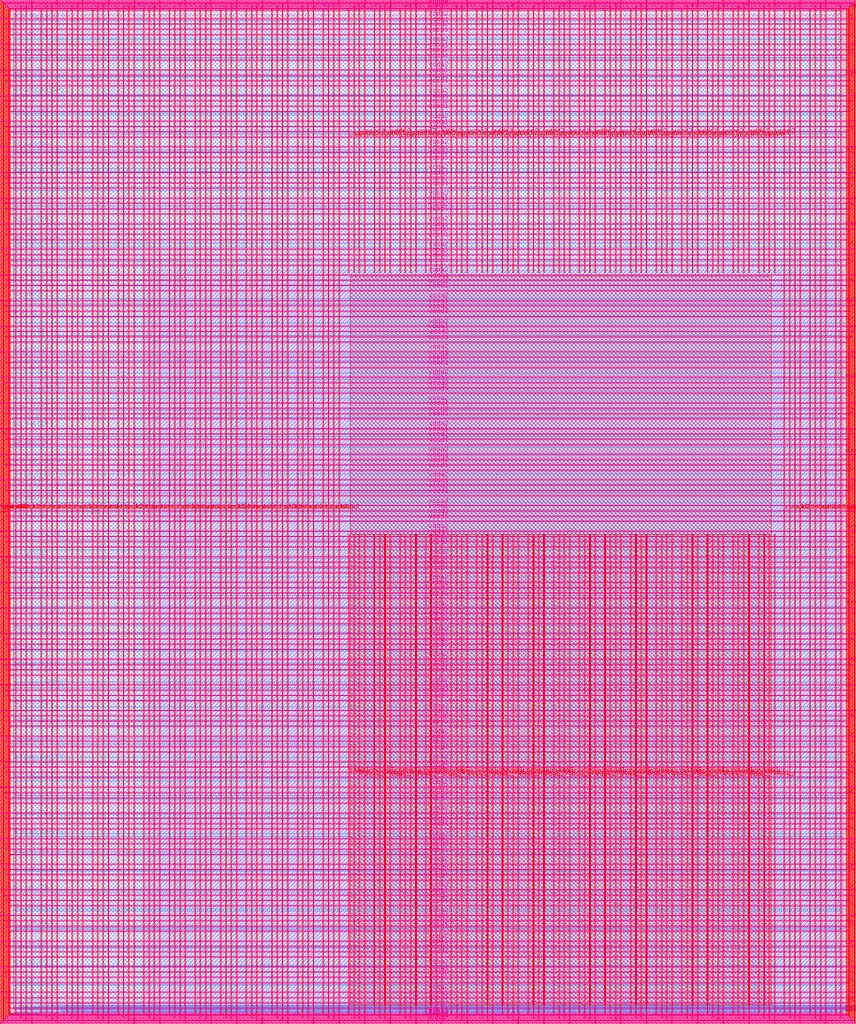
<source format=lef>
VERSION 5.7 ;
  NOWIREEXTENSIONATPIN ON ;
  DIVIDERCHAR "/" ;
  BUSBITCHARS "[]" ;
MACRO user_project_wrapper
  CLASS BLOCK ;
  FOREIGN user_project_wrapper ;
  ORIGIN 0.000 0.000 ;
  SIZE 2920.000 BY 3520.000 ;
  PIN analog_io[0]
    DIRECTION INOUT ;
    USE SIGNAL ;
    PORT
      LAYER met3 ;
        RECT 2917.600 1426.380 2924.800 1427.580 ;
    END
  END analog_io[0]
  PIN analog_io[10]
    DIRECTION INOUT ;
    USE SIGNAL ;
    PORT
      LAYER met2 ;
        RECT 2230.490 3517.600 2231.050 3524.800 ;
    END
  END analog_io[10]
  PIN analog_io[11]
    DIRECTION INOUT ;
    USE SIGNAL ;
    PORT
      LAYER met2 ;
        RECT 1905.730 3517.600 1906.290 3524.800 ;
    END
  END analog_io[11]
  PIN analog_io[12]
    DIRECTION INOUT ;
    USE SIGNAL ;
    PORT
      LAYER met2 ;
        RECT 1581.430 3517.600 1581.990 3524.800 ;
    END
  END analog_io[12]
  PIN analog_io[13]
    DIRECTION INOUT ;
    USE SIGNAL ;
    PORT
      LAYER met2 ;
        RECT 1257.130 3517.600 1257.690 3524.800 ;
    END
  END analog_io[13]
  PIN analog_io[14]
    DIRECTION INOUT ;
    USE SIGNAL ;
    PORT
      LAYER met2 ;
        RECT 932.370 3517.600 932.930 3524.800 ;
    END
  END analog_io[14]
  PIN analog_io[15]
    DIRECTION INOUT ;
    USE SIGNAL ;
    PORT
      LAYER met2 ;
        RECT 608.070 3517.600 608.630 3524.800 ;
    END
  END analog_io[15]
  PIN analog_io[16]
    DIRECTION INOUT ;
    USE SIGNAL ;
    PORT
      LAYER met2 ;
        RECT 283.770 3517.600 284.330 3524.800 ;
    END
  END analog_io[16]
  PIN analog_io[17]
    DIRECTION INOUT ;
    USE SIGNAL ;
    PORT
      LAYER met3 ;
        RECT -4.800 3486.100 2.400 3487.300 ;
    END
  END analog_io[17]
  PIN analog_io[18]
    DIRECTION INOUT ;
    USE SIGNAL ;
    PORT
      LAYER met3 ;
        RECT -4.800 3224.980 2.400 3226.180 ;
    END
  END analog_io[18]
  PIN analog_io[19]
    DIRECTION INOUT ;
    USE SIGNAL ;
    PORT
      LAYER met3 ;
        RECT -4.800 2964.540 2.400 2965.740 ;
    END
  END analog_io[19]
  PIN analog_io[1]
    DIRECTION INOUT ;
    USE SIGNAL ;
    PORT
      LAYER met3 ;
        RECT 2917.600 1692.260 2924.800 1693.460 ;
    END
  END analog_io[1]
  PIN analog_io[20]
    DIRECTION INOUT ;
    USE SIGNAL ;
    PORT
      LAYER met3 ;
        RECT -4.800 2703.420 2.400 2704.620 ;
    END
  END analog_io[20]
  PIN analog_io[21]
    DIRECTION INOUT ;
    USE SIGNAL ;
    PORT
      LAYER met3 ;
        RECT -4.800 2442.980 2.400 2444.180 ;
    END
  END analog_io[21]
  PIN analog_io[22]
    DIRECTION INOUT ;
    USE SIGNAL ;
    PORT
      LAYER met3 ;
        RECT -4.800 2182.540 2.400 2183.740 ;
    END
  END analog_io[22]
  PIN analog_io[23]
    DIRECTION INOUT ;
    USE SIGNAL ;
    PORT
      LAYER met3 ;
        RECT -4.800 1921.420 2.400 1922.620 ;
    END
  END analog_io[23]
  PIN analog_io[24]
    DIRECTION INOUT ;
    USE SIGNAL ;
    PORT
      LAYER met3 ;
        RECT -4.800 1660.980 2.400 1662.180 ;
    END
  END analog_io[24]
  PIN analog_io[25]
    DIRECTION INOUT ;
    USE SIGNAL ;
    PORT
      LAYER met3 ;
        RECT -4.800 1399.860 2.400 1401.060 ;
    END
  END analog_io[25]
  PIN analog_io[26]
    DIRECTION INOUT ;
    USE SIGNAL ;
    PORT
      LAYER met3 ;
        RECT -4.800 1139.420 2.400 1140.620 ;
    END
  END analog_io[26]
  PIN analog_io[27]
    DIRECTION INOUT ;
    USE SIGNAL ;
    PORT
      LAYER met3 ;
        RECT -4.800 878.980 2.400 880.180 ;
    END
  END analog_io[27]
  PIN analog_io[28]
    DIRECTION INOUT ;
    USE SIGNAL ;
    PORT
      LAYER met3 ;
        RECT -4.800 617.860 2.400 619.060 ;
    END
  END analog_io[28]
  PIN analog_io[2]
    DIRECTION INOUT ;
    USE SIGNAL ;
    PORT
      LAYER met3 ;
        RECT 2917.600 1958.140 2924.800 1959.340 ;
    END
  END analog_io[2]
  PIN analog_io[3]
    DIRECTION INOUT ;
    USE SIGNAL ;
    PORT
      LAYER met3 ;
        RECT 2917.600 2223.340 2924.800 2224.540 ;
    END
  END analog_io[3]
  PIN analog_io[4]
    DIRECTION INOUT ;
    USE SIGNAL ;
    PORT
      LAYER met3 ;
        RECT 2917.600 2489.220 2924.800 2490.420 ;
    END
  END analog_io[4]
  PIN analog_io[5]
    DIRECTION INOUT ;
    USE SIGNAL ;
    PORT
      LAYER met3 ;
        RECT 2917.600 2755.100 2924.800 2756.300 ;
    END
  END analog_io[5]
  PIN analog_io[6]
    DIRECTION INOUT ;
    USE SIGNAL ;
    PORT
      LAYER met3 ;
        RECT 2917.600 3020.300 2924.800 3021.500 ;
    END
  END analog_io[6]
  PIN analog_io[7]
    DIRECTION INOUT ;
    USE SIGNAL ;
    PORT
      LAYER met3 ;
        RECT 2917.600 3286.180 2924.800 3287.380 ;
    END
  END analog_io[7]
  PIN analog_io[8]
    DIRECTION INOUT ;
    USE SIGNAL ;
    PORT
      LAYER met2 ;
        RECT 2879.090 3517.600 2879.650 3524.800 ;
    END
  END analog_io[8]
  PIN analog_io[9]
    DIRECTION INOUT ;
    USE SIGNAL ;
    PORT
      LAYER met2 ;
        RECT 2554.790 3517.600 2555.350 3524.800 ;
    END
  END analog_io[9]
  PIN io_in[0]
    DIRECTION INPUT ;
    USE SIGNAL ;
    PORT
      LAYER met3 ;
        RECT 2917.600 32.380 2924.800 33.580 ;
    END
  END io_in[0]
  PIN io_in[10]
    DIRECTION INPUT ;
    USE SIGNAL ;
    PORT
      LAYER met3 ;
        RECT 2917.600 2289.980 2924.800 2291.180 ;
    END
  END io_in[10]
  PIN io_in[11]
    DIRECTION INPUT ;
    USE SIGNAL ;
    PORT
      LAYER met3 ;
        RECT 2917.600 2555.860 2924.800 2557.060 ;
    END
  END io_in[11]
  PIN io_in[12]
    DIRECTION INPUT ;
    USE SIGNAL ;
    PORT
      LAYER met3 ;
        RECT 2917.600 2821.060 2924.800 2822.260 ;
    END
  END io_in[12]
  PIN io_in[13]
    DIRECTION INPUT ;
    USE SIGNAL ;
    PORT
      LAYER met3 ;
        RECT 2917.600 3086.940 2924.800 3088.140 ;
    END
  END io_in[13]
  PIN io_in[14]
    DIRECTION INPUT ;
    USE SIGNAL ;
    PORT
      LAYER met3 ;
        RECT 2917.600 3352.820 2924.800 3354.020 ;
    END
  END io_in[14]
  PIN io_in[15]
    DIRECTION INPUT ;
    USE SIGNAL ;
    PORT
      LAYER met2 ;
        RECT 2798.130 3517.600 2798.690 3524.800 ;
    END
  END io_in[15]
  PIN io_in[16]
    DIRECTION INPUT ;
    USE SIGNAL ;
    PORT
      LAYER met2 ;
        RECT 2473.830 3517.600 2474.390 3524.800 ;
    END
  END io_in[16]
  PIN io_in[17]
    DIRECTION INPUT ;
    USE SIGNAL ;
    PORT
      LAYER met2 ;
        RECT 2149.070 3517.600 2149.630 3524.800 ;
    END
  END io_in[17]
  PIN io_in[18]
    DIRECTION INPUT ;
    USE SIGNAL ;
    PORT
      LAYER met2 ;
        RECT 1824.770 3517.600 1825.330 3524.800 ;
    END
  END io_in[18]
  PIN io_in[19]
    DIRECTION INPUT ;
    USE SIGNAL ;
    PORT
      LAYER met2 ;
        RECT 1500.470 3517.600 1501.030 3524.800 ;
    END
  END io_in[19]
  PIN io_in[1]
    DIRECTION INPUT ;
    USE SIGNAL ;
    PORT
      LAYER met3 ;
        RECT 2917.600 230.940 2924.800 232.140 ;
    END
  END io_in[1]
  PIN io_in[20]
    DIRECTION INPUT ;
    USE SIGNAL ;
    PORT
      LAYER met2 ;
        RECT 1175.710 3517.600 1176.270 3524.800 ;
    END
  END io_in[20]
  PIN io_in[21]
    DIRECTION INPUT ;
    USE SIGNAL ;
    PORT
      LAYER met2 ;
        RECT 851.410 3517.600 851.970 3524.800 ;
    END
  END io_in[21]
  PIN io_in[22]
    DIRECTION INPUT ;
    USE SIGNAL ;
    PORT
      LAYER met2 ;
        RECT 527.110 3517.600 527.670 3524.800 ;
    END
  END io_in[22]
  PIN io_in[23]
    DIRECTION INPUT ;
    USE SIGNAL ;
    PORT
      LAYER met2 ;
        RECT 202.350 3517.600 202.910 3524.800 ;
    END
  END io_in[23]
  PIN io_in[24]
    DIRECTION INPUT ;
    USE SIGNAL ;
    PORT
      LAYER met3 ;
        RECT -4.800 3420.820 2.400 3422.020 ;
    END
  END io_in[24]
  PIN io_in[25]
    DIRECTION INPUT ;
    USE SIGNAL ;
    PORT
      LAYER met3 ;
        RECT -4.800 3159.700 2.400 3160.900 ;
    END
  END io_in[25]
  PIN io_in[26]
    DIRECTION INPUT ;
    USE SIGNAL ;
    PORT
      LAYER met3 ;
        RECT -4.800 2899.260 2.400 2900.460 ;
    END
  END io_in[26]
  PIN io_in[27]
    DIRECTION INPUT ;
    USE SIGNAL ;
    PORT
      LAYER met3 ;
        RECT -4.800 2638.820 2.400 2640.020 ;
    END
  END io_in[27]
  PIN io_in[28]
    DIRECTION INPUT ;
    USE SIGNAL ;
    PORT
      LAYER met3 ;
        RECT -4.800 2377.700 2.400 2378.900 ;
    END
  END io_in[28]
  PIN io_in[29]
    DIRECTION INPUT ;
    USE SIGNAL ;
    PORT
      LAYER met3 ;
        RECT -4.800 2117.260 2.400 2118.460 ;
    END
  END io_in[29]
  PIN io_in[2]
    DIRECTION INPUT ;
    USE SIGNAL ;
    PORT
      LAYER met3 ;
        RECT 2917.600 430.180 2924.800 431.380 ;
    END
  END io_in[2]
  PIN io_in[30]
    DIRECTION INPUT ;
    USE SIGNAL ;
    PORT
      LAYER met3 ;
        RECT -4.800 1856.140 2.400 1857.340 ;
    END
  END io_in[30]
  PIN io_in[31]
    DIRECTION INPUT ;
    USE SIGNAL ;
    PORT
      LAYER met3 ;
        RECT -4.800 1595.700 2.400 1596.900 ;
    END
  END io_in[31]
  PIN io_in[32]
    DIRECTION INPUT ;
    USE SIGNAL ;
    PORT
      LAYER met3 ;
        RECT -4.800 1335.260 2.400 1336.460 ;
    END
  END io_in[32]
  PIN io_in[33]
    DIRECTION INPUT ;
    USE SIGNAL ;
    PORT
      LAYER met3 ;
        RECT -4.800 1074.140 2.400 1075.340 ;
    END
  END io_in[33]
  PIN io_in[34]
    DIRECTION INPUT ;
    USE SIGNAL ;
    PORT
      LAYER met3 ;
        RECT -4.800 813.700 2.400 814.900 ;
    END
  END io_in[34]
  PIN io_in[35]
    DIRECTION INPUT ;
    USE SIGNAL ;
    PORT
      LAYER met3 ;
        RECT -4.800 552.580 2.400 553.780 ;
    END
  END io_in[35]
  PIN io_in[36]
    DIRECTION INPUT ;
    USE SIGNAL ;
    PORT
      LAYER met3 ;
        RECT -4.800 357.420 2.400 358.620 ;
    END
  END io_in[36]
  PIN io_in[37]
    DIRECTION INPUT ;
    USE SIGNAL ;
    PORT
      LAYER met3 ;
        RECT -4.800 161.580 2.400 162.780 ;
    END
  END io_in[37]
  PIN io_in[3]
    DIRECTION INPUT ;
    USE SIGNAL ;
    PORT
      LAYER met3 ;
        RECT 2917.600 629.420 2924.800 630.620 ;
    END
  END io_in[3]
  PIN io_in[4]
    DIRECTION INPUT ;
    USE SIGNAL ;
    PORT
      LAYER met3 ;
        RECT 2917.600 828.660 2924.800 829.860 ;
    END
  END io_in[4]
  PIN io_in[5]
    DIRECTION INPUT ;
    USE SIGNAL ;
    PORT
      LAYER met3 ;
        RECT 2917.600 1027.900 2924.800 1029.100 ;
    END
  END io_in[5]
  PIN io_in[6]
    DIRECTION INPUT ;
    USE SIGNAL ;
    PORT
      LAYER met3 ;
        RECT 2917.600 1227.140 2924.800 1228.340 ;
    END
  END io_in[6]
  PIN io_in[7]
    DIRECTION INPUT ;
    USE SIGNAL ;
    PORT
      LAYER met3 ;
        RECT 2917.600 1493.020 2924.800 1494.220 ;
    END
  END io_in[7]
  PIN io_in[8]
    DIRECTION INPUT ;
    USE SIGNAL ;
    PORT
      LAYER met3 ;
        RECT 2917.600 1758.900 2924.800 1760.100 ;
    END
  END io_in[8]
  PIN io_in[9]
    DIRECTION INPUT ;
    USE SIGNAL ;
    PORT
      LAYER met3 ;
        RECT 2917.600 2024.100 2924.800 2025.300 ;
    END
  END io_in[9]
  PIN io_oeb[0]
    DIRECTION OUTPUT TRISTATE ;
    USE SIGNAL ;
    PORT
      LAYER met3 ;
        RECT 2917.600 164.980 2924.800 166.180 ;
    END
  END io_oeb[0]
  PIN io_oeb[10]
    DIRECTION OUTPUT TRISTATE ;
    USE SIGNAL ;
    PORT
      LAYER met3 ;
        RECT 2917.600 2422.580 2924.800 2423.780 ;
    END
  END io_oeb[10]
  PIN io_oeb[11]
    DIRECTION OUTPUT TRISTATE ;
    USE SIGNAL ;
    PORT
      LAYER met3 ;
        RECT 2917.600 2688.460 2924.800 2689.660 ;
    END
  END io_oeb[11]
  PIN io_oeb[12]
    DIRECTION OUTPUT TRISTATE ;
    USE SIGNAL ;
    PORT
      LAYER met3 ;
        RECT 2917.600 2954.340 2924.800 2955.540 ;
    END
  END io_oeb[12]
  PIN io_oeb[13]
    DIRECTION OUTPUT TRISTATE ;
    USE SIGNAL ;
    PORT
      LAYER met3 ;
        RECT 2917.600 3219.540 2924.800 3220.740 ;
    END
  END io_oeb[13]
  PIN io_oeb[14]
    DIRECTION OUTPUT TRISTATE ;
    USE SIGNAL ;
    PORT
      LAYER met3 ;
        RECT 2917.600 3485.420 2924.800 3486.620 ;
    END
  END io_oeb[14]
  PIN io_oeb[15]
    DIRECTION OUTPUT TRISTATE ;
    USE SIGNAL ;
    PORT
      LAYER met2 ;
        RECT 2635.750 3517.600 2636.310 3524.800 ;
    END
  END io_oeb[15]
  PIN io_oeb[16]
    DIRECTION OUTPUT TRISTATE ;
    USE SIGNAL ;
    PORT
      LAYER met2 ;
        RECT 2311.450 3517.600 2312.010 3524.800 ;
    END
  END io_oeb[16]
  PIN io_oeb[17]
    DIRECTION OUTPUT TRISTATE ;
    USE SIGNAL ;
    PORT
      LAYER met2 ;
        RECT 1987.150 3517.600 1987.710 3524.800 ;
    END
  END io_oeb[17]
  PIN io_oeb[18]
    DIRECTION OUTPUT TRISTATE ;
    USE SIGNAL ;
    PORT
      LAYER met2 ;
        RECT 1662.390 3517.600 1662.950 3524.800 ;
    END
  END io_oeb[18]
  PIN io_oeb[19]
    DIRECTION OUTPUT TRISTATE ;
    USE SIGNAL ;
    PORT
      LAYER met2 ;
        RECT 1338.090 3517.600 1338.650 3524.800 ;
    END
  END io_oeb[19]
  PIN io_oeb[1]
    DIRECTION OUTPUT TRISTATE ;
    USE SIGNAL ;
    PORT
      LAYER met3 ;
        RECT 2917.600 364.220 2924.800 365.420 ;
    END
  END io_oeb[1]
  PIN io_oeb[20]
    DIRECTION OUTPUT TRISTATE ;
    USE SIGNAL ;
    PORT
      LAYER met2 ;
        RECT 1013.790 3517.600 1014.350 3524.800 ;
    END
  END io_oeb[20]
  PIN io_oeb[21]
    DIRECTION OUTPUT TRISTATE ;
    USE SIGNAL ;
    PORT
      LAYER met2 ;
        RECT 689.030 3517.600 689.590 3524.800 ;
    END
  END io_oeb[21]
  PIN io_oeb[22]
    DIRECTION OUTPUT TRISTATE ;
    USE SIGNAL ;
    PORT
      LAYER met2 ;
        RECT 364.730 3517.600 365.290 3524.800 ;
    END
  END io_oeb[22]
  PIN io_oeb[23]
    DIRECTION OUTPUT TRISTATE ;
    USE SIGNAL ;
    PORT
      LAYER met2 ;
        RECT 40.430 3517.600 40.990 3524.800 ;
    END
  END io_oeb[23]
  PIN io_oeb[24]
    DIRECTION OUTPUT TRISTATE ;
    USE SIGNAL ;
    PORT
      LAYER met3 ;
        RECT -4.800 3290.260 2.400 3291.460 ;
    END
  END io_oeb[24]
  PIN io_oeb[25]
    DIRECTION OUTPUT TRISTATE ;
    USE SIGNAL ;
    PORT
      LAYER met3 ;
        RECT -4.800 3029.820 2.400 3031.020 ;
    END
  END io_oeb[25]
  PIN io_oeb[26]
    DIRECTION OUTPUT TRISTATE ;
    USE SIGNAL ;
    PORT
      LAYER met3 ;
        RECT -4.800 2768.700 2.400 2769.900 ;
    END
  END io_oeb[26]
  PIN io_oeb[27]
    DIRECTION OUTPUT TRISTATE ;
    USE SIGNAL ;
    PORT
      LAYER met3 ;
        RECT -4.800 2508.260 2.400 2509.460 ;
    END
  END io_oeb[27]
  PIN io_oeb[28]
    DIRECTION OUTPUT TRISTATE ;
    USE SIGNAL ;
    PORT
      LAYER met3 ;
        RECT -4.800 2247.140 2.400 2248.340 ;
    END
  END io_oeb[28]
  PIN io_oeb[29]
    DIRECTION OUTPUT TRISTATE ;
    USE SIGNAL ;
    PORT
      LAYER met3 ;
        RECT -4.800 1986.700 2.400 1987.900 ;
    END
  END io_oeb[29]
  PIN io_oeb[2]
    DIRECTION OUTPUT TRISTATE ;
    USE SIGNAL ;
    PORT
      LAYER met3 ;
        RECT 2917.600 563.460 2924.800 564.660 ;
    END
  END io_oeb[2]
  PIN io_oeb[30]
    DIRECTION OUTPUT TRISTATE ;
    USE SIGNAL ;
    PORT
      LAYER met3 ;
        RECT -4.800 1726.260 2.400 1727.460 ;
    END
  END io_oeb[30]
  PIN io_oeb[31]
    DIRECTION OUTPUT TRISTATE ;
    USE SIGNAL ;
    PORT
      LAYER met3 ;
        RECT -4.800 1465.140 2.400 1466.340 ;
    END
  END io_oeb[31]
  PIN io_oeb[32]
    DIRECTION OUTPUT TRISTATE ;
    USE SIGNAL ;
    PORT
      LAYER met3 ;
        RECT -4.800 1204.700 2.400 1205.900 ;
    END
  END io_oeb[32]
  PIN io_oeb[33]
    DIRECTION OUTPUT TRISTATE ;
    USE SIGNAL ;
    PORT
      LAYER met3 ;
        RECT -4.800 943.580 2.400 944.780 ;
    END
  END io_oeb[33]
  PIN io_oeb[34]
    DIRECTION OUTPUT TRISTATE ;
    USE SIGNAL ;
    PORT
      LAYER met3 ;
        RECT -4.800 683.140 2.400 684.340 ;
    END
  END io_oeb[34]
  PIN io_oeb[35]
    DIRECTION OUTPUT TRISTATE ;
    USE SIGNAL ;
    PORT
      LAYER met3 ;
        RECT -4.800 422.700 2.400 423.900 ;
    END
  END io_oeb[35]
  PIN io_oeb[36]
    DIRECTION OUTPUT TRISTATE ;
    USE SIGNAL ;
    PORT
      LAYER met3 ;
        RECT -4.800 226.860 2.400 228.060 ;
    END
  END io_oeb[36]
  PIN io_oeb[37]
    DIRECTION OUTPUT TRISTATE ;
    USE SIGNAL ;
    PORT
      LAYER met3 ;
        RECT -4.800 31.700 2.400 32.900 ;
    END
  END io_oeb[37]
  PIN io_oeb[3]
    DIRECTION OUTPUT TRISTATE ;
    USE SIGNAL ;
    PORT
      LAYER met3 ;
        RECT 2917.600 762.700 2924.800 763.900 ;
    END
  END io_oeb[3]
  PIN io_oeb[4]
    DIRECTION OUTPUT TRISTATE ;
    USE SIGNAL ;
    PORT
      LAYER met3 ;
        RECT 2917.600 961.940 2924.800 963.140 ;
    END
  END io_oeb[4]
  PIN io_oeb[5]
    DIRECTION OUTPUT TRISTATE ;
    USE SIGNAL ;
    PORT
      LAYER met3 ;
        RECT 2917.600 1161.180 2924.800 1162.380 ;
    END
  END io_oeb[5]
  PIN io_oeb[6]
    DIRECTION OUTPUT TRISTATE ;
    USE SIGNAL ;
    PORT
      LAYER met3 ;
        RECT 2917.600 1360.420 2924.800 1361.620 ;
    END
  END io_oeb[6]
  PIN io_oeb[7]
    DIRECTION OUTPUT TRISTATE ;
    USE SIGNAL ;
    PORT
      LAYER met3 ;
        RECT 2917.600 1625.620 2924.800 1626.820 ;
    END
  END io_oeb[7]
  PIN io_oeb[8]
    DIRECTION OUTPUT TRISTATE ;
    USE SIGNAL ;
    PORT
      LAYER met3 ;
        RECT 2917.600 1891.500 2924.800 1892.700 ;
    END
  END io_oeb[8]
  PIN io_oeb[9]
    DIRECTION OUTPUT TRISTATE ;
    USE SIGNAL ;
    PORT
      LAYER met3 ;
        RECT 2917.600 2157.380 2924.800 2158.580 ;
    END
  END io_oeb[9]
  PIN io_out[0]
    DIRECTION OUTPUT TRISTATE ;
    USE SIGNAL ;
    PORT
      LAYER met3 ;
        RECT 2917.600 98.340 2924.800 99.540 ;
    END
  END io_out[0]
  PIN io_out[10]
    DIRECTION OUTPUT TRISTATE ;
    USE SIGNAL ;
    PORT
      LAYER met3 ;
        RECT 2917.600 2356.620 2924.800 2357.820 ;
    END
  END io_out[10]
  PIN io_out[11]
    DIRECTION OUTPUT TRISTATE ;
    USE SIGNAL ;
    PORT
      LAYER met3 ;
        RECT 2917.600 2621.820 2924.800 2623.020 ;
    END
  END io_out[11]
  PIN io_out[12]
    DIRECTION OUTPUT TRISTATE ;
    USE SIGNAL ;
    PORT
      LAYER met3 ;
        RECT 2917.600 2887.700 2924.800 2888.900 ;
    END
  END io_out[12]
  PIN io_out[13]
    DIRECTION OUTPUT TRISTATE ;
    USE SIGNAL ;
    PORT
      LAYER met3 ;
        RECT 2917.600 3153.580 2924.800 3154.780 ;
    END
  END io_out[13]
  PIN io_out[14]
    DIRECTION OUTPUT TRISTATE ;
    USE SIGNAL ;
    PORT
      LAYER met3 ;
        RECT 2917.600 3418.780 2924.800 3419.980 ;
    END
  END io_out[14]
  PIN io_out[15]
    DIRECTION OUTPUT TRISTATE ;
    USE SIGNAL ;
    PORT
      LAYER met2 ;
        RECT 2717.170 3517.600 2717.730 3524.800 ;
    END
  END io_out[15]
  PIN io_out[16]
    DIRECTION OUTPUT TRISTATE ;
    USE SIGNAL ;
    PORT
      LAYER met2 ;
        RECT 2392.410 3517.600 2392.970 3524.800 ;
    END
  END io_out[16]
  PIN io_out[17]
    DIRECTION OUTPUT TRISTATE ;
    USE SIGNAL ;
    PORT
      LAYER met2 ;
        RECT 2068.110 3517.600 2068.670 3524.800 ;
    END
  END io_out[17]
  PIN io_out[18]
    DIRECTION OUTPUT TRISTATE ;
    USE SIGNAL ;
    PORT
      LAYER met2 ;
        RECT 1743.810 3517.600 1744.370 3524.800 ;
    END
  END io_out[18]
  PIN io_out[19]
    DIRECTION OUTPUT TRISTATE ;
    USE SIGNAL ;
    PORT
      LAYER met2 ;
        RECT 1419.050 3517.600 1419.610 3524.800 ;
    END
  END io_out[19]
  PIN io_out[1]
    DIRECTION OUTPUT TRISTATE ;
    USE SIGNAL ;
    PORT
      LAYER met3 ;
        RECT 2917.600 297.580 2924.800 298.780 ;
    END
  END io_out[1]
  PIN io_out[20]
    DIRECTION OUTPUT TRISTATE ;
    USE SIGNAL ;
    PORT
      LAYER met2 ;
        RECT 1094.750 3517.600 1095.310 3524.800 ;
    END
  END io_out[20]
  PIN io_out[21]
    DIRECTION OUTPUT TRISTATE ;
    USE SIGNAL ;
    PORT
      LAYER met2 ;
        RECT 770.450 3517.600 771.010 3524.800 ;
    END
  END io_out[21]
  PIN io_out[22]
    DIRECTION OUTPUT TRISTATE ;
    USE SIGNAL ;
    PORT
      LAYER met2 ;
        RECT 445.690 3517.600 446.250 3524.800 ;
    END
  END io_out[22]
  PIN io_out[23]
    DIRECTION OUTPUT TRISTATE ;
    USE SIGNAL ;
    PORT
      LAYER met2 ;
        RECT 121.390 3517.600 121.950 3524.800 ;
    END
  END io_out[23]
  PIN io_out[24]
    DIRECTION OUTPUT TRISTATE ;
    USE SIGNAL ;
    PORT
      LAYER met3 ;
        RECT -4.800 3355.540 2.400 3356.740 ;
    END
  END io_out[24]
  PIN io_out[25]
    DIRECTION OUTPUT TRISTATE ;
    USE SIGNAL ;
    PORT
      LAYER met3 ;
        RECT -4.800 3095.100 2.400 3096.300 ;
    END
  END io_out[25]
  PIN io_out[26]
    DIRECTION OUTPUT TRISTATE ;
    USE SIGNAL ;
    PORT
      LAYER met3 ;
        RECT -4.800 2833.980 2.400 2835.180 ;
    END
  END io_out[26]
  PIN io_out[27]
    DIRECTION OUTPUT TRISTATE ;
    USE SIGNAL ;
    PORT
      LAYER met3 ;
        RECT -4.800 2573.540 2.400 2574.740 ;
    END
  END io_out[27]
  PIN io_out[28]
    DIRECTION OUTPUT TRISTATE ;
    USE SIGNAL ;
    PORT
      LAYER met3 ;
        RECT -4.800 2312.420 2.400 2313.620 ;
    END
  END io_out[28]
  PIN io_out[29]
    DIRECTION OUTPUT TRISTATE ;
    USE SIGNAL ;
    PORT
      LAYER met3 ;
        RECT -4.800 2051.980 2.400 2053.180 ;
    END
  END io_out[29]
  PIN io_out[2]
    DIRECTION OUTPUT TRISTATE ;
    USE SIGNAL ;
    PORT
      LAYER met3 ;
        RECT 2917.600 496.820 2924.800 498.020 ;
    END
  END io_out[2]
  PIN io_out[30]
    DIRECTION OUTPUT TRISTATE ;
    USE SIGNAL ;
    PORT
      LAYER met3 ;
        RECT -4.800 1791.540 2.400 1792.740 ;
    END
  END io_out[30]
  PIN io_out[31]
    DIRECTION OUTPUT TRISTATE ;
    USE SIGNAL ;
    PORT
      LAYER met3 ;
        RECT -4.800 1530.420 2.400 1531.620 ;
    END
  END io_out[31]
  PIN io_out[32]
    DIRECTION OUTPUT TRISTATE ;
    USE SIGNAL ;
    PORT
      LAYER met3 ;
        RECT -4.800 1269.980 2.400 1271.180 ;
    END
  END io_out[32]
  PIN io_out[33]
    DIRECTION OUTPUT TRISTATE ;
    USE SIGNAL ;
    PORT
      LAYER met3 ;
        RECT -4.800 1008.860 2.400 1010.060 ;
    END
  END io_out[33]
  PIN io_out[34]
    DIRECTION OUTPUT TRISTATE ;
    USE SIGNAL ;
    PORT
      LAYER met3 ;
        RECT -4.800 748.420 2.400 749.620 ;
    END
  END io_out[34]
  PIN io_out[35]
    DIRECTION OUTPUT TRISTATE ;
    USE SIGNAL ;
    PORT
      LAYER met3 ;
        RECT -4.800 487.300 2.400 488.500 ;
    END
  END io_out[35]
  PIN io_out[36]
    DIRECTION OUTPUT TRISTATE ;
    USE SIGNAL ;
    PORT
      LAYER met3 ;
        RECT -4.800 292.140 2.400 293.340 ;
    END
  END io_out[36]
  PIN io_out[37]
    DIRECTION OUTPUT TRISTATE ;
    USE SIGNAL ;
    PORT
      LAYER met3 ;
        RECT -4.800 96.300 2.400 97.500 ;
    END
  END io_out[37]
  PIN io_out[3]
    DIRECTION OUTPUT TRISTATE ;
    USE SIGNAL ;
    PORT
      LAYER met3 ;
        RECT 2917.600 696.060 2924.800 697.260 ;
    END
  END io_out[3]
  PIN io_out[4]
    DIRECTION OUTPUT TRISTATE ;
    USE SIGNAL ;
    PORT
      LAYER met3 ;
        RECT 2917.600 895.300 2924.800 896.500 ;
    END
  END io_out[4]
  PIN io_out[5]
    DIRECTION OUTPUT TRISTATE ;
    USE SIGNAL ;
    PORT
      LAYER met3 ;
        RECT 2917.600 1094.540 2924.800 1095.740 ;
    END
  END io_out[5]
  PIN io_out[6]
    DIRECTION OUTPUT TRISTATE ;
    USE SIGNAL ;
    PORT
      LAYER met3 ;
        RECT 2917.600 1293.780 2924.800 1294.980 ;
    END
  END io_out[6]
  PIN io_out[7]
    DIRECTION OUTPUT TRISTATE ;
    USE SIGNAL ;
    PORT
      LAYER met3 ;
        RECT 2917.600 1559.660 2924.800 1560.860 ;
    END
  END io_out[7]
  PIN io_out[8]
    DIRECTION OUTPUT TRISTATE ;
    USE SIGNAL ;
    PORT
      LAYER met3 ;
        RECT 2917.600 1824.860 2924.800 1826.060 ;
    END
  END io_out[8]
  PIN io_out[9]
    DIRECTION OUTPUT TRISTATE ;
    USE SIGNAL ;
    PORT
      LAYER met3 ;
        RECT 2917.600 2090.740 2924.800 2091.940 ;
    END
  END io_out[9]
  PIN la_data_in[0]
    DIRECTION INPUT ;
    USE SIGNAL ;
    PORT
      LAYER met2 ;
        RECT 629.230 -4.800 629.790 2.400 ;
    END
  END la_data_in[0]
  PIN la_data_in[100]
    DIRECTION INPUT ;
    USE SIGNAL ;
    PORT
      LAYER met2 ;
        RECT 2402.530 -4.800 2403.090 2.400 ;
    END
  END la_data_in[100]
  PIN la_data_in[101]
    DIRECTION INPUT ;
    USE SIGNAL ;
    PORT
      LAYER met2 ;
        RECT 2420.010 -4.800 2420.570 2.400 ;
    END
  END la_data_in[101]
  PIN la_data_in[102]
    DIRECTION INPUT ;
    USE SIGNAL ;
    PORT
      LAYER met2 ;
        RECT 2437.950 -4.800 2438.510 2.400 ;
    END
  END la_data_in[102]
  PIN la_data_in[103]
    DIRECTION INPUT ;
    USE SIGNAL ;
    PORT
      LAYER met2 ;
        RECT 2455.430 -4.800 2455.990 2.400 ;
    END
  END la_data_in[103]
  PIN la_data_in[104]
    DIRECTION INPUT ;
    USE SIGNAL ;
    PORT
      LAYER met2 ;
        RECT 2473.370 -4.800 2473.930 2.400 ;
    END
  END la_data_in[104]
  PIN la_data_in[105]
    DIRECTION INPUT ;
    USE SIGNAL ;
    PORT
      LAYER met2 ;
        RECT 2490.850 -4.800 2491.410 2.400 ;
    END
  END la_data_in[105]
  PIN la_data_in[106]
    DIRECTION INPUT ;
    USE SIGNAL ;
    PORT
      LAYER met2 ;
        RECT 2508.790 -4.800 2509.350 2.400 ;
    END
  END la_data_in[106]
  PIN la_data_in[107]
    DIRECTION INPUT ;
    USE SIGNAL ;
    PORT
      LAYER met2 ;
        RECT 2526.730 -4.800 2527.290 2.400 ;
    END
  END la_data_in[107]
  PIN la_data_in[108]
    DIRECTION INPUT ;
    USE SIGNAL ;
    PORT
      LAYER met2 ;
        RECT 2544.210 -4.800 2544.770 2.400 ;
    END
  END la_data_in[108]
  PIN la_data_in[109]
    DIRECTION INPUT ;
    USE SIGNAL ;
    PORT
      LAYER met2 ;
        RECT 2562.150 -4.800 2562.710 2.400 ;
    END
  END la_data_in[109]
  PIN la_data_in[10]
    DIRECTION INPUT ;
    USE SIGNAL ;
    PORT
      LAYER met2 ;
        RECT 806.330 -4.800 806.890 2.400 ;
    END
  END la_data_in[10]
  PIN la_data_in[110]
    DIRECTION INPUT ;
    USE SIGNAL ;
    PORT
      LAYER met2 ;
        RECT 2579.630 -4.800 2580.190 2.400 ;
    END
  END la_data_in[110]
  PIN la_data_in[111]
    DIRECTION INPUT ;
    USE SIGNAL ;
    PORT
      LAYER met2 ;
        RECT 2597.570 -4.800 2598.130 2.400 ;
    END
  END la_data_in[111]
  PIN la_data_in[112]
    DIRECTION INPUT ;
    USE SIGNAL ;
    PORT
      LAYER met2 ;
        RECT 2615.050 -4.800 2615.610 2.400 ;
    END
  END la_data_in[112]
  PIN la_data_in[113]
    DIRECTION INPUT ;
    USE SIGNAL ;
    PORT
      LAYER met2 ;
        RECT 2632.990 -4.800 2633.550 2.400 ;
    END
  END la_data_in[113]
  PIN la_data_in[114]
    DIRECTION INPUT ;
    USE SIGNAL ;
    PORT
      LAYER met2 ;
        RECT 2650.470 -4.800 2651.030 2.400 ;
    END
  END la_data_in[114]
  PIN la_data_in[115]
    DIRECTION INPUT ;
    USE SIGNAL ;
    PORT
      LAYER met2 ;
        RECT 2668.410 -4.800 2668.970 2.400 ;
    END
  END la_data_in[115]
  PIN la_data_in[116]
    DIRECTION INPUT ;
    USE SIGNAL ;
    PORT
      LAYER met2 ;
        RECT 2685.890 -4.800 2686.450 2.400 ;
    END
  END la_data_in[116]
  PIN la_data_in[117]
    DIRECTION INPUT ;
    USE SIGNAL ;
    PORT
      LAYER met2 ;
        RECT 2703.830 -4.800 2704.390 2.400 ;
    END
  END la_data_in[117]
  PIN la_data_in[118]
    DIRECTION INPUT ;
    USE SIGNAL ;
    PORT
      LAYER met2 ;
        RECT 2721.770 -4.800 2722.330 2.400 ;
    END
  END la_data_in[118]
  PIN la_data_in[119]
    DIRECTION INPUT ;
    USE SIGNAL ;
    PORT
      LAYER met2 ;
        RECT 2739.250 -4.800 2739.810 2.400 ;
    END
  END la_data_in[119]
  PIN la_data_in[11]
    DIRECTION INPUT ;
    USE SIGNAL ;
    PORT
      LAYER met2 ;
        RECT 824.270 -4.800 824.830 2.400 ;
    END
  END la_data_in[11]
  PIN la_data_in[120]
    DIRECTION INPUT ;
    USE SIGNAL ;
    PORT
      LAYER met2 ;
        RECT 2757.190 -4.800 2757.750 2.400 ;
    END
  END la_data_in[120]
  PIN la_data_in[121]
    DIRECTION INPUT ;
    USE SIGNAL ;
    PORT
      LAYER met2 ;
        RECT 2774.670 -4.800 2775.230 2.400 ;
    END
  END la_data_in[121]
  PIN la_data_in[122]
    DIRECTION INPUT ;
    USE SIGNAL ;
    PORT
      LAYER met2 ;
        RECT 2792.610 -4.800 2793.170 2.400 ;
    END
  END la_data_in[122]
  PIN la_data_in[123]
    DIRECTION INPUT ;
    USE SIGNAL ;
    PORT
      LAYER met2 ;
        RECT 2810.090 -4.800 2810.650 2.400 ;
    END
  END la_data_in[123]
  PIN la_data_in[124]
    DIRECTION INPUT ;
    USE SIGNAL ;
    PORT
      LAYER met2 ;
        RECT 2828.030 -4.800 2828.590 2.400 ;
    END
  END la_data_in[124]
  PIN la_data_in[125]
    DIRECTION INPUT ;
    USE SIGNAL ;
    PORT
      LAYER met2 ;
        RECT 2845.510 -4.800 2846.070 2.400 ;
    END
  END la_data_in[125]
  PIN la_data_in[126]
    DIRECTION INPUT ;
    USE SIGNAL ;
    PORT
      LAYER met2 ;
        RECT 2863.450 -4.800 2864.010 2.400 ;
    END
  END la_data_in[126]
  PIN la_data_in[127]
    DIRECTION INPUT ;
    USE SIGNAL ;
    PORT
      LAYER met2 ;
        RECT 2881.390 -4.800 2881.950 2.400 ;
    END
  END la_data_in[127]
  PIN la_data_in[12]
    DIRECTION INPUT ;
    USE SIGNAL ;
    PORT
      LAYER met2 ;
        RECT 841.750 -4.800 842.310 2.400 ;
    END
  END la_data_in[12]
  PIN la_data_in[13]
    DIRECTION INPUT ;
    USE SIGNAL ;
    PORT
      LAYER met2 ;
        RECT 859.690 -4.800 860.250 2.400 ;
    END
  END la_data_in[13]
  PIN la_data_in[14]
    DIRECTION INPUT ;
    USE SIGNAL ;
    PORT
      LAYER met2 ;
        RECT 877.170 -4.800 877.730 2.400 ;
    END
  END la_data_in[14]
  PIN la_data_in[15]
    DIRECTION INPUT ;
    USE SIGNAL ;
    PORT
      LAYER met2 ;
        RECT 895.110 -4.800 895.670 2.400 ;
    END
  END la_data_in[15]
  PIN la_data_in[16]
    DIRECTION INPUT ;
    USE SIGNAL ;
    PORT
      LAYER met2 ;
        RECT 912.590 -4.800 913.150 2.400 ;
    END
  END la_data_in[16]
  PIN la_data_in[17]
    DIRECTION INPUT ;
    USE SIGNAL ;
    PORT
      LAYER met2 ;
        RECT 930.530 -4.800 931.090 2.400 ;
    END
  END la_data_in[17]
  PIN la_data_in[18]
    DIRECTION INPUT ;
    USE SIGNAL ;
    PORT
      LAYER met2 ;
        RECT 948.470 -4.800 949.030 2.400 ;
    END
  END la_data_in[18]
  PIN la_data_in[19]
    DIRECTION INPUT ;
    USE SIGNAL ;
    PORT
      LAYER met2 ;
        RECT 965.950 -4.800 966.510 2.400 ;
    END
  END la_data_in[19]
  PIN la_data_in[1]
    DIRECTION INPUT ;
    USE SIGNAL ;
    PORT
      LAYER met2 ;
        RECT 646.710 -4.800 647.270 2.400 ;
    END
  END la_data_in[1]
  PIN la_data_in[20]
    DIRECTION INPUT ;
    USE SIGNAL ;
    PORT
      LAYER met2 ;
        RECT 983.890 -4.800 984.450 2.400 ;
    END
  END la_data_in[20]
  PIN la_data_in[21]
    DIRECTION INPUT ;
    USE SIGNAL ;
    PORT
      LAYER met2 ;
        RECT 1001.370 -4.800 1001.930 2.400 ;
    END
  END la_data_in[21]
  PIN la_data_in[22]
    DIRECTION INPUT ;
    USE SIGNAL ;
    PORT
      LAYER met2 ;
        RECT 1019.310 -4.800 1019.870 2.400 ;
    END
  END la_data_in[22]
  PIN la_data_in[23]
    DIRECTION INPUT ;
    USE SIGNAL ;
    PORT
      LAYER met2 ;
        RECT 1036.790 -4.800 1037.350 2.400 ;
    END
  END la_data_in[23]
  PIN la_data_in[24]
    DIRECTION INPUT ;
    USE SIGNAL ;
    PORT
      LAYER met2 ;
        RECT 1054.730 -4.800 1055.290 2.400 ;
    END
  END la_data_in[24]
  PIN la_data_in[25]
    DIRECTION INPUT ;
    USE SIGNAL ;
    PORT
      LAYER met2 ;
        RECT 1072.210 -4.800 1072.770 2.400 ;
    END
  END la_data_in[25]
  PIN la_data_in[26]
    DIRECTION INPUT ;
    USE SIGNAL ;
    PORT
      LAYER met2 ;
        RECT 1090.150 -4.800 1090.710 2.400 ;
    END
  END la_data_in[26]
  PIN la_data_in[27]
    DIRECTION INPUT ;
    USE SIGNAL ;
    PORT
      LAYER met2 ;
        RECT 1107.630 -4.800 1108.190 2.400 ;
    END
  END la_data_in[27]
  PIN la_data_in[28]
    DIRECTION INPUT ;
    USE SIGNAL ;
    PORT
      LAYER met2 ;
        RECT 1125.570 -4.800 1126.130 2.400 ;
    END
  END la_data_in[28]
  PIN la_data_in[29]
    DIRECTION INPUT ;
    USE SIGNAL ;
    PORT
      LAYER met2 ;
        RECT 1143.510 -4.800 1144.070 2.400 ;
    END
  END la_data_in[29]
  PIN la_data_in[2]
    DIRECTION INPUT ;
    USE SIGNAL ;
    PORT
      LAYER met2 ;
        RECT 664.650 -4.800 665.210 2.400 ;
    END
  END la_data_in[2]
  PIN la_data_in[30]
    DIRECTION INPUT ;
    USE SIGNAL ;
    PORT
      LAYER met2 ;
        RECT 1160.990 -4.800 1161.550 2.400 ;
    END
  END la_data_in[30]
  PIN la_data_in[31]
    DIRECTION INPUT ;
    USE SIGNAL ;
    PORT
      LAYER met2 ;
        RECT 1178.930 -4.800 1179.490 2.400 ;
    END
  END la_data_in[31]
  PIN la_data_in[32]
    DIRECTION INPUT ;
    USE SIGNAL ;
    PORT
      LAYER met2 ;
        RECT 1196.410 -4.800 1196.970 2.400 ;
    END
  END la_data_in[32]
  PIN la_data_in[33]
    DIRECTION INPUT ;
    USE SIGNAL ;
    PORT
      LAYER met2 ;
        RECT 1214.350 -4.800 1214.910 2.400 ;
    END
  END la_data_in[33]
  PIN la_data_in[34]
    DIRECTION INPUT ;
    USE SIGNAL ;
    PORT
      LAYER met2 ;
        RECT 1231.830 -4.800 1232.390 2.400 ;
    END
  END la_data_in[34]
  PIN la_data_in[35]
    DIRECTION INPUT ;
    USE SIGNAL ;
    PORT
      LAYER met2 ;
        RECT 1249.770 -4.800 1250.330 2.400 ;
    END
  END la_data_in[35]
  PIN la_data_in[36]
    DIRECTION INPUT ;
    USE SIGNAL ;
    PORT
      LAYER met2 ;
        RECT 1267.250 -4.800 1267.810 2.400 ;
    END
  END la_data_in[36]
  PIN la_data_in[37]
    DIRECTION INPUT ;
    USE SIGNAL ;
    PORT
      LAYER met2 ;
        RECT 1285.190 -4.800 1285.750 2.400 ;
    END
  END la_data_in[37]
  PIN la_data_in[38]
    DIRECTION INPUT ;
    USE SIGNAL ;
    PORT
      LAYER met2 ;
        RECT 1303.130 -4.800 1303.690 2.400 ;
    END
  END la_data_in[38]
  PIN la_data_in[39]
    DIRECTION INPUT ;
    USE SIGNAL ;
    PORT
      LAYER met2 ;
        RECT 1320.610 -4.800 1321.170 2.400 ;
    END
  END la_data_in[39]
  PIN la_data_in[3]
    DIRECTION INPUT ;
    USE SIGNAL ;
    PORT
      LAYER met2 ;
        RECT 682.130 -4.800 682.690 2.400 ;
    END
  END la_data_in[3]
  PIN la_data_in[40]
    DIRECTION INPUT ;
    USE SIGNAL ;
    PORT
      LAYER met2 ;
        RECT 1338.550 -4.800 1339.110 2.400 ;
    END
  END la_data_in[40]
  PIN la_data_in[41]
    DIRECTION INPUT ;
    USE SIGNAL ;
    PORT
      LAYER met2 ;
        RECT 1356.030 -4.800 1356.590 2.400 ;
    END
  END la_data_in[41]
  PIN la_data_in[42]
    DIRECTION INPUT ;
    USE SIGNAL ;
    PORT
      LAYER met2 ;
        RECT 1373.970 -4.800 1374.530 2.400 ;
    END
  END la_data_in[42]
  PIN la_data_in[43]
    DIRECTION INPUT ;
    USE SIGNAL ;
    PORT
      LAYER met2 ;
        RECT 1391.450 -4.800 1392.010 2.400 ;
    END
  END la_data_in[43]
  PIN la_data_in[44]
    DIRECTION INPUT ;
    USE SIGNAL ;
    PORT
      LAYER met2 ;
        RECT 1409.390 -4.800 1409.950 2.400 ;
    END
  END la_data_in[44]
  PIN la_data_in[45]
    DIRECTION INPUT ;
    USE SIGNAL ;
    PORT
      LAYER met2 ;
        RECT 1426.870 -4.800 1427.430 2.400 ;
    END
  END la_data_in[45]
  PIN la_data_in[46]
    DIRECTION INPUT ;
    USE SIGNAL ;
    PORT
      LAYER met2 ;
        RECT 1444.810 -4.800 1445.370 2.400 ;
    END
  END la_data_in[46]
  PIN la_data_in[47]
    DIRECTION INPUT ;
    USE SIGNAL ;
    PORT
      LAYER met2 ;
        RECT 1462.750 -4.800 1463.310 2.400 ;
    END
  END la_data_in[47]
  PIN la_data_in[48]
    DIRECTION INPUT ;
    USE SIGNAL ;
    PORT
      LAYER met2 ;
        RECT 1480.230 -4.800 1480.790 2.400 ;
    END
  END la_data_in[48]
  PIN la_data_in[49]
    DIRECTION INPUT ;
    USE SIGNAL ;
    PORT
      LAYER met2 ;
        RECT 1498.170 -4.800 1498.730 2.400 ;
    END
  END la_data_in[49]
  PIN la_data_in[4]
    DIRECTION INPUT ;
    USE SIGNAL ;
    PORT
      LAYER met2 ;
        RECT 700.070 -4.800 700.630 2.400 ;
    END
  END la_data_in[4]
  PIN la_data_in[50]
    DIRECTION INPUT ;
    USE SIGNAL ;
    PORT
      LAYER met2 ;
        RECT 1515.650 -4.800 1516.210 2.400 ;
    END
  END la_data_in[50]
  PIN la_data_in[51]
    DIRECTION INPUT ;
    USE SIGNAL ;
    PORT
      LAYER met2 ;
        RECT 1533.590 -4.800 1534.150 2.400 ;
    END
  END la_data_in[51]
  PIN la_data_in[52]
    DIRECTION INPUT ;
    USE SIGNAL ;
    PORT
      LAYER met2 ;
        RECT 1551.070 -4.800 1551.630 2.400 ;
    END
  END la_data_in[52]
  PIN la_data_in[53]
    DIRECTION INPUT ;
    USE SIGNAL ;
    PORT
      LAYER met2 ;
        RECT 1569.010 -4.800 1569.570 2.400 ;
    END
  END la_data_in[53]
  PIN la_data_in[54]
    DIRECTION INPUT ;
    USE SIGNAL ;
    PORT
      LAYER met2 ;
        RECT 1586.490 -4.800 1587.050 2.400 ;
    END
  END la_data_in[54]
  PIN la_data_in[55]
    DIRECTION INPUT ;
    USE SIGNAL ;
    PORT
      LAYER met2 ;
        RECT 1604.430 -4.800 1604.990 2.400 ;
    END
  END la_data_in[55]
  PIN la_data_in[56]
    DIRECTION INPUT ;
    USE SIGNAL ;
    PORT
      LAYER met2 ;
        RECT 1621.910 -4.800 1622.470 2.400 ;
    END
  END la_data_in[56]
  PIN la_data_in[57]
    DIRECTION INPUT ;
    USE SIGNAL ;
    PORT
      LAYER met2 ;
        RECT 1639.850 -4.800 1640.410 2.400 ;
    END
  END la_data_in[57]
  PIN la_data_in[58]
    DIRECTION INPUT ;
    USE SIGNAL ;
    PORT
      LAYER met2 ;
        RECT 1657.790 -4.800 1658.350 2.400 ;
    END
  END la_data_in[58]
  PIN la_data_in[59]
    DIRECTION INPUT ;
    USE SIGNAL ;
    PORT
      LAYER met2 ;
        RECT 1675.270 -4.800 1675.830 2.400 ;
    END
  END la_data_in[59]
  PIN la_data_in[5]
    DIRECTION INPUT ;
    USE SIGNAL ;
    PORT
      LAYER met2 ;
        RECT 717.550 -4.800 718.110 2.400 ;
    END
  END la_data_in[5]
  PIN la_data_in[60]
    DIRECTION INPUT ;
    USE SIGNAL ;
    PORT
      LAYER met2 ;
        RECT 1693.210 -4.800 1693.770 2.400 ;
    END
  END la_data_in[60]
  PIN la_data_in[61]
    DIRECTION INPUT ;
    USE SIGNAL ;
    PORT
      LAYER met2 ;
        RECT 1710.690 -4.800 1711.250 2.400 ;
    END
  END la_data_in[61]
  PIN la_data_in[62]
    DIRECTION INPUT ;
    USE SIGNAL ;
    PORT
      LAYER met2 ;
        RECT 1728.630 -4.800 1729.190 2.400 ;
    END
  END la_data_in[62]
  PIN la_data_in[63]
    DIRECTION INPUT ;
    USE SIGNAL ;
    PORT
      LAYER met2 ;
        RECT 1746.110 -4.800 1746.670 2.400 ;
    END
  END la_data_in[63]
  PIN la_data_in[64]
    DIRECTION INPUT ;
    USE SIGNAL ;
    PORT
      LAYER met2 ;
        RECT 1764.050 -4.800 1764.610 2.400 ;
    END
  END la_data_in[64]
  PIN la_data_in[65]
    DIRECTION INPUT ;
    USE SIGNAL ;
    PORT
      LAYER met2 ;
        RECT 1781.530 -4.800 1782.090 2.400 ;
    END
  END la_data_in[65]
  PIN la_data_in[66]
    DIRECTION INPUT ;
    USE SIGNAL ;
    PORT
      LAYER met2 ;
        RECT 1799.470 -4.800 1800.030 2.400 ;
    END
  END la_data_in[66]
  PIN la_data_in[67]
    DIRECTION INPUT ;
    USE SIGNAL ;
    PORT
      LAYER met2 ;
        RECT 1817.410 -4.800 1817.970 2.400 ;
    END
  END la_data_in[67]
  PIN la_data_in[68]
    DIRECTION INPUT ;
    USE SIGNAL ;
    PORT
      LAYER met2 ;
        RECT 1834.890 -4.800 1835.450 2.400 ;
    END
  END la_data_in[68]
  PIN la_data_in[69]
    DIRECTION INPUT ;
    USE SIGNAL ;
    PORT
      LAYER met2 ;
        RECT 1852.830 -4.800 1853.390 2.400 ;
    END
  END la_data_in[69]
  PIN la_data_in[6]
    DIRECTION INPUT ;
    USE SIGNAL ;
    PORT
      LAYER met2 ;
        RECT 735.490 -4.800 736.050 2.400 ;
    END
  END la_data_in[6]
  PIN la_data_in[70]
    DIRECTION INPUT ;
    USE SIGNAL ;
    PORT
      LAYER met2 ;
        RECT 1870.310 -4.800 1870.870 2.400 ;
    END
  END la_data_in[70]
  PIN la_data_in[71]
    DIRECTION INPUT ;
    USE SIGNAL ;
    PORT
      LAYER met2 ;
        RECT 1888.250 -4.800 1888.810 2.400 ;
    END
  END la_data_in[71]
  PIN la_data_in[72]
    DIRECTION INPUT ;
    USE SIGNAL ;
    PORT
      LAYER met2 ;
        RECT 1905.730 -4.800 1906.290 2.400 ;
    END
  END la_data_in[72]
  PIN la_data_in[73]
    DIRECTION INPUT ;
    USE SIGNAL ;
    PORT
      LAYER met2 ;
        RECT 1923.670 -4.800 1924.230 2.400 ;
    END
  END la_data_in[73]
  PIN la_data_in[74]
    DIRECTION INPUT ;
    USE SIGNAL ;
    PORT
      LAYER met2 ;
        RECT 1941.150 -4.800 1941.710 2.400 ;
    END
  END la_data_in[74]
  PIN la_data_in[75]
    DIRECTION INPUT ;
    USE SIGNAL ;
    PORT
      LAYER met2 ;
        RECT 1959.090 -4.800 1959.650 2.400 ;
    END
  END la_data_in[75]
  PIN la_data_in[76]
    DIRECTION INPUT ;
    USE SIGNAL ;
    PORT
      LAYER met2 ;
        RECT 1976.570 -4.800 1977.130 2.400 ;
    END
  END la_data_in[76]
  PIN la_data_in[77]
    DIRECTION INPUT ;
    USE SIGNAL ;
    PORT
      LAYER met2 ;
        RECT 1994.510 -4.800 1995.070 2.400 ;
    END
  END la_data_in[77]
  PIN la_data_in[78]
    DIRECTION INPUT ;
    USE SIGNAL ;
    PORT
      LAYER met2 ;
        RECT 2012.450 -4.800 2013.010 2.400 ;
    END
  END la_data_in[78]
  PIN la_data_in[79]
    DIRECTION INPUT ;
    USE SIGNAL ;
    PORT
      LAYER met2 ;
        RECT 2029.930 -4.800 2030.490 2.400 ;
    END
  END la_data_in[79]
  PIN la_data_in[7]
    DIRECTION INPUT ;
    USE SIGNAL ;
    PORT
      LAYER met2 ;
        RECT 752.970 -4.800 753.530 2.400 ;
    END
  END la_data_in[7]
  PIN la_data_in[80]
    DIRECTION INPUT ;
    USE SIGNAL ;
    PORT
      LAYER met2 ;
        RECT 2047.870 -4.800 2048.430 2.400 ;
    END
  END la_data_in[80]
  PIN la_data_in[81]
    DIRECTION INPUT ;
    USE SIGNAL ;
    PORT
      LAYER met2 ;
        RECT 2065.350 -4.800 2065.910 2.400 ;
    END
  END la_data_in[81]
  PIN la_data_in[82]
    DIRECTION INPUT ;
    USE SIGNAL ;
    PORT
      LAYER met2 ;
        RECT 2083.290 -4.800 2083.850 2.400 ;
    END
  END la_data_in[82]
  PIN la_data_in[83]
    DIRECTION INPUT ;
    USE SIGNAL ;
    PORT
      LAYER met2 ;
        RECT 2100.770 -4.800 2101.330 2.400 ;
    END
  END la_data_in[83]
  PIN la_data_in[84]
    DIRECTION INPUT ;
    USE SIGNAL ;
    PORT
      LAYER met2 ;
        RECT 2118.710 -4.800 2119.270 2.400 ;
    END
  END la_data_in[84]
  PIN la_data_in[85]
    DIRECTION INPUT ;
    USE SIGNAL ;
    PORT
      LAYER met2 ;
        RECT 2136.190 -4.800 2136.750 2.400 ;
    END
  END la_data_in[85]
  PIN la_data_in[86]
    DIRECTION INPUT ;
    USE SIGNAL ;
    PORT
      LAYER met2 ;
        RECT 2154.130 -4.800 2154.690 2.400 ;
    END
  END la_data_in[86]
  PIN la_data_in[87]
    DIRECTION INPUT ;
    USE SIGNAL ;
    PORT
      LAYER met2 ;
        RECT 2172.070 -4.800 2172.630 2.400 ;
    END
  END la_data_in[87]
  PIN la_data_in[88]
    DIRECTION INPUT ;
    USE SIGNAL ;
    PORT
      LAYER met2 ;
        RECT 2189.550 -4.800 2190.110 2.400 ;
    END
  END la_data_in[88]
  PIN la_data_in[89]
    DIRECTION INPUT ;
    USE SIGNAL ;
    PORT
      LAYER met2 ;
        RECT 2207.490 -4.800 2208.050 2.400 ;
    END
  END la_data_in[89]
  PIN la_data_in[8]
    DIRECTION INPUT ;
    USE SIGNAL ;
    PORT
      LAYER met2 ;
        RECT 770.910 -4.800 771.470 2.400 ;
    END
  END la_data_in[8]
  PIN la_data_in[90]
    DIRECTION INPUT ;
    USE SIGNAL ;
    PORT
      LAYER met2 ;
        RECT 2224.970 -4.800 2225.530 2.400 ;
    END
  END la_data_in[90]
  PIN la_data_in[91]
    DIRECTION INPUT ;
    USE SIGNAL ;
    PORT
      LAYER met2 ;
        RECT 2242.910 -4.800 2243.470 2.400 ;
    END
  END la_data_in[91]
  PIN la_data_in[92]
    DIRECTION INPUT ;
    USE SIGNAL ;
    PORT
      LAYER met2 ;
        RECT 2260.390 -4.800 2260.950 2.400 ;
    END
  END la_data_in[92]
  PIN la_data_in[93]
    DIRECTION INPUT ;
    USE SIGNAL ;
    PORT
      LAYER met2 ;
        RECT 2278.330 -4.800 2278.890 2.400 ;
    END
  END la_data_in[93]
  PIN la_data_in[94]
    DIRECTION INPUT ;
    USE SIGNAL ;
    PORT
      LAYER met2 ;
        RECT 2295.810 -4.800 2296.370 2.400 ;
    END
  END la_data_in[94]
  PIN la_data_in[95]
    DIRECTION INPUT ;
    USE SIGNAL ;
    PORT
      LAYER met2 ;
        RECT 2313.750 -4.800 2314.310 2.400 ;
    END
  END la_data_in[95]
  PIN la_data_in[96]
    DIRECTION INPUT ;
    USE SIGNAL ;
    PORT
      LAYER met2 ;
        RECT 2331.230 -4.800 2331.790 2.400 ;
    END
  END la_data_in[96]
  PIN la_data_in[97]
    DIRECTION INPUT ;
    USE SIGNAL ;
    PORT
      LAYER met2 ;
        RECT 2349.170 -4.800 2349.730 2.400 ;
    END
  END la_data_in[97]
  PIN la_data_in[98]
    DIRECTION INPUT ;
    USE SIGNAL ;
    PORT
      LAYER met2 ;
        RECT 2367.110 -4.800 2367.670 2.400 ;
    END
  END la_data_in[98]
  PIN la_data_in[99]
    DIRECTION INPUT ;
    USE SIGNAL ;
    PORT
      LAYER met2 ;
        RECT 2384.590 -4.800 2385.150 2.400 ;
    END
  END la_data_in[99]
  PIN la_data_in[9]
    DIRECTION INPUT ;
    USE SIGNAL ;
    PORT
      LAYER met2 ;
        RECT 788.850 -4.800 789.410 2.400 ;
    END
  END la_data_in[9]
  PIN la_data_out[0]
    DIRECTION OUTPUT TRISTATE ;
    USE SIGNAL ;
    PORT
      LAYER met2 ;
        RECT 634.750 -4.800 635.310 2.400 ;
    END
  END la_data_out[0]
  PIN la_data_out[100]
    DIRECTION OUTPUT TRISTATE ;
    USE SIGNAL ;
    PORT
      LAYER met2 ;
        RECT 2408.510 -4.800 2409.070 2.400 ;
    END
  END la_data_out[100]
  PIN la_data_out[101]
    DIRECTION OUTPUT TRISTATE ;
    USE SIGNAL ;
    PORT
      LAYER met2 ;
        RECT 2425.990 -4.800 2426.550 2.400 ;
    END
  END la_data_out[101]
  PIN la_data_out[102]
    DIRECTION OUTPUT TRISTATE ;
    USE SIGNAL ;
    PORT
      LAYER met2 ;
        RECT 2443.930 -4.800 2444.490 2.400 ;
    END
  END la_data_out[102]
  PIN la_data_out[103]
    DIRECTION OUTPUT TRISTATE ;
    USE SIGNAL ;
    PORT
      LAYER met2 ;
        RECT 2461.410 -4.800 2461.970 2.400 ;
    END
  END la_data_out[103]
  PIN la_data_out[104]
    DIRECTION OUTPUT TRISTATE ;
    USE SIGNAL ;
    PORT
      LAYER met2 ;
        RECT 2479.350 -4.800 2479.910 2.400 ;
    END
  END la_data_out[104]
  PIN la_data_out[105]
    DIRECTION OUTPUT TRISTATE ;
    USE SIGNAL ;
    PORT
      LAYER met2 ;
        RECT 2496.830 -4.800 2497.390 2.400 ;
    END
  END la_data_out[105]
  PIN la_data_out[106]
    DIRECTION OUTPUT TRISTATE ;
    USE SIGNAL ;
    PORT
      LAYER met2 ;
        RECT 2514.770 -4.800 2515.330 2.400 ;
    END
  END la_data_out[106]
  PIN la_data_out[107]
    DIRECTION OUTPUT TRISTATE ;
    USE SIGNAL ;
    PORT
      LAYER met2 ;
        RECT 2532.250 -4.800 2532.810 2.400 ;
    END
  END la_data_out[107]
  PIN la_data_out[108]
    DIRECTION OUTPUT TRISTATE ;
    USE SIGNAL ;
    PORT
      LAYER met2 ;
        RECT 2550.190 -4.800 2550.750 2.400 ;
    END
  END la_data_out[108]
  PIN la_data_out[109]
    DIRECTION OUTPUT TRISTATE ;
    USE SIGNAL ;
    PORT
      LAYER met2 ;
        RECT 2567.670 -4.800 2568.230 2.400 ;
    END
  END la_data_out[109]
  PIN la_data_out[10]
    DIRECTION OUTPUT TRISTATE ;
    USE SIGNAL ;
    PORT
      LAYER met2 ;
        RECT 812.310 -4.800 812.870 2.400 ;
    END
  END la_data_out[10]
  PIN la_data_out[110]
    DIRECTION OUTPUT TRISTATE ;
    USE SIGNAL ;
    PORT
      LAYER met2 ;
        RECT 2585.610 -4.800 2586.170 2.400 ;
    END
  END la_data_out[110]
  PIN la_data_out[111]
    DIRECTION OUTPUT TRISTATE ;
    USE SIGNAL ;
    PORT
      LAYER met2 ;
        RECT 2603.550 -4.800 2604.110 2.400 ;
    END
  END la_data_out[111]
  PIN la_data_out[112]
    DIRECTION OUTPUT TRISTATE ;
    USE SIGNAL ;
    PORT
      LAYER met2 ;
        RECT 2621.030 -4.800 2621.590 2.400 ;
    END
  END la_data_out[112]
  PIN la_data_out[113]
    DIRECTION OUTPUT TRISTATE ;
    USE SIGNAL ;
    PORT
      LAYER met2 ;
        RECT 2638.970 -4.800 2639.530 2.400 ;
    END
  END la_data_out[113]
  PIN la_data_out[114]
    DIRECTION OUTPUT TRISTATE ;
    USE SIGNAL ;
    PORT
      LAYER met2 ;
        RECT 2656.450 -4.800 2657.010 2.400 ;
    END
  END la_data_out[114]
  PIN la_data_out[115]
    DIRECTION OUTPUT TRISTATE ;
    USE SIGNAL ;
    PORT
      LAYER met2 ;
        RECT 2674.390 -4.800 2674.950 2.400 ;
    END
  END la_data_out[115]
  PIN la_data_out[116]
    DIRECTION OUTPUT TRISTATE ;
    USE SIGNAL ;
    PORT
      LAYER met2 ;
        RECT 2691.870 -4.800 2692.430 2.400 ;
    END
  END la_data_out[116]
  PIN la_data_out[117]
    DIRECTION OUTPUT TRISTATE ;
    USE SIGNAL ;
    PORT
      LAYER met2 ;
        RECT 2709.810 -4.800 2710.370 2.400 ;
    END
  END la_data_out[117]
  PIN la_data_out[118]
    DIRECTION OUTPUT TRISTATE ;
    USE SIGNAL ;
    PORT
      LAYER met2 ;
        RECT 2727.290 -4.800 2727.850 2.400 ;
    END
  END la_data_out[118]
  PIN la_data_out[119]
    DIRECTION OUTPUT TRISTATE ;
    USE SIGNAL ;
    PORT
      LAYER met2 ;
        RECT 2745.230 -4.800 2745.790 2.400 ;
    END
  END la_data_out[119]
  PIN la_data_out[11]
    DIRECTION OUTPUT TRISTATE ;
    USE SIGNAL ;
    PORT
      LAYER met2 ;
        RECT 830.250 -4.800 830.810 2.400 ;
    END
  END la_data_out[11]
  PIN la_data_out[120]
    DIRECTION OUTPUT TRISTATE ;
    USE SIGNAL ;
    PORT
      LAYER met2 ;
        RECT 2763.170 -4.800 2763.730 2.400 ;
    END
  END la_data_out[120]
  PIN la_data_out[121]
    DIRECTION OUTPUT TRISTATE ;
    USE SIGNAL ;
    PORT
      LAYER met2 ;
        RECT 2780.650 -4.800 2781.210 2.400 ;
    END
  END la_data_out[121]
  PIN la_data_out[122]
    DIRECTION OUTPUT TRISTATE ;
    USE SIGNAL ;
    PORT
      LAYER met2 ;
        RECT 2798.590 -4.800 2799.150 2.400 ;
    END
  END la_data_out[122]
  PIN la_data_out[123]
    DIRECTION OUTPUT TRISTATE ;
    USE SIGNAL ;
    PORT
      LAYER met2 ;
        RECT 2816.070 -4.800 2816.630 2.400 ;
    END
  END la_data_out[123]
  PIN la_data_out[124]
    DIRECTION OUTPUT TRISTATE ;
    USE SIGNAL ;
    PORT
      LAYER met2 ;
        RECT 2834.010 -4.800 2834.570 2.400 ;
    END
  END la_data_out[124]
  PIN la_data_out[125]
    DIRECTION OUTPUT TRISTATE ;
    USE SIGNAL ;
    PORT
      LAYER met2 ;
        RECT 2851.490 -4.800 2852.050 2.400 ;
    END
  END la_data_out[125]
  PIN la_data_out[126]
    DIRECTION OUTPUT TRISTATE ;
    USE SIGNAL ;
    PORT
      LAYER met2 ;
        RECT 2869.430 -4.800 2869.990 2.400 ;
    END
  END la_data_out[126]
  PIN la_data_out[127]
    DIRECTION OUTPUT TRISTATE ;
    USE SIGNAL ;
    PORT
      LAYER met2 ;
        RECT 2886.910 -4.800 2887.470 2.400 ;
    END
  END la_data_out[127]
  PIN la_data_out[12]
    DIRECTION OUTPUT TRISTATE ;
    USE SIGNAL ;
    PORT
      LAYER met2 ;
        RECT 847.730 -4.800 848.290 2.400 ;
    END
  END la_data_out[12]
  PIN la_data_out[13]
    DIRECTION OUTPUT TRISTATE ;
    USE SIGNAL ;
    PORT
      LAYER met2 ;
        RECT 865.670 -4.800 866.230 2.400 ;
    END
  END la_data_out[13]
  PIN la_data_out[14]
    DIRECTION OUTPUT TRISTATE ;
    USE SIGNAL ;
    PORT
      LAYER met2 ;
        RECT 883.150 -4.800 883.710 2.400 ;
    END
  END la_data_out[14]
  PIN la_data_out[15]
    DIRECTION OUTPUT TRISTATE ;
    USE SIGNAL ;
    PORT
      LAYER met2 ;
        RECT 901.090 -4.800 901.650 2.400 ;
    END
  END la_data_out[15]
  PIN la_data_out[16]
    DIRECTION OUTPUT TRISTATE ;
    USE SIGNAL ;
    PORT
      LAYER met2 ;
        RECT 918.570 -4.800 919.130 2.400 ;
    END
  END la_data_out[16]
  PIN la_data_out[17]
    DIRECTION OUTPUT TRISTATE ;
    USE SIGNAL ;
    PORT
      LAYER met2 ;
        RECT 936.510 -4.800 937.070 2.400 ;
    END
  END la_data_out[17]
  PIN la_data_out[18]
    DIRECTION OUTPUT TRISTATE ;
    USE SIGNAL ;
    PORT
      LAYER met2 ;
        RECT 953.990 -4.800 954.550 2.400 ;
    END
  END la_data_out[18]
  PIN la_data_out[19]
    DIRECTION OUTPUT TRISTATE ;
    USE SIGNAL ;
    PORT
      LAYER met2 ;
        RECT 971.930 -4.800 972.490 2.400 ;
    END
  END la_data_out[19]
  PIN la_data_out[1]
    DIRECTION OUTPUT TRISTATE ;
    USE SIGNAL ;
    PORT
      LAYER met2 ;
        RECT 652.690 -4.800 653.250 2.400 ;
    END
  END la_data_out[1]
  PIN la_data_out[20]
    DIRECTION OUTPUT TRISTATE ;
    USE SIGNAL ;
    PORT
      LAYER met2 ;
        RECT 989.410 -4.800 989.970 2.400 ;
    END
  END la_data_out[20]
  PIN la_data_out[21]
    DIRECTION OUTPUT TRISTATE ;
    USE SIGNAL ;
    PORT
      LAYER met2 ;
        RECT 1007.350 -4.800 1007.910 2.400 ;
    END
  END la_data_out[21]
  PIN la_data_out[22]
    DIRECTION OUTPUT TRISTATE ;
    USE SIGNAL ;
    PORT
      LAYER met2 ;
        RECT 1025.290 -4.800 1025.850 2.400 ;
    END
  END la_data_out[22]
  PIN la_data_out[23]
    DIRECTION OUTPUT TRISTATE ;
    USE SIGNAL ;
    PORT
      LAYER met2 ;
        RECT 1042.770 -4.800 1043.330 2.400 ;
    END
  END la_data_out[23]
  PIN la_data_out[24]
    DIRECTION OUTPUT TRISTATE ;
    USE SIGNAL ;
    PORT
      LAYER met2 ;
        RECT 1060.710 -4.800 1061.270 2.400 ;
    END
  END la_data_out[24]
  PIN la_data_out[25]
    DIRECTION OUTPUT TRISTATE ;
    USE SIGNAL ;
    PORT
      LAYER met2 ;
        RECT 1078.190 -4.800 1078.750 2.400 ;
    END
  END la_data_out[25]
  PIN la_data_out[26]
    DIRECTION OUTPUT TRISTATE ;
    USE SIGNAL ;
    PORT
      LAYER met2 ;
        RECT 1096.130 -4.800 1096.690 2.400 ;
    END
  END la_data_out[26]
  PIN la_data_out[27]
    DIRECTION OUTPUT TRISTATE ;
    USE SIGNAL ;
    PORT
      LAYER met2 ;
        RECT 1113.610 -4.800 1114.170 2.400 ;
    END
  END la_data_out[27]
  PIN la_data_out[28]
    DIRECTION OUTPUT TRISTATE ;
    USE SIGNAL ;
    PORT
      LAYER met2 ;
        RECT 1131.550 -4.800 1132.110 2.400 ;
    END
  END la_data_out[28]
  PIN la_data_out[29]
    DIRECTION OUTPUT TRISTATE ;
    USE SIGNAL ;
    PORT
      LAYER met2 ;
        RECT 1149.030 -4.800 1149.590 2.400 ;
    END
  END la_data_out[29]
  PIN la_data_out[2]
    DIRECTION OUTPUT TRISTATE ;
    USE SIGNAL ;
    PORT
      LAYER met2 ;
        RECT 670.630 -4.800 671.190 2.400 ;
    END
  END la_data_out[2]
  PIN la_data_out[30]
    DIRECTION OUTPUT TRISTATE ;
    USE SIGNAL ;
    PORT
      LAYER met2 ;
        RECT 1166.970 -4.800 1167.530 2.400 ;
    END
  END la_data_out[30]
  PIN la_data_out[31]
    DIRECTION OUTPUT TRISTATE ;
    USE SIGNAL ;
    PORT
      LAYER met2 ;
        RECT 1184.910 -4.800 1185.470 2.400 ;
    END
  END la_data_out[31]
  PIN la_data_out[32]
    DIRECTION OUTPUT TRISTATE ;
    USE SIGNAL ;
    PORT
      LAYER met2 ;
        RECT 1202.390 -4.800 1202.950 2.400 ;
    END
  END la_data_out[32]
  PIN la_data_out[33]
    DIRECTION OUTPUT TRISTATE ;
    USE SIGNAL ;
    PORT
      LAYER met2 ;
        RECT 1220.330 -4.800 1220.890 2.400 ;
    END
  END la_data_out[33]
  PIN la_data_out[34]
    DIRECTION OUTPUT TRISTATE ;
    USE SIGNAL ;
    PORT
      LAYER met2 ;
        RECT 1237.810 -4.800 1238.370 2.400 ;
    END
  END la_data_out[34]
  PIN la_data_out[35]
    DIRECTION OUTPUT TRISTATE ;
    USE SIGNAL ;
    PORT
      LAYER met2 ;
        RECT 1255.750 -4.800 1256.310 2.400 ;
    END
  END la_data_out[35]
  PIN la_data_out[36]
    DIRECTION OUTPUT TRISTATE ;
    USE SIGNAL ;
    PORT
      LAYER met2 ;
        RECT 1273.230 -4.800 1273.790 2.400 ;
    END
  END la_data_out[36]
  PIN la_data_out[37]
    DIRECTION OUTPUT TRISTATE ;
    USE SIGNAL ;
    PORT
      LAYER met2 ;
        RECT 1291.170 -4.800 1291.730 2.400 ;
    END
  END la_data_out[37]
  PIN la_data_out[38]
    DIRECTION OUTPUT TRISTATE ;
    USE SIGNAL ;
    PORT
      LAYER met2 ;
        RECT 1308.650 -4.800 1309.210 2.400 ;
    END
  END la_data_out[38]
  PIN la_data_out[39]
    DIRECTION OUTPUT TRISTATE ;
    USE SIGNAL ;
    PORT
      LAYER met2 ;
        RECT 1326.590 -4.800 1327.150 2.400 ;
    END
  END la_data_out[39]
  PIN la_data_out[3]
    DIRECTION OUTPUT TRISTATE ;
    USE SIGNAL ;
    PORT
      LAYER met2 ;
        RECT 688.110 -4.800 688.670 2.400 ;
    END
  END la_data_out[3]
  PIN la_data_out[40]
    DIRECTION OUTPUT TRISTATE ;
    USE SIGNAL ;
    PORT
      LAYER met2 ;
        RECT 1344.070 -4.800 1344.630 2.400 ;
    END
  END la_data_out[40]
  PIN la_data_out[41]
    DIRECTION OUTPUT TRISTATE ;
    USE SIGNAL ;
    PORT
      LAYER met2 ;
        RECT 1362.010 -4.800 1362.570 2.400 ;
    END
  END la_data_out[41]
  PIN la_data_out[42]
    DIRECTION OUTPUT TRISTATE ;
    USE SIGNAL ;
    PORT
      LAYER met2 ;
        RECT 1379.950 -4.800 1380.510 2.400 ;
    END
  END la_data_out[42]
  PIN la_data_out[43]
    DIRECTION OUTPUT TRISTATE ;
    USE SIGNAL ;
    PORT
      LAYER met2 ;
        RECT 1397.430 -4.800 1397.990 2.400 ;
    END
  END la_data_out[43]
  PIN la_data_out[44]
    DIRECTION OUTPUT TRISTATE ;
    USE SIGNAL ;
    PORT
      LAYER met2 ;
        RECT 1415.370 -4.800 1415.930 2.400 ;
    END
  END la_data_out[44]
  PIN la_data_out[45]
    DIRECTION OUTPUT TRISTATE ;
    USE SIGNAL ;
    PORT
      LAYER met2 ;
        RECT 1432.850 -4.800 1433.410 2.400 ;
    END
  END la_data_out[45]
  PIN la_data_out[46]
    DIRECTION OUTPUT TRISTATE ;
    USE SIGNAL ;
    PORT
      LAYER met2 ;
        RECT 1450.790 -4.800 1451.350 2.400 ;
    END
  END la_data_out[46]
  PIN la_data_out[47]
    DIRECTION OUTPUT TRISTATE ;
    USE SIGNAL ;
    PORT
      LAYER met2 ;
        RECT 1468.270 -4.800 1468.830 2.400 ;
    END
  END la_data_out[47]
  PIN la_data_out[48]
    DIRECTION OUTPUT TRISTATE ;
    USE SIGNAL ;
    PORT
      LAYER met2 ;
        RECT 1486.210 -4.800 1486.770 2.400 ;
    END
  END la_data_out[48]
  PIN la_data_out[49]
    DIRECTION OUTPUT TRISTATE ;
    USE SIGNAL ;
    PORT
      LAYER met2 ;
        RECT 1503.690 -4.800 1504.250 2.400 ;
    END
  END la_data_out[49]
  PIN la_data_out[4]
    DIRECTION OUTPUT TRISTATE ;
    USE SIGNAL ;
    PORT
      LAYER met2 ;
        RECT 706.050 -4.800 706.610 2.400 ;
    END
  END la_data_out[4]
  PIN la_data_out[50]
    DIRECTION OUTPUT TRISTATE ;
    USE SIGNAL ;
    PORT
      LAYER met2 ;
        RECT 1521.630 -4.800 1522.190 2.400 ;
    END
  END la_data_out[50]
  PIN la_data_out[51]
    DIRECTION OUTPUT TRISTATE ;
    USE SIGNAL ;
    PORT
      LAYER met2 ;
        RECT 1539.570 -4.800 1540.130 2.400 ;
    END
  END la_data_out[51]
  PIN la_data_out[52]
    DIRECTION OUTPUT TRISTATE ;
    USE SIGNAL ;
    PORT
      LAYER met2 ;
        RECT 1557.050 -4.800 1557.610 2.400 ;
    END
  END la_data_out[52]
  PIN la_data_out[53]
    DIRECTION OUTPUT TRISTATE ;
    USE SIGNAL ;
    PORT
      LAYER met2 ;
        RECT 1574.990 -4.800 1575.550 2.400 ;
    END
  END la_data_out[53]
  PIN la_data_out[54]
    DIRECTION OUTPUT TRISTATE ;
    USE SIGNAL ;
    PORT
      LAYER met2 ;
        RECT 1592.470 -4.800 1593.030 2.400 ;
    END
  END la_data_out[54]
  PIN la_data_out[55]
    DIRECTION OUTPUT TRISTATE ;
    USE SIGNAL ;
    PORT
      LAYER met2 ;
        RECT 1610.410 -4.800 1610.970 2.400 ;
    END
  END la_data_out[55]
  PIN la_data_out[56]
    DIRECTION OUTPUT TRISTATE ;
    USE SIGNAL ;
    PORT
      LAYER met2 ;
        RECT 1627.890 -4.800 1628.450 2.400 ;
    END
  END la_data_out[56]
  PIN la_data_out[57]
    DIRECTION OUTPUT TRISTATE ;
    USE SIGNAL ;
    PORT
      LAYER met2 ;
        RECT 1645.830 -4.800 1646.390 2.400 ;
    END
  END la_data_out[57]
  PIN la_data_out[58]
    DIRECTION OUTPUT TRISTATE ;
    USE SIGNAL ;
    PORT
      LAYER met2 ;
        RECT 1663.310 -4.800 1663.870 2.400 ;
    END
  END la_data_out[58]
  PIN la_data_out[59]
    DIRECTION OUTPUT TRISTATE ;
    USE SIGNAL ;
    PORT
      LAYER met2 ;
        RECT 1681.250 -4.800 1681.810 2.400 ;
    END
  END la_data_out[59]
  PIN la_data_out[5]
    DIRECTION OUTPUT TRISTATE ;
    USE SIGNAL ;
    PORT
      LAYER met2 ;
        RECT 723.530 -4.800 724.090 2.400 ;
    END
  END la_data_out[5]
  PIN la_data_out[60]
    DIRECTION OUTPUT TRISTATE ;
    USE SIGNAL ;
    PORT
      LAYER met2 ;
        RECT 1699.190 -4.800 1699.750 2.400 ;
    END
  END la_data_out[60]
  PIN la_data_out[61]
    DIRECTION OUTPUT TRISTATE ;
    USE SIGNAL ;
    PORT
      LAYER met2 ;
        RECT 1716.670 -4.800 1717.230 2.400 ;
    END
  END la_data_out[61]
  PIN la_data_out[62]
    DIRECTION OUTPUT TRISTATE ;
    USE SIGNAL ;
    PORT
      LAYER met2 ;
        RECT 1734.610 -4.800 1735.170 2.400 ;
    END
  END la_data_out[62]
  PIN la_data_out[63]
    DIRECTION OUTPUT TRISTATE ;
    USE SIGNAL ;
    PORT
      LAYER met2 ;
        RECT 1752.090 -4.800 1752.650 2.400 ;
    END
  END la_data_out[63]
  PIN la_data_out[64]
    DIRECTION OUTPUT TRISTATE ;
    USE SIGNAL ;
    PORT
      LAYER met2 ;
        RECT 1770.030 -4.800 1770.590 2.400 ;
    END
  END la_data_out[64]
  PIN la_data_out[65]
    DIRECTION OUTPUT TRISTATE ;
    USE SIGNAL ;
    PORT
      LAYER met2 ;
        RECT 1787.510 -4.800 1788.070 2.400 ;
    END
  END la_data_out[65]
  PIN la_data_out[66]
    DIRECTION OUTPUT TRISTATE ;
    USE SIGNAL ;
    PORT
      LAYER met2 ;
        RECT 1805.450 -4.800 1806.010 2.400 ;
    END
  END la_data_out[66]
  PIN la_data_out[67]
    DIRECTION OUTPUT TRISTATE ;
    USE SIGNAL ;
    PORT
      LAYER met2 ;
        RECT 1822.930 -4.800 1823.490 2.400 ;
    END
  END la_data_out[67]
  PIN la_data_out[68]
    DIRECTION OUTPUT TRISTATE ;
    USE SIGNAL ;
    PORT
      LAYER met2 ;
        RECT 1840.870 -4.800 1841.430 2.400 ;
    END
  END la_data_out[68]
  PIN la_data_out[69]
    DIRECTION OUTPUT TRISTATE ;
    USE SIGNAL ;
    PORT
      LAYER met2 ;
        RECT 1858.350 -4.800 1858.910 2.400 ;
    END
  END la_data_out[69]
  PIN la_data_out[6]
    DIRECTION OUTPUT TRISTATE ;
    USE SIGNAL ;
    PORT
      LAYER met2 ;
        RECT 741.470 -4.800 742.030 2.400 ;
    END
  END la_data_out[6]
  PIN la_data_out[70]
    DIRECTION OUTPUT TRISTATE ;
    USE SIGNAL ;
    PORT
      LAYER met2 ;
        RECT 1876.290 -4.800 1876.850 2.400 ;
    END
  END la_data_out[70]
  PIN la_data_out[71]
    DIRECTION OUTPUT TRISTATE ;
    USE SIGNAL ;
    PORT
      LAYER met2 ;
        RECT 1894.230 -4.800 1894.790 2.400 ;
    END
  END la_data_out[71]
  PIN la_data_out[72]
    DIRECTION OUTPUT TRISTATE ;
    USE SIGNAL ;
    PORT
      LAYER met2 ;
        RECT 1911.710 -4.800 1912.270 2.400 ;
    END
  END la_data_out[72]
  PIN la_data_out[73]
    DIRECTION OUTPUT TRISTATE ;
    USE SIGNAL ;
    PORT
      LAYER met2 ;
        RECT 1929.650 -4.800 1930.210 2.400 ;
    END
  END la_data_out[73]
  PIN la_data_out[74]
    DIRECTION OUTPUT TRISTATE ;
    USE SIGNAL ;
    PORT
      LAYER met2 ;
        RECT 1947.130 -4.800 1947.690 2.400 ;
    END
  END la_data_out[74]
  PIN la_data_out[75]
    DIRECTION OUTPUT TRISTATE ;
    USE SIGNAL ;
    PORT
      LAYER met2 ;
        RECT 1965.070 -4.800 1965.630 2.400 ;
    END
  END la_data_out[75]
  PIN la_data_out[76]
    DIRECTION OUTPUT TRISTATE ;
    USE SIGNAL ;
    PORT
      LAYER met2 ;
        RECT 1982.550 -4.800 1983.110 2.400 ;
    END
  END la_data_out[76]
  PIN la_data_out[77]
    DIRECTION OUTPUT TRISTATE ;
    USE SIGNAL ;
    PORT
      LAYER met2 ;
        RECT 2000.490 -4.800 2001.050 2.400 ;
    END
  END la_data_out[77]
  PIN la_data_out[78]
    DIRECTION OUTPUT TRISTATE ;
    USE SIGNAL ;
    PORT
      LAYER met2 ;
        RECT 2017.970 -4.800 2018.530 2.400 ;
    END
  END la_data_out[78]
  PIN la_data_out[79]
    DIRECTION OUTPUT TRISTATE ;
    USE SIGNAL ;
    PORT
      LAYER met2 ;
        RECT 2035.910 -4.800 2036.470 2.400 ;
    END
  END la_data_out[79]
  PIN la_data_out[7]
    DIRECTION OUTPUT TRISTATE ;
    USE SIGNAL ;
    PORT
      LAYER met2 ;
        RECT 758.950 -4.800 759.510 2.400 ;
    END
  END la_data_out[7]
  PIN la_data_out[80]
    DIRECTION OUTPUT TRISTATE ;
    USE SIGNAL ;
    PORT
      LAYER met2 ;
        RECT 2053.850 -4.800 2054.410 2.400 ;
    END
  END la_data_out[80]
  PIN la_data_out[81]
    DIRECTION OUTPUT TRISTATE ;
    USE SIGNAL ;
    PORT
      LAYER met2 ;
        RECT 2071.330 -4.800 2071.890 2.400 ;
    END
  END la_data_out[81]
  PIN la_data_out[82]
    DIRECTION OUTPUT TRISTATE ;
    USE SIGNAL ;
    PORT
      LAYER met2 ;
        RECT 2089.270 -4.800 2089.830 2.400 ;
    END
  END la_data_out[82]
  PIN la_data_out[83]
    DIRECTION OUTPUT TRISTATE ;
    USE SIGNAL ;
    PORT
      LAYER met2 ;
        RECT 2106.750 -4.800 2107.310 2.400 ;
    END
  END la_data_out[83]
  PIN la_data_out[84]
    DIRECTION OUTPUT TRISTATE ;
    USE SIGNAL ;
    PORT
      LAYER met2 ;
        RECT 2124.690 -4.800 2125.250 2.400 ;
    END
  END la_data_out[84]
  PIN la_data_out[85]
    DIRECTION OUTPUT TRISTATE ;
    USE SIGNAL ;
    PORT
      LAYER met2 ;
        RECT 2142.170 -4.800 2142.730 2.400 ;
    END
  END la_data_out[85]
  PIN la_data_out[86]
    DIRECTION OUTPUT TRISTATE ;
    USE SIGNAL ;
    PORT
      LAYER met2 ;
        RECT 2160.110 -4.800 2160.670 2.400 ;
    END
  END la_data_out[86]
  PIN la_data_out[87]
    DIRECTION OUTPUT TRISTATE ;
    USE SIGNAL ;
    PORT
      LAYER met2 ;
        RECT 2177.590 -4.800 2178.150 2.400 ;
    END
  END la_data_out[87]
  PIN la_data_out[88]
    DIRECTION OUTPUT TRISTATE ;
    USE SIGNAL ;
    PORT
      LAYER met2 ;
        RECT 2195.530 -4.800 2196.090 2.400 ;
    END
  END la_data_out[88]
  PIN la_data_out[89]
    DIRECTION OUTPUT TRISTATE ;
    USE SIGNAL ;
    PORT
      LAYER met2 ;
        RECT 2213.010 -4.800 2213.570 2.400 ;
    END
  END la_data_out[89]
  PIN la_data_out[8]
    DIRECTION OUTPUT TRISTATE ;
    USE SIGNAL ;
    PORT
      LAYER met2 ;
        RECT 776.890 -4.800 777.450 2.400 ;
    END
  END la_data_out[8]
  PIN la_data_out[90]
    DIRECTION OUTPUT TRISTATE ;
    USE SIGNAL ;
    PORT
      LAYER met2 ;
        RECT 2230.950 -4.800 2231.510 2.400 ;
    END
  END la_data_out[90]
  PIN la_data_out[91]
    DIRECTION OUTPUT TRISTATE ;
    USE SIGNAL ;
    PORT
      LAYER met2 ;
        RECT 2248.890 -4.800 2249.450 2.400 ;
    END
  END la_data_out[91]
  PIN la_data_out[92]
    DIRECTION OUTPUT TRISTATE ;
    USE SIGNAL ;
    PORT
      LAYER met2 ;
        RECT 2266.370 -4.800 2266.930 2.400 ;
    END
  END la_data_out[92]
  PIN la_data_out[93]
    DIRECTION OUTPUT TRISTATE ;
    USE SIGNAL ;
    PORT
      LAYER met2 ;
        RECT 2284.310 -4.800 2284.870 2.400 ;
    END
  END la_data_out[93]
  PIN la_data_out[94]
    DIRECTION OUTPUT TRISTATE ;
    USE SIGNAL ;
    PORT
      LAYER met2 ;
        RECT 2301.790 -4.800 2302.350 2.400 ;
    END
  END la_data_out[94]
  PIN la_data_out[95]
    DIRECTION OUTPUT TRISTATE ;
    USE SIGNAL ;
    PORT
      LAYER met2 ;
        RECT 2319.730 -4.800 2320.290 2.400 ;
    END
  END la_data_out[95]
  PIN la_data_out[96]
    DIRECTION OUTPUT TRISTATE ;
    USE SIGNAL ;
    PORT
      LAYER met2 ;
        RECT 2337.210 -4.800 2337.770 2.400 ;
    END
  END la_data_out[96]
  PIN la_data_out[97]
    DIRECTION OUTPUT TRISTATE ;
    USE SIGNAL ;
    PORT
      LAYER met2 ;
        RECT 2355.150 -4.800 2355.710 2.400 ;
    END
  END la_data_out[97]
  PIN la_data_out[98]
    DIRECTION OUTPUT TRISTATE ;
    USE SIGNAL ;
    PORT
      LAYER met2 ;
        RECT 2372.630 -4.800 2373.190 2.400 ;
    END
  END la_data_out[98]
  PIN la_data_out[99]
    DIRECTION OUTPUT TRISTATE ;
    USE SIGNAL ;
    PORT
      LAYER met2 ;
        RECT 2390.570 -4.800 2391.130 2.400 ;
    END
  END la_data_out[99]
  PIN la_data_out[9]
    DIRECTION OUTPUT TRISTATE ;
    USE SIGNAL ;
    PORT
      LAYER met2 ;
        RECT 794.370 -4.800 794.930 2.400 ;
    END
  END la_data_out[9]
  PIN la_oenb[0]
    DIRECTION INPUT ;
    USE SIGNAL ;
    PORT
      LAYER met2 ;
        RECT 640.730 -4.800 641.290 2.400 ;
    END
  END la_oenb[0]
  PIN la_oenb[100]
    DIRECTION INPUT ;
    USE SIGNAL ;
    PORT
      LAYER met2 ;
        RECT 2414.030 -4.800 2414.590 2.400 ;
    END
  END la_oenb[100]
  PIN la_oenb[101]
    DIRECTION INPUT ;
    USE SIGNAL ;
    PORT
      LAYER met2 ;
        RECT 2431.970 -4.800 2432.530 2.400 ;
    END
  END la_oenb[101]
  PIN la_oenb[102]
    DIRECTION INPUT ;
    USE SIGNAL ;
    PORT
      LAYER met2 ;
        RECT 2449.450 -4.800 2450.010 2.400 ;
    END
  END la_oenb[102]
  PIN la_oenb[103]
    DIRECTION INPUT ;
    USE SIGNAL ;
    PORT
      LAYER met2 ;
        RECT 2467.390 -4.800 2467.950 2.400 ;
    END
  END la_oenb[103]
  PIN la_oenb[104]
    DIRECTION INPUT ;
    USE SIGNAL ;
    PORT
      LAYER met2 ;
        RECT 2485.330 -4.800 2485.890 2.400 ;
    END
  END la_oenb[104]
  PIN la_oenb[105]
    DIRECTION INPUT ;
    USE SIGNAL ;
    PORT
      LAYER met2 ;
        RECT 2502.810 -4.800 2503.370 2.400 ;
    END
  END la_oenb[105]
  PIN la_oenb[106]
    DIRECTION INPUT ;
    USE SIGNAL ;
    PORT
      LAYER met2 ;
        RECT 2520.750 -4.800 2521.310 2.400 ;
    END
  END la_oenb[106]
  PIN la_oenb[107]
    DIRECTION INPUT ;
    USE SIGNAL ;
    PORT
      LAYER met2 ;
        RECT 2538.230 -4.800 2538.790 2.400 ;
    END
  END la_oenb[107]
  PIN la_oenb[108]
    DIRECTION INPUT ;
    USE SIGNAL ;
    PORT
      LAYER met2 ;
        RECT 2556.170 -4.800 2556.730 2.400 ;
    END
  END la_oenb[108]
  PIN la_oenb[109]
    DIRECTION INPUT ;
    USE SIGNAL ;
    PORT
      LAYER met2 ;
        RECT 2573.650 -4.800 2574.210 2.400 ;
    END
  END la_oenb[109]
  PIN la_oenb[10]
    DIRECTION INPUT ;
    USE SIGNAL ;
    PORT
      LAYER met2 ;
        RECT 818.290 -4.800 818.850 2.400 ;
    END
  END la_oenb[10]
  PIN la_oenb[110]
    DIRECTION INPUT ;
    USE SIGNAL ;
    PORT
      LAYER met2 ;
        RECT 2591.590 -4.800 2592.150 2.400 ;
    END
  END la_oenb[110]
  PIN la_oenb[111]
    DIRECTION INPUT ;
    USE SIGNAL ;
    PORT
      LAYER met2 ;
        RECT 2609.070 -4.800 2609.630 2.400 ;
    END
  END la_oenb[111]
  PIN la_oenb[112]
    DIRECTION INPUT ;
    USE SIGNAL ;
    PORT
      LAYER met2 ;
        RECT 2627.010 -4.800 2627.570 2.400 ;
    END
  END la_oenb[112]
  PIN la_oenb[113]
    DIRECTION INPUT ;
    USE SIGNAL ;
    PORT
      LAYER met2 ;
        RECT 2644.950 -4.800 2645.510 2.400 ;
    END
  END la_oenb[113]
  PIN la_oenb[114]
    DIRECTION INPUT ;
    USE SIGNAL ;
    PORT
      LAYER met2 ;
        RECT 2662.430 -4.800 2662.990 2.400 ;
    END
  END la_oenb[114]
  PIN la_oenb[115]
    DIRECTION INPUT ;
    USE SIGNAL ;
    PORT
      LAYER met2 ;
        RECT 2680.370 -4.800 2680.930 2.400 ;
    END
  END la_oenb[115]
  PIN la_oenb[116]
    DIRECTION INPUT ;
    USE SIGNAL ;
    PORT
      LAYER met2 ;
        RECT 2697.850 -4.800 2698.410 2.400 ;
    END
  END la_oenb[116]
  PIN la_oenb[117]
    DIRECTION INPUT ;
    USE SIGNAL ;
    PORT
      LAYER met2 ;
        RECT 2715.790 -4.800 2716.350 2.400 ;
    END
  END la_oenb[117]
  PIN la_oenb[118]
    DIRECTION INPUT ;
    USE SIGNAL ;
    PORT
      LAYER met2 ;
        RECT 2733.270 -4.800 2733.830 2.400 ;
    END
  END la_oenb[118]
  PIN la_oenb[119]
    DIRECTION INPUT ;
    USE SIGNAL ;
    PORT
      LAYER met2 ;
        RECT 2751.210 -4.800 2751.770 2.400 ;
    END
  END la_oenb[119]
  PIN la_oenb[11]
    DIRECTION INPUT ;
    USE SIGNAL ;
    PORT
      LAYER met2 ;
        RECT 835.770 -4.800 836.330 2.400 ;
    END
  END la_oenb[11]
  PIN la_oenb[120]
    DIRECTION INPUT ;
    USE SIGNAL ;
    PORT
      LAYER met2 ;
        RECT 2768.690 -4.800 2769.250 2.400 ;
    END
  END la_oenb[120]
  PIN la_oenb[121]
    DIRECTION INPUT ;
    USE SIGNAL ;
    PORT
      LAYER met2 ;
        RECT 2786.630 -4.800 2787.190 2.400 ;
    END
  END la_oenb[121]
  PIN la_oenb[122]
    DIRECTION INPUT ;
    USE SIGNAL ;
    PORT
      LAYER met2 ;
        RECT 2804.110 -4.800 2804.670 2.400 ;
    END
  END la_oenb[122]
  PIN la_oenb[123]
    DIRECTION INPUT ;
    USE SIGNAL ;
    PORT
      LAYER met2 ;
        RECT 2822.050 -4.800 2822.610 2.400 ;
    END
  END la_oenb[123]
  PIN la_oenb[124]
    DIRECTION INPUT ;
    USE SIGNAL ;
    PORT
      LAYER met2 ;
        RECT 2839.990 -4.800 2840.550 2.400 ;
    END
  END la_oenb[124]
  PIN la_oenb[125]
    DIRECTION INPUT ;
    USE SIGNAL ;
    PORT
      LAYER met2 ;
        RECT 2857.470 -4.800 2858.030 2.400 ;
    END
  END la_oenb[125]
  PIN la_oenb[126]
    DIRECTION INPUT ;
    USE SIGNAL ;
    PORT
      LAYER met2 ;
        RECT 2875.410 -4.800 2875.970 2.400 ;
    END
  END la_oenb[126]
  PIN la_oenb[127]
    DIRECTION INPUT ;
    USE SIGNAL ;
    PORT
      LAYER met2 ;
        RECT 2892.890 -4.800 2893.450 2.400 ;
    END
  END la_oenb[127]
  PIN la_oenb[12]
    DIRECTION INPUT ;
    USE SIGNAL ;
    PORT
      LAYER met2 ;
        RECT 853.710 -4.800 854.270 2.400 ;
    END
  END la_oenb[12]
  PIN la_oenb[13]
    DIRECTION INPUT ;
    USE SIGNAL ;
    PORT
      LAYER met2 ;
        RECT 871.190 -4.800 871.750 2.400 ;
    END
  END la_oenb[13]
  PIN la_oenb[14]
    DIRECTION INPUT ;
    USE SIGNAL ;
    PORT
      LAYER met2 ;
        RECT 889.130 -4.800 889.690 2.400 ;
    END
  END la_oenb[14]
  PIN la_oenb[15]
    DIRECTION INPUT ;
    USE SIGNAL ;
    PORT
      LAYER met2 ;
        RECT 907.070 -4.800 907.630 2.400 ;
    END
  END la_oenb[15]
  PIN la_oenb[16]
    DIRECTION INPUT ;
    USE SIGNAL ;
    PORT
      LAYER met2 ;
        RECT 924.550 -4.800 925.110 2.400 ;
    END
  END la_oenb[16]
  PIN la_oenb[17]
    DIRECTION INPUT ;
    USE SIGNAL ;
    PORT
      LAYER met2 ;
        RECT 942.490 -4.800 943.050 2.400 ;
    END
  END la_oenb[17]
  PIN la_oenb[18]
    DIRECTION INPUT ;
    USE SIGNAL ;
    PORT
      LAYER met2 ;
        RECT 959.970 -4.800 960.530 2.400 ;
    END
  END la_oenb[18]
  PIN la_oenb[19]
    DIRECTION INPUT ;
    USE SIGNAL ;
    PORT
      LAYER met2 ;
        RECT 977.910 -4.800 978.470 2.400 ;
    END
  END la_oenb[19]
  PIN la_oenb[1]
    DIRECTION INPUT ;
    USE SIGNAL ;
    PORT
      LAYER met2 ;
        RECT 658.670 -4.800 659.230 2.400 ;
    END
  END la_oenb[1]
  PIN la_oenb[20]
    DIRECTION INPUT ;
    USE SIGNAL ;
    PORT
      LAYER met2 ;
        RECT 995.390 -4.800 995.950 2.400 ;
    END
  END la_oenb[20]
  PIN la_oenb[21]
    DIRECTION INPUT ;
    USE SIGNAL ;
    PORT
      LAYER met2 ;
        RECT 1013.330 -4.800 1013.890 2.400 ;
    END
  END la_oenb[21]
  PIN la_oenb[22]
    DIRECTION INPUT ;
    USE SIGNAL ;
    PORT
      LAYER met2 ;
        RECT 1030.810 -4.800 1031.370 2.400 ;
    END
  END la_oenb[22]
  PIN la_oenb[23]
    DIRECTION INPUT ;
    USE SIGNAL ;
    PORT
      LAYER met2 ;
        RECT 1048.750 -4.800 1049.310 2.400 ;
    END
  END la_oenb[23]
  PIN la_oenb[24]
    DIRECTION INPUT ;
    USE SIGNAL ;
    PORT
      LAYER met2 ;
        RECT 1066.690 -4.800 1067.250 2.400 ;
    END
  END la_oenb[24]
  PIN la_oenb[25]
    DIRECTION INPUT ;
    USE SIGNAL ;
    PORT
      LAYER met2 ;
        RECT 1084.170 -4.800 1084.730 2.400 ;
    END
  END la_oenb[25]
  PIN la_oenb[26]
    DIRECTION INPUT ;
    USE SIGNAL ;
    PORT
      LAYER met2 ;
        RECT 1102.110 -4.800 1102.670 2.400 ;
    END
  END la_oenb[26]
  PIN la_oenb[27]
    DIRECTION INPUT ;
    USE SIGNAL ;
    PORT
      LAYER met2 ;
        RECT 1119.590 -4.800 1120.150 2.400 ;
    END
  END la_oenb[27]
  PIN la_oenb[28]
    DIRECTION INPUT ;
    USE SIGNAL ;
    PORT
      LAYER met2 ;
        RECT 1137.530 -4.800 1138.090 2.400 ;
    END
  END la_oenb[28]
  PIN la_oenb[29]
    DIRECTION INPUT ;
    USE SIGNAL ;
    PORT
      LAYER met2 ;
        RECT 1155.010 -4.800 1155.570 2.400 ;
    END
  END la_oenb[29]
  PIN la_oenb[2]
    DIRECTION INPUT ;
    USE SIGNAL ;
    PORT
      LAYER met2 ;
        RECT 676.150 -4.800 676.710 2.400 ;
    END
  END la_oenb[2]
  PIN la_oenb[30]
    DIRECTION INPUT ;
    USE SIGNAL ;
    PORT
      LAYER met2 ;
        RECT 1172.950 -4.800 1173.510 2.400 ;
    END
  END la_oenb[30]
  PIN la_oenb[31]
    DIRECTION INPUT ;
    USE SIGNAL ;
    PORT
      LAYER met2 ;
        RECT 1190.430 -4.800 1190.990 2.400 ;
    END
  END la_oenb[31]
  PIN la_oenb[32]
    DIRECTION INPUT ;
    USE SIGNAL ;
    PORT
      LAYER met2 ;
        RECT 1208.370 -4.800 1208.930 2.400 ;
    END
  END la_oenb[32]
  PIN la_oenb[33]
    DIRECTION INPUT ;
    USE SIGNAL ;
    PORT
      LAYER met2 ;
        RECT 1225.850 -4.800 1226.410 2.400 ;
    END
  END la_oenb[33]
  PIN la_oenb[34]
    DIRECTION INPUT ;
    USE SIGNAL ;
    PORT
      LAYER met2 ;
        RECT 1243.790 -4.800 1244.350 2.400 ;
    END
  END la_oenb[34]
  PIN la_oenb[35]
    DIRECTION INPUT ;
    USE SIGNAL ;
    PORT
      LAYER met2 ;
        RECT 1261.730 -4.800 1262.290 2.400 ;
    END
  END la_oenb[35]
  PIN la_oenb[36]
    DIRECTION INPUT ;
    USE SIGNAL ;
    PORT
      LAYER met2 ;
        RECT 1279.210 -4.800 1279.770 2.400 ;
    END
  END la_oenb[36]
  PIN la_oenb[37]
    DIRECTION INPUT ;
    USE SIGNAL ;
    PORT
      LAYER met2 ;
        RECT 1297.150 -4.800 1297.710 2.400 ;
    END
  END la_oenb[37]
  PIN la_oenb[38]
    DIRECTION INPUT ;
    USE SIGNAL ;
    PORT
      LAYER met2 ;
        RECT 1314.630 -4.800 1315.190 2.400 ;
    END
  END la_oenb[38]
  PIN la_oenb[39]
    DIRECTION INPUT ;
    USE SIGNAL ;
    PORT
      LAYER met2 ;
        RECT 1332.570 -4.800 1333.130 2.400 ;
    END
  END la_oenb[39]
  PIN la_oenb[3]
    DIRECTION INPUT ;
    USE SIGNAL ;
    PORT
      LAYER met2 ;
        RECT 694.090 -4.800 694.650 2.400 ;
    END
  END la_oenb[3]
  PIN la_oenb[40]
    DIRECTION INPUT ;
    USE SIGNAL ;
    PORT
      LAYER met2 ;
        RECT 1350.050 -4.800 1350.610 2.400 ;
    END
  END la_oenb[40]
  PIN la_oenb[41]
    DIRECTION INPUT ;
    USE SIGNAL ;
    PORT
      LAYER met2 ;
        RECT 1367.990 -4.800 1368.550 2.400 ;
    END
  END la_oenb[41]
  PIN la_oenb[42]
    DIRECTION INPUT ;
    USE SIGNAL ;
    PORT
      LAYER met2 ;
        RECT 1385.470 -4.800 1386.030 2.400 ;
    END
  END la_oenb[42]
  PIN la_oenb[43]
    DIRECTION INPUT ;
    USE SIGNAL ;
    PORT
      LAYER met2 ;
        RECT 1403.410 -4.800 1403.970 2.400 ;
    END
  END la_oenb[43]
  PIN la_oenb[44]
    DIRECTION INPUT ;
    USE SIGNAL ;
    PORT
      LAYER met2 ;
        RECT 1421.350 -4.800 1421.910 2.400 ;
    END
  END la_oenb[44]
  PIN la_oenb[45]
    DIRECTION INPUT ;
    USE SIGNAL ;
    PORT
      LAYER met2 ;
        RECT 1438.830 -4.800 1439.390 2.400 ;
    END
  END la_oenb[45]
  PIN la_oenb[46]
    DIRECTION INPUT ;
    USE SIGNAL ;
    PORT
      LAYER met2 ;
        RECT 1456.770 -4.800 1457.330 2.400 ;
    END
  END la_oenb[46]
  PIN la_oenb[47]
    DIRECTION INPUT ;
    USE SIGNAL ;
    PORT
      LAYER met2 ;
        RECT 1474.250 -4.800 1474.810 2.400 ;
    END
  END la_oenb[47]
  PIN la_oenb[48]
    DIRECTION INPUT ;
    USE SIGNAL ;
    PORT
      LAYER met2 ;
        RECT 1492.190 -4.800 1492.750 2.400 ;
    END
  END la_oenb[48]
  PIN la_oenb[49]
    DIRECTION INPUT ;
    USE SIGNAL ;
    PORT
      LAYER met2 ;
        RECT 1509.670 -4.800 1510.230 2.400 ;
    END
  END la_oenb[49]
  PIN la_oenb[4]
    DIRECTION INPUT ;
    USE SIGNAL ;
    PORT
      LAYER met2 ;
        RECT 712.030 -4.800 712.590 2.400 ;
    END
  END la_oenb[4]
  PIN la_oenb[50]
    DIRECTION INPUT ;
    USE SIGNAL ;
    PORT
      LAYER met2 ;
        RECT 1527.610 -4.800 1528.170 2.400 ;
    END
  END la_oenb[50]
  PIN la_oenb[51]
    DIRECTION INPUT ;
    USE SIGNAL ;
    PORT
      LAYER met2 ;
        RECT 1545.090 -4.800 1545.650 2.400 ;
    END
  END la_oenb[51]
  PIN la_oenb[52]
    DIRECTION INPUT ;
    USE SIGNAL ;
    PORT
      LAYER met2 ;
        RECT 1563.030 -4.800 1563.590 2.400 ;
    END
  END la_oenb[52]
  PIN la_oenb[53]
    DIRECTION INPUT ;
    USE SIGNAL ;
    PORT
      LAYER met2 ;
        RECT 1580.970 -4.800 1581.530 2.400 ;
    END
  END la_oenb[53]
  PIN la_oenb[54]
    DIRECTION INPUT ;
    USE SIGNAL ;
    PORT
      LAYER met2 ;
        RECT 1598.450 -4.800 1599.010 2.400 ;
    END
  END la_oenb[54]
  PIN la_oenb[55]
    DIRECTION INPUT ;
    USE SIGNAL ;
    PORT
      LAYER met2 ;
        RECT 1616.390 -4.800 1616.950 2.400 ;
    END
  END la_oenb[55]
  PIN la_oenb[56]
    DIRECTION INPUT ;
    USE SIGNAL ;
    PORT
      LAYER met2 ;
        RECT 1633.870 -4.800 1634.430 2.400 ;
    END
  END la_oenb[56]
  PIN la_oenb[57]
    DIRECTION INPUT ;
    USE SIGNAL ;
    PORT
      LAYER met2 ;
        RECT 1651.810 -4.800 1652.370 2.400 ;
    END
  END la_oenb[57]
  PIN la_oenb[58]
    DIRECTION INPUT ;
    USE SIGNAL ;
    PORT
      LAYER met2 ;
        RECT 1669.290 -4.800 1669.850 2.400 ;
    END
  END la_oenb[58]
  PIN la_oenb[59]
    DIRECTION INPUT ;
    USE SIGNAL ;
    PORT
      LAYER met2 ;
        RECT 1687.230 -4.800 1687.790 2.400 ;
    END
  END la_oenb[59]
  PIN la_oenb[5]
    DIRECTION INPUT ;
    USE SIGNAL ;
    PORT
      LAYER met2 ;
        RECT 729.510 -4.800 730.070 2.400 ;
    END
  END la_oenb[5]
  PIN la_oenb[60]
    DIRECTION INPUT ;
    USE SIGNAL ;
    PORT
      LAYER met2 ;
        RECT 1704.710 -4.800 1705.270 2.400 ;
    END
  END la_oenb[60]
  PIN la_oenb[61]
    DIRECTION INPUT ;
    USE SIGNAL ;
    PORT
      LAYER met2 ;
        RECT 1722.650 -4.800 1723.210 2.400 ;
    END
  END la_oenb[61]
  PIN la_oenb[62]
    DIRECTION INPUT ;
    USE SIGNAL ;
    PORT
      LAYER met2 ;
        RECT 1740.130 -4.800 1740.690 2.400 ;
    END
  END la_oenb[62]
  PIN la_oenb[63]
    DIRECTION INPUT ;
    USE SIGNAL ;
    PORT
      LAYER met2 ;
        RECT 1758.070 -4.800 1758.630 2.400 ;
    END
  END la_oenb[63]
  PIN la_oenb[64]
    DIRECTION INPUT ;
    USE SIGNAL ;
    PORT
      LAYER met2 ;
        RECT 1776.010 -4.800 1776.570 2.400 ;
    END
  END la_oenb[64]
  PIN la_oenb[65]
    DIRECTION INPUT ;
    USE SIGNAL ;
    PORT
      LAYER met2 ;
        RECT 1793.490 -4.800 1794.050 2.400 ;
    END
  END la_oenb[65]
  PIN la_oenb[66]
    DIRECTION INPUT ;
    USE SIGNAL ;
    PORT
      LAYER met2 ;
        RECT 1811.430 -4.800 1811.990 2.400 ;
    END
  END la_oenb[66]
  PIN la_oenb[67]
    DIRECTION INPUT ;
    USE SIGNAL ;
    PORT
      LAYER met2 ;
        RECT 1828.910 -4.800 1829.470 2.400 ;
    END
  END la_oenb[67]
  PIN la_oenb[68]
    DIRECTION INPUT ;
    USE SIGNAL ;
    PORT
      LAYER met2 ;
        RECT 1846.850 -4.800 1847.410 2.400 ;
    END
  END la_oenb[68]
  PIN la_oenb[69]
    DIRECTION INPUT ;
    USE SIGNAL ;
    PORT
      LAYER met2 ;
        RECT 1864.330 -4.800 1864.890 2.400 ;
    END
  END la_oenb[69]
  PIN la_oenb[6]
    DIRECTION INPUT ;
    USE SIGNAL ;
    PORT
      LAYER met2 ;
        RECT 747.450 -4.800 748.010 2.400 ;
    END
  END la_oenb[6]
  PIN la_oenb[70]
    DIRECTION INPUT ;
    USE SIGNAL ;
    PORT
      LAYER met2 ;
        RECT 1882.270 -4.800 1882.830 2.400 ;
    END
  END la_oenb[70]
  PIN la_oenb[71]
    DIRECTION INPUT ;
    USE SIGNAL ;
    PORT
      LAYER met2 ;
        RECT 1899.750 -4.800 1900.310 2.400 ;
    END
  END la_oenb[71]
  PIN la_oenb[72]
    DIRECTION INPUT ;
    USE SIGNAL ;
    PORT
      LAYER met2 ;
        RECT 1917.690 -4.800 1918.250 2.400 ;
    END
  END la_oenb[72]
  PIN la_oenb[73]
    DIRECTION INPUT ;
    USE SIGNAL ;
    PORT
      LAYER met2 ;
        RECT 1935.630 -4.800 1936.190 2.400 ;
    END
  END la_oenb[73]
  PIN la_oenb[74]
    DIRECTION INPUT ;
    USE SIGNAL ;
    PORT
      LAYER met2 ;
        RECT 1953.110 -4.800 1953.670 2.400 ;
    END
  END la_oenb[74]
  PIN la_oenb[75]
    DIRECTION INPUT ;
    USE SIGNAL ;
    PORT
      LAYER met2 ;
        RECT 1971.050 -4.800 1971.610 2.400 ;
    END
  END la_oenb[75]
  PIN la_oenb[76]
    DIRECTION INPUT ;
    USE SIGNAL ;
    PORT
      LAYER met2 ;
        RECT 1988.530 -4.800 1989.090 2.400 ;
    END
  END la_oenb[76]
  PIN la_oenb[77]
    DIRECTION INPUT ;
    USE SIGNAL ;
    PORT
      LAYER met2 ;
        RECT 2006.470 -4.800 2007.030 2.400 ;
    END
  END la_oenb[77]
  PIN la_oenb[78]
    DIRECTION INPUT ;
    USE SIGNAL ;
    PORT
      LAYER met2 ;
        RECT 2023.950 -4.800 2024.510 2.400 ;
    END
  END la_oenb[78]
  PIN la_oenb[79]
    DIRECTION INPUT ;
    USE SIGNAL ;
    PORT
      LAYER met2 ;
        RECT 2041.890 -4.800 2042.450 2.400 ;
    END
  END la_oenb[79]
  PIN la_oenb[7]
    DIRECTION INPUT ;
    USE SIGNAL ;
    PORT
      LAYER met2 ;
        RECT 764.930 -4.800 765.490 2.400 ;
    END
  END la_oenb[7]
  PIN la_oenb[80]
    DIRECTION INPUT ;
    USE SIGNAL ;
    PORT
      LAYER met2 ;
        RECT 2059.370 -4.800 2059.930 2.400 ;
    END
  END la_oenb[80]
  PIN la_oenb[81]
    DIRECTION INPUT ;
    USE SIGNAL ;
    PORT
      LAYER met2 ;
        RECT 2077.310 -4.800 2077.870 2.400 ;
    END
  END la_oenb[81]
  PIN la_oenb[82]
    DIRECTION INPUT ;
    USE SIGNAL ;
    PORT
      LAYER met2 ;
        RECT 2094.790 -4.800 2095.350 2.400 ;
    END
  END la_oenb[82]
  PIN la_oenb[83]
    DIRECTION INPUT ;
    USE SIGNAL ;
    PORT
      LAYER met2 ;
        RECT 2112.730 -4.800 2113.290 2.400 ;
    END
  END la_oenb[83]
  PIN la_oenb[84]
    DIRECTION INPUT ;
    USE SIGNAL ;
    PORT
      LAYER met2 ;
        RECT 2130.670 -4.800 2131.230 2.400 ;
    END
  END la_oenb[84]
  PIN la_oenb[85]
    DIRECTION INPUT ;
    USE SIGNAL ;
    PORT
      LAYER met2 ;
        RECT 2148.150 -4.800 2148.710 2.400 ;
    END
  END la_oenb[85]
  PIN la_oenb[86]
    DIRECTION INPUT ;
    USE SIGNAL ;
    PORT
      LAYER met2 ;
        RECT 2166.090 -4.800 2166.650 2.400 ;
    END
  END la_oenb[86]
  PIN la_oenb[87]
    DIRECTION INPUT ;
    USE SIGNAL ;
    PORT
      LAYER met2 ;
        RECT 2183.570 -4.800 2184.130 2.400 ;
    END
  END la_oenb[87]
  PIN la_oenb[88]
    DIRECTION INPUT ;
    USE SIGNAL ;
    PORT
      LAYER met2 ;
        RECT 2201.510 -4.800 2202.070 2.400 ;
    END
  END la_oenb[88]
  PIN la_oenb[89]
    DIRECTION INPUT ;
    USE SIGNAL ;
    PORT
      LAYER met2 ;
        RECT 2218.990 -4.800 2219.550 2.400 ;
    END
  END la_oenb[89]
  PIN la_oenb[8]
    DIRECTION INPUT ;
    USE SIGNAL ;
    PORT
      LAYER met2 ;
        RECT 782.870 -4.800 783.430 2.400 ;
    END
  END la_oenb[8]
  PIN la_oenb[90]
    DIRECTION INPUT ;
    USE SIGNAL ;
    PORT
      LAYER met2 ;
        RECT 2236.930 -4.800 2237.490 2.400 ;
    END
  END la_oenb[90]
  PIN la_oenb[91]
    DIRECTION INPUT ;
    USE SIGNAL ;
    PORT
      LAYER met2 ;
        RECT 2254.410 -4.800 2254.970 2.400 ;
    END
  END la_oenb[91]
  PIN la_oenb[92]
    DIRECTION INPUT ;
    USE SIGNAL ;
    PORT
      LAYER met2 ;
        RECT 2272.350 -4.800 2272.910 2.400 ;
    END
  END la_oenb[92]
  PIN la_oenb[93]
    DIRECTION INPUT ;
    USE SIGNAL ;
    PORT
      LAYER met2 ;
        RECT 2290.290 -4.800 2290.850 2.400 ;
    END
  END la_oenb[93]
  PIN la_oenb[94]
    DIRECTION INPUT ;
    USE SIGNAL ;
    PORT
      LAYER met2 ;
        RECT 2307.770 -4.800 2308.330 2.400 ;
    END
  END la_oenb[94]
  PIN la_oenb[95]
    DIRECTION INPUT ;
    USE SIGNAL ;
    PORT
      LAYER met2 ;
        RECT 2325.710 -4.800 2326.270 2.400 ;
    END
  END la_oenb[95]
  PIN la_oenb[96]
    DIRECTION INPUT ;
    USE SIGNAL ;
    PORT
      LAYER met2 ;
        RECT 2343.190 -4.800 2343.750 2.400 ;
    END
  END la_oenb[96]
  PIN la_oenb[97]
    DIRECTION INPUT ;
    USE SIGNAL ;
    PORT
      LAYER met2 ;
        RECT 2361.130 -4.800 2361.690 2.400 ;
    END
  END la_oenb[97]
  PIN la_oenb[98]
    DIRECTION INPUT ;
    USE SIGNAL ;
    PORT
      LAYER met2 ;
        RECT 2378.610 -4.800 2379.170 2.400 ;
    END
  END la_oenb[98]
  PIN la_oenb[99]
    DIRECTION INPUT ;
    USE SIGNAL ;
    PORT
      LAYER met2 ;
        RECT 2396.550 -4.800 2397.110 2.400 ;
    END
  END la_oenb[99]
  PIN la_oenb[9]
    DIRECTION INPUT ;
    USE SIGNAL ;
    PORT
      LAYER met2 ;
        RECT 800.350 -4.800 800.910 2.400 ;
    END
  END la_oenb[9]
  PIN user_clock2
    DIRECTION INPUT ;
    USE SIGNAL ;
    PORT
      LAYER met2 ;
        RECT 2898.870 -4.800 2899.430 2.400 ;
    END
  END user_clock2
  PIN user_irq[0]
    DIRECTION OUTPUT TRISTATE ;
    USE SIGNAL ;
    PORT
      LAYER met2 ;
        RECT 2904.850 -4.800 2905.410 2.400 ;
    END
  END user_irq[0]
  PIN user_irq[1]
    DIRECTION OUTPUT TRISTATE ;
    USE SIGNAL ;
    PORT
      LAYER met2 ;
        RECT 2910.830 -4.800 2911.390 2.400 ;
    END
  END user_irq[1]
  PIN user_irq[2]
    DIRECTION OUTPUT TRISTATE ;
    USE SIGNAL ;
    PORT
      LAYER met2 ;
        RECT 2916.810 -4.800 2917.370 2.400 ;
    END
  END user_irq[2]
  PIN vccd1
    DIRECTION INPUT ;
    USE POWER ;
    PORT
      LAYER met5 ;
        RECT -10.030 -4.670 2929.650 -1.570 ;
    END
    PORT
      LAYER met5 ;
        RECT -14.830 14.330 2934.450 17.430 ;
    END
    PORT
      LAYER met5 ;
        RECT -14.830 194.330 2934.450 197.430 ;
    END
    PORT
      LAYER met5 ;
        RECT -14.830 374.330 2934.450 377.430 ;
    END
    PORT
      LAYER met5 ;
        RECT -14.830 554.330 2934.450 557.430 ;
    END
    PORT
      LAYER met5 ;
        RECT -14.830 734.330 2934.450 737.430 ;
    END
    PORT
      LAYER met5 ;
        RECT -14.830 914.330 2934.450 917.430 ;
    END
    PORT
      LAYER met5 ;
        RECT -14.830 1094.330 2934.450 1097.430 ;
    END
    PORT
      LAYER met5 ;
        RECT -14.830 1274.330 2934.450 1277.430 ;
    END
    PORT
      LAYER met5 ;
        RECT -14.830 1454.330 2934.450 1457.430 ;
    END
    PORT
      LAYER met5 ;
        RECT -14.830 1634.330 2934.450 1637.430 ;
    END
    PORT
      LAYER met5 ;
        RECT -14.830 1814.330 2934.450 1817.430 ;
    END
    PORT
      LAYER met5 ;
        RECT -14.830 1994.330 2934.450 1997.430 ;
    END
    PORT
      LAYER met5 ;
        RECT -14.830 2174.330 2934.450 2177.430 ;
    END
    PORT
      LAYER met5 ;
        RECT -14.830 2354.330 2934.450 2357.430 ;
    END
    PORT
      LAYER met5 ;
        RECT -14.830 2534.330 2934.450 2537.430 ;
    END
    PORT
      LAYER met5 ;
        RECT -14.830 2714.330 2934.450 2717.430 ;
    END
    PORT
      LAYER met5 ;
        RECT -14.830 2894.330 2934.450 2897.430 ;
    END
    PORT
      LAYER met5 ;
        RECT -14.830 3074.330 2934.450 3077.430 ;
    END
    PORT
      LAYER met5 ;
        RECT -14.830 3254.330 2934.450 3257.430 ;
    END
    PORT
      LAYER met5 ;
        RECT -14.830 3434.330 2934.450 3437.430 ;
    END
    PORT
      LAYER met5 ;
        RECT -10.030 3521.250 2929.650 3524.350 ;
    END
    PORT
      LAYER met4 ;
        RECT 1268.970 -9.470 1272.070 1680.000 ;
    END
    PORT
      LAYER met4 ;
        RECT 1448.970 -9.470 1452.070 1680.000 ;
    END
    PORT
      LAYER met4 ;
        RECT 1628.970 -9.470 1632.070 1680.000 ;
    END
    PORT
      LAYER met4 ;
        RECT 1808.970 -9.470 1812.070 1680.000 ;
    END
    PORT
      LAYER met4 ;
        RECT 1988.970 -9.470 1992.070 1680.000 ;
    END
    PORT
      LAYER met4 ;
        RECT 2168.970 -9.470 2172.070 1680.000 ;
    END
    PORT
      LAYER met4 ;
        RECT 2348.970 -9.470 2352.070 1680.000 ;
    END
    PORT
      LAYER met4 ;
        RECT 2528.970 -9.470 2532.070 1680.000 ;
    END
    PORT
      LAYER met4 ;
        RECT -10.030 -4.670 -6.930 3524.350 ;
    END
    PORT
      LAYER met4 ;
        RECT 2926.550 -4.670 2929.650 3524.350 ;
    END
    PORT
      LAYER met4 ;
        RECT 8.970 -9.470 12.070 3529.150 ;
    END
    PORT
      LAYER met4 ;
        RECT 188.970 -9.470 192.070 3529.150 ;
    END
    PORT
      LAYER met4 ;
        RECT 368.970 -9.470 372.070 3529.150 ;
    END
    PORT
      LAYER met4 ;
        RECT 548.970 -9.470 552.070 3529.150 ;
    END
    PORT
      LAYER met4 ;
        RECT 728.970 -9.470 732.070 3529.150 ;
    END
    PORT
      LAYER met4 ;
        RECT 908.970 -9.470 912.070 3529.150 ;
    END
    PORT
      LAYER met4 ;
        RECT 1088.970 -9.470 1092.070 3529.150 ;
    END
    PORT
      LAYER met4 ;
        RECT 1268.970 2600.000 1272.070 3529.150 ;
    END
    PORT
      LAYER met4 ;
        RECT 1448.970 2600.000 1452.070 3529.150 ;
    END
    PORT
      LAYER met4 ;
        RECT 1628.970 2600.000 1632.070 3529.150 ;
    END
    PORT
      LAYER met4 ;
        RECT 1808.970 2600.000 1812.070 3529.150 ;
    END
    PORT
      LAYER met4 ;
        RECT 1988.970 2600.000 1992.070 3529.150 ;
    END
    PORT
      LAYER met4 ;
        RECT 2168.970 2600.000 2172.070 3529.150 ;
    END
    PORT
      LAYER met4 ;
        RECT 2348.970 2600.000 2352.070 3529.150 ;
    END
    PORT
      LAYER met4 ;
        RECT 2528.970 2600.000 2532.070 3529.150 ;
    END
    PORT
      LAYER met4 ;
        RECT 2708.970 -9.470 2712.070 3529.150 ;
    END
    PORT
      LAYER met4 ;
        RECT 2888.970 -9.470 2892.070 3529.150 ;
    END
  END vccd1
  PIN vccd2
    DIRECTION INPUT ;
    USE POWER ;
    PORT
      LAYER met5 ;
        RECT -19.630 -14.270 2939.250 -11.170 ;
    END
    PORT
      LAYER met5 ;
        RECT -24.430 32.930 2944.050 36.030 ;
    END
    PORT
      LAYER met5 ;
        RECT -24.430 212.930 2944.050 216.030 ;
    END
    PORT
      LAYER met5 ;
        RECT -24.430 392.930 2944.050 396.030 ;
    END
    PORT
      LAYER met5 ;
        RECT -24.430 572.930 2944.050 576.030 ;
    END
    PORT
      LAYER met5 ;
        RECT -24.430 752.930 2944.050 756.030 ;
    END
    PORT
      LAYER met5 ;
        RECT -24.430 932.930 2944.050 936.030 ;
    END
    PORT
      LAYER met5 ;
        RECT -24.430 1112.930 2944.050 1116.030 ;
    END
    PORT
      LAYER met5 ;
        RECT -24.430 1292.930 2944.050 1296.030 ;
    END
    PORT
      LAYER met5 ;
        RECT -24.430 1472.930 2944.050 1476.030 ;
    END
    PORT
      LAYER met5 ;
        RECT -24.430 1652.930 2944.050 1656.030 ;
    END
    PORT
      LAYER met5 ;
        RECT -24.430 1832.930 2944.050 1836.030 ;
    END
    PORT
      LAYER met5 ;
        RECT -24.430 2012.930 2944.050 2016.030 ;
    END
    PORT
      LAYER met5 ;
        RECT -24.430 2192.930 2944.050 2196.030 ;
    END
    PORT
      LAYER met5 ;
        RECT -24.430 2372.930 2944.050 2376.030 ;
    END
    PORT
      LAYER met5 ;
        RECT -24.430 2552.930 2944.050 2556.030 ;
    END
    PORT
      LAYER met5 ;
        RECT -24.430 2732.930 2944.050 2736.030 ;
    END
    PORT
      LAYER met5 ;
        RECT -24.430 2912.930 2944.050 2916.030 ;
    END
    PORT
      LAYER met5 ;
        RECT -24.430 3092.930 2944.050 3096.030 ;
    END
    PORT
      LAYER met5 ;
        RECT -24.430 3272.930 2944.050 3276.030 ;
    END
    PORT
      LAYER met5 ;
        RECT -24.430 3452.930 2944.050 3456.030 ;
    END
    PORT
      LAYER met5 ;
        RECT -19.630 3530.850 2939.250 3533.950 ;
    END
    PORT
      LAYER met4 ;
        RECT 1287.570 -19.070 1290.670 1680.000 ;
    END
    PORT
      LAYER met4 ;
        RECT 1467.570 -19.070 1470.670 1680.000 ;
    END
    PORT
      LAYER met4 ;
        RECT 1647.570 -19.070 1650.670 1680.000 ;
    END
    PORT
      LAYER met4 ;
        RECT 1827.570 -19.070 1830.670 1680.000 ;
    END
    PORT
      LAYER met4 ;
        RECT 2007.570 -19.070 2010.670 1680.000 ;
    END
    PORT
      LAYER met4 ;
        RECT 2187.570 -19.070 2190.670 1680.000 ;
    END
    PORT
      LAYER met4 ;
        RECT 2367.570 -19.070 2370.670 1680.000 ;
    END
    PORT
      LAYER met4 ;
        RECT 2547.570 -19.070 2550.670 1680.000 ;
    END
    PORT
      LAYER met4 ;
        RECT -19.630 -14.270 -16.530 3533.950 ;
    END
    PORT
      LAYER met4 ;
        RECT 2936.150 -14.270 2939.250 3533.950 ;
    END
    PORT
      LAYER met4 ;
        RECT 27.570 -19.070 30.670 3538.750 ;
    END
    PORT
      LAYER met4 ;
        RECT 207.570 -19.070 210.670 3538.750 ;
    END
    PORT
      LAYER met4 ;
        RECT 387.570 -19.070 390.670 3538.750 ;
    END
    PORT
      LAYER met4 ;
        RECT 567.570 -19.070 570.670 3538.750 ;
    END
    PORT
      LAYER met4 ;
        RECT 747.570 -19.070 750.670 3538.750 ;
    END
    PORT
      LAYER met4 ;
        RECT 927.570 -19.070 930.670 3538.750 ;
    END
    PORT
      LAYER met4 ;
        RECT 1107.570 -19.070 1110.670 3538.750 ;
    END
    PORT
      LAYER met4 ;
        RECT 1287.570 2600.000 1290.670 3538.750 ;
    END
    PORT
      LAYER met4 ;
        RECT 1467.570 2600.000 1470.670 3538.750 ;
    END
    PORT
      LAYER met4 ;
        RECT 1647.570 2600.000 1650.670 3538.750 ;
    END
    PORT
      LAYER met4 ;
        RECT 1827.570 2600.000 1830.670 3538.750 ;
    END
    PORT
      LAYER met4 ;
        RECT 2007.570 2600.000 2010.670 3538.750 ;
    END
    PORT
      LAYER met4 ;
        RECT 2187.570 2600.000 2190.670 3538.750 ;
    END
    PORT
      LAYER met4 ;
        RECT 2367.570 2600.000 2370.670 3538.750 ;
    END
    PORT
      LAYER met4 ;
        RECT 2547.570 2600.000 2550.670 3538.750 ;
    END
    PORT
      LAYER met4 ;
        RECT 2727.570 -19.070 2730.670 3538.750 ;
    END
    PORT
      LAYER met4 ;
        RECT 2907.570 -19.070 2910.670 3538.750 ;
    END
  END vccd2
  PIN vdda1
    DIRECTION INPUT ;
    USE POWER ;
    PORT
      LAYER met5 ;
        RECT -29.230 -23.870 2948.850 -20.770 ;
    END
    PORT
      LAYER met5 ;
        RECT -34.030 51.530 2953.650 54.630 ;
    END
    PORT
      LAYER met5 ;
        RECT -34.030 231.530 2953.650 234.630 ;
    END
    PORT
      LAYER met5 ;
        RECT -34.030 411.530 2953.650 414.630 ;
    END
    PORT
      LAYER met5 ;
        RECT -34.030 591.530 2953.650 594.630 ;
    END
    PORT
      LAYER met5 ;
        RECT -34.030 771.530 2953.650 774.630 ;
    END
    PORT
      LAYER met5 ;
        RECT -34.030 951.530 2953.650 954.630 ;
    END
    PORT
      LAYER met5 ;
        RECT -34.030 1131.530 2953.650 1134.630 ;
    END
    PORT
      LAYER met5 ;
        RECT -34.030 1311.530 2953.650 1314.630 ;
    END
    PORT
      LAYER met5 ;
        RECT -34.030 1491.530 2953.650 1494.630 ;
    END
    PORT
      LAYER met5 ;
        RECT -34.030 1671.530 2953.650 1674.630 ;
    END
    PORT
      LAYER met5 ;
        RECT -34.030 1851.530 2953.650 1854.630 ;
    END
    PORT
      LAYER met5 ;
        RECT -34.030 2031.530 2953.650 2034.630 ;
    END
    PORT
      LAYER met5 ;
        RECT -34.030 2211.530 2953.650 2214.630 ;
    END
    PORT
      LAYER met5 ;
        RECT -34.030 2391.530 2953.650 2394.630 ;
    END
    PORT
      LAYER met5 ;
        RECT -34.030 2571.530 2953.650 2574.630 ;
    END
    PORT
      LAYER met5 ;
        RECT -34.030 2751.530 2953.650 2754.630 ;
    END
    PORT
      LAYER met5 ;
        RECT -34.030 2931.530 2953.650 2934.630 ;
    END
    PORT
      LAYER met5 ;
        RECT -34.030 3111.530 2953.650 3114.630 ;
    END
    PORT
      LAYER met5 ;
        RECT -34.030 3291.530 2953.650 3294.630 ;
    END
    PORT
      LAYER met5 ;
        RECT -34.030 3471.530 2953.650 3474.630 ;
    END
    PORT
      LAYER met5 ;
        RECT -29.230 3540.450 2948.850 3543.550 ;
    END
    PORT
      LAYER met4 ;
        RECT 1306.170 -28.670 1309.270 1680.000 ;
    END
    PORT
      LAYER met4 ;
        RECT 1486.170 -28.670 1489.270 1680.000 ;
    END
    PORT
      LAYER met4 ;
        RECT 1666.170 -28.670 1669.270 1680.000 ;
    END
    PORT
      LAYER met4 ;
        RECT 1846.170 -28.670 1849.270 1680.000 ;
    END
    PORT
      LAYER met4 ;
        RECT 2026.170 -28.670 2029.270 1680.000 ;
    END
    PORT
      LAYER met4 ;
        RECT 2206.170 -28.670 2209.270 1680.000 ;
    END
    PORT
      LAYER met4 ;
        RECT 2386.170 -28.670 2389.270 1680.000 ;
    END
    PORT
      LAYER met4 ;
        RECT 2566.170 -28.670 2569.270 1680.000 ;
    END
    PORT
      LAYER met4 ;
        RECT -29.230 -23.870 -26.130 3543.550 ;
    END
    PORT
      LAYER met4 ;
        RECT 2945.750 -23.870 2948.850 3543.550 ;
    END
    PORT
      LAYER met4 ;
        RECT 46.170 -28.670 49.270 3548.350 ;
    END
    PORT
      LAYER met4 ;
        RECT 226.170 -28.670 229.270 3548.350 ;
    END
    PORT
      LAYER met4 ;
        RECT 406.170 -28.670 409.270 3548.350 ;
    END
    PORT
      LAYER met4 ;
        RECT 586.170 -28.670 589.270 3548.350 ;
    END
    PORT
      LAYER met4 ;
        RECT 766.170 -28.670 769.270 3548.350 ;
    END
    PORT
      LAYER met4 ;
        RECT 946.170 -28.670 949.270 3548.350 ;
    END
    PORT
      LAYER met4 ;
        RECT 1126.170 -28.670 1129.270 3548.350 ;
    END
    PORT
      LAYER met4 ;
        RECT 1306.170 2600.000 1309.270 3548.350 ;
    END
    PORT
      LAYER met4 ;
        RECT 1486.170 2600.000 1489.270 3548.350 ;
    END
    PORT
      LAYER met4 ;
        RECT 1666.170 2600.000 1669.270 3548.350 ;
    END
    PORT
      LAYER met4 ;
        RECT 1846.170 2600.000 1849.270 3548.350 ;
    END
    PORT
      LAYER met4 ;
        RECT 2026.170 2600.000 2029.270 3548.350 ;
    END
    PORT
      LAYER met4 ;
        RECT 2206.170 2600.000 2209.270 3548.350 ;
    END
    PORT
      LAYER met4 ;
        RECT 2386.170 2600.000 2389.270 3548.350 ;
    END
    PORT
      LAYER met4 ;
        RECT 2566.170 2600.000 2569.270 3548.350 ;
    END
    PORT
      LAYER met4 ;
        RECT 2746.170 -28.670 2749.270 3548.350 ;
    END
  END vdda1
  PIN vdda2
    DIRECTION INPUT ;
    USE POWER ;
    PORT
      LAYER met5 ;
        RECT -38.830 -33.470 2958.450 -30.370 ;
    END
    PORT
      LAYER met5 ;
        RECT -43.630 70.130 2963.250 73.230 ;
    END
    PORT
      LAYER met5 ;
        RECT -43.630 250.130 2963.250 253.230 ;
    END
    PORT
      LAYER met5 ;
        RECT -43.630 430.130 2963.250 433.230 ;
    END
    PORT
      LAYER met5 ;
        RECT -43.630 610.130 2963.250 613.230 ;
    END
    PORT
      LAYER met5 ;
        RECT -43.630 790.130 2963.250 793.230 ;
    END
    PORT
      LAYER met5 ;
        RECT -43.630 970.130 2963.250 973.230 ;
    END
    PORT
      LAYER met5 ;
        RECT -43.630 1150.130 2963.250 1153.230 ;
    END
    PORT
      LAYER met5 ;
        RECT -43.630 1330.130 2963.250 1333.230 ;
    END
    PORT
      LAYER met5 ;
        RECT -43.630 1510.130 2963.250 1513.230 ;
    END
    PORT
      LAYER met5 ;
        RECT -43.630 1690.130 2963.250 1693.230 ;
    END
    PORT
      LAYER met5 ;
        RECT -43.630 1870.130 2963.250 1873.230 ;
    END
    PORT
      LAYER met5 ;
        RECT -43.630 2050.130 2963.250 2053.230 ;
    END
    PORT
      LAYER met5 ;
        RECT -43.630 2230.130 2963.250 2233.230 ;
    END
    PORT
      LAYER met5 ;
        RECT -43.630 2410.130 2963.250 2413.230 ;
    END
    PORT
      LAYER met5 ;
        RECT -43.630 2590.130 2963.250 2593.230 ;
    END
    PORT
      LAYER met5 ;
        RECT -43.630 2770.130 2963.250 2773.230 ;
    END
    PORT
      LAYER met5 ;
        RECT -43.630 2950.130 2963.250 2953.230 ;
    END
    PORT
      LAYER met5 ;
        RECT -43.630 3130.130 2963.250 3133.230 ;
    END
    PORT
      LAYER met5 ;
        RECT -43.630 3310.130 2963.250 3313.230 ;
    END
    PORT
      LAYER met5 ;
        RECT -43.630 3490.130 2963.250 3493.230 ;
    END
    PORT
      LAYER met5 ;
        RECT -38.830 3550.050 2958.450 3553.150 ;
    END
    PORT
      LAYER met4 ;
        RECT 1324.770 -38.270 1327.870 1680.000 ;
    END
    PORT
      LAYER met4 ;
        RECT 1504.770 -38.270 1507.870 1680.000 ;
    END
    PORT
      LAYER met4 ;
        RECT 1684.770 -38.270 1687.870 1680.000 ;
    END
    PORT
      LAYER met4 ;
        RECT 1864.770 -38.270 1867.870 1680.000 ;
    END
    PORT
      LAYER met4 ;
        RECT 2044.770 -38.270 2047.870 1680.000 ;
    END
    PORT
      LAYER met4 ;
        RECT 2224.770 -38.270 2227.870 1680.000 ;
    END
    PORT
      LAYER met4 ;
        RECT 2404.770 -38.270 2407.870 1680.000 ;
    END
    PORT
      LAYER met4 ;
        RECT 2584.770 -38.270 2587.870 1680.000 ;
    END
    PORT
      LAYER met4 ;
        RECT -38.830 -33.470 -35.730 3553.150 ;
    END
    PORT
      LAYER met4 ;
        RECT 2955.350 -33.470 2958.450 3553.150 ;
    END
    PORT
      LAYER met4 ;
        RECT 64.770 -38.270 67.870 3557.950 ;
    END
    PORT
      LAYER met4 ;
        RECT 244.770 -38.270 247.870 3557.950 ;
    END
    PORT
      LAYER met4 ;
        RECT 424.770 -38.270 427.870 3557.950 ;
    END
    PORT
      LAYER met4 ;
        RECT 604.770 -38.270 607.870 3557.950 ;
    END
    PORT
      LAYER met4 ;
        RECT 784.770 -38.270 787.870 3557.950 ;
    END
    PORT
      LAYER met4 ;
        RECT 964.770 -38.270 967.870 3557.950 ;
    END
    PORT
      LAYER met4 ;
        RECT 1144.770 -38.270 1147.870 3557.950 ;
    END
    PORT
      LAYER met4 ;
        RECT 1324.770 2600.000 1327.870 3557.950 ;
    END
    PORT
      LAYER met4 ;
        RECT 1504.770 2600.000 1507.870 3557.950 ;
    END
    PORT
      LAYER met4 ;
        RECT 1684.770 2600.000 1687.870 3557.950 ;
    END
    PORT
      LAYER met4 ;
        RECT 1864.770 2600.000 1867.870 3557.950 ;
    END
    PORT
      LAYER met4 ;
        RECT 2044.770 2600.000 2047.870 3557.950 ;
    END
    PORT
      LAYER met4 ;
        RECT 2224.770 2600.000 2227.870 3557.950 ;
    END
    PORT
      LAYER met4 ;
        RECT 2404.770 2600.000 2407.870 3557.950 ;
    END
    PORT
      LAYER met4 ;
        RECT 2584.770 2600.000 2587.870 3557.950 ;
    END
    PORT
      LAYER met4 ;
        RECT 2764.770 -38.270 2767.870 3557.950 ;
    END
  END vdda2
  PIN vssa1
    DIRECTION INPUT ;
    USE GROUND ;
    PORT
      LAYER met5 ;
        RECT -34.030 -28.670 2953.650 -25.570 ;
    END
    PORT
      LAYER met5 ;
        RECT -34.030 141.530 2953.650 144.630 ;
    END
    PORT
      LAYER met5 ;
        RECT -34.030 321.530 2953.650 324.630 ;
    END
    PORT
      LAYER met5 ;
        RECT -34.030 501.530 2953.650 504.630 ;
    END
    PORT
      LAYER met5 ;
        RECT -34.030 681.530 2953.650 684.630 ;
    END
    PORT
      LAYER met5 ;
        RECT -34.030 861.530 2953.650 864.630 ;
    END
    PORT
      LAYER met5 ;
        RECT -34.030 1041.530 2953.650 1044.630 ;
    END
    PORT
      LAYER met5 ;
        RECT -34.030 1221.530 2953.650 1224.630 ;
    END
    PORT
      LAYER met5 ;
        RECT -34.030 1401.530 2953.650 1404.630 ;
    END
    PORT
      LAYER met5 ;
        RECT -34.030 1581.530 2953.650 1584.630 ;
    END
    PORT
      LAYER met5 ;
        RECT -34.030 1761.530 2953.650 1764.630 ;
    END
    PORT
      LAYER met5 ;
        RECT -34.030 1941.530 2953.650 1944.630 ;
    END
    PORT
      LAYER met5 ;
        RECT -34.030 2121.530 2953.650 2124.630 ;
    END
    PORT
      LAYER met5 ;
        RECT -34.030 2301.530 2953.650 2304.630 ;
    END
    PORT
      LAYER met5 ;
        RECT -34.030 2481.530 2953.650 2484.630 ;
    END
    PORT
      LAYER met5 ;
        RECT -34.030 2661.530 2953.650 2664.630 ;
    END
    PORT
      LAYER met5 ;
        RECT -34.030 2841.530 2953.650 2844.630 ;
    END
    PORT
      LAYER met5 ;
        RECT -34.030 3021.530 2953.650 3024.630 ;
    END
    PORT
      LAYER met5 ;
        RECT -34.030 3201.530 2953.650 3204.630 ;
    END
    PORT
      LAYER met5 ;
        RECT -34.030 3381.530 2953.650 3384.630 ;
    END
    PORT
      LAYER met5 ;
        RECT -34.030 3545.250 2953.650 3548.350 ;
    END
    PORT
      LAYER met4 ;
        RECT 1216.170 -28.670 1219.270 1680.000 ;
    END
    PORT
      LAYER met4 ;
        RECT 1396.170 -28.670 1399.270 1680.000 ;
    END
    PORT
      LAYER met4 ;
        RECT 1576.170 -28.670 1579.270 1680.000 ;
    END
    PORT
      LAYER met4 ;
        RECT 1756.170 -28.670 1759.270 1680.000 ;
    END
    PORT
      LAYER met4 ;
        RECT 1936.170 -28.670 1939.270 1680.000 ;
    END
    PORT
      LAYER met4 ;
        RECT 2116.170 -28.670 2119.270 1680.000 ;
    END
    PORT
      LAYER met4 ;
        RECT 2296.170 -28.670 2299.270 1680.000 ;
    END
    PORT
      LAYER met4 ;
        RECT 2476.170 -28.670 2479.270 1680.000 ;
    END
    PORT
      LAYER met4 ;
        RECT 2656.170 -28.670 2659.270 1680.000 ;
    END
    PORT
      LAYER met4 ;
        RECT -34.030 -28.670 -30.930 3548.350 ;
    END
    PORT
      LAYER met4 ;
        RECT 136.170 -28.670 139.270 3548.350 ;
    END
    PORT
      LAYER met4 ;
        RECT 316.170 -28.670 319.270 3548.350 ;
    END
    PORT
      LAYER met4 ;
        RECT 496.170 -28.670 499.270 3548.350 ;
    END
    PORT
      LAYER met4 ;
        RECT 676.170 -28.670 679.270 3548.350 ;
    END
    PORT
      LAYER met4 ;
        RECT 856.170 -28.670 859.270 3548.350 ;
    END
    PORT
      LAYER met4 ;
        RECT 1036.170 -28.670 1039.270 3548.350 ;
    END
    PORT
      LAYER met4 ;
        RECT 1216.170 2600.000 1219.270 3548.350 ;
    END
    PORT
      LAYER met4 ;
        RECT 1396.170 2600.000 1399.270 3548.350 ;
    END
    PORT
      LAYER met4 ;
        RECT 1576.170 2600.000 1579.270 3548.350 ;
    END
    PORT
      LAYER met4 ;
        RECT 1756.170 2600.000 1759.270 3548.350 ;
    END
    PORT
      LAYER met4 ;
        RECT 1936.170 2600.000 1939.270 3548.350 ;
    END
    PORT
      LAYER met4 ;
        RECT 2116.170 2600.000 2119.270 3548.350 ;
    END
    PORT
      LAYER met4 ;
        RECT 2296.170 2600.000 2299.270 3548.350 ;
    END
    PORT
      LAYER met4 ;
        RECT 2476.170 2600.000 2479.270 3548.350 ;
    END
    PORT
      LAYER met4 ;
        RECT 2656.170 2600.000 2659.270 3548.350 ;
    END
    PORT
      LAYER met4 ;
        RECT 2836.170 -28.670 2839.270 3548.350 ;
    END
    PORT
      LAYER met4 ;
        RECT 2950.550 -28.670 2953.650 3548.350 ;
    END
  END vssa1
  PIN vssa2
    DIRECTION INPUT ;
    USE GROUND ;
    PORT
      LAYER met5 ;
        RECT -43.630 -38.270 2963.250 -35.170 ;
    END
    PORT
      LAYER met5 ;
        RECT -43.630 160.130 2963.250 163.230 ;
    END
    PORT
      LAYER met5 ;
        RECT -43.630 340.130 2963.250 343.230 ;
    END
    PORT
      LAYER met5 ;
        RECT -43.630 520.130 2963.250 523.230 ;
    END
    PORT
      LAYER met5 ;
        RECT -43.630 700.130 2963.250 703.230 ;
    END
    PORT
      LAYER met5 ;
        RECT -43.630 880.130 2963.250 883.230 ;
    END
    PORT
      LAYER met5 ;
        RECT -43.630 1060.130 2963.250 1063.230 ;
    END
    PORT
      LAYER met5 ;
        RECT -43.630 1240.130 2963.250 1243.230 ;
    END
    PORT
      LAYER met5 ;
        RECT -43.630 1420.130 2963.250 1423.230 ;
    END
    PORT
      LAYER met5 ;
        RECT -43.630 1600.130 2963.250 1603.230 ;
    END
    PORT
      LAYER met5 ;
        RECT -43.630 1780.130 2963.250 1783.230 ;
    END
    PORT
      LAYER met5 ;
        RECT -43.630 1960.130 2963.250 1963.230 ;
    END
    PORT
      LAYER met5 ;
        RECT -43.630 2140.130 2963.250 2143.230 ;
    END
    PORT
      LAYER met5 ;
        RECT -43.630 2320.130 2963.250 2323.230 ;
    END
    PORT
      LAYER met5 ;
        RECT -43.630 2500.130 2963.250 2503.230 ;
    END
    PORT
      LAYER met5 ;
        RECT -43.630 2680.130 2963.250 2683.230 ;
    END
    PORT
      LAYER met5 ;
        RECT -43.630 2860.130 2963.250 2863.230 ;
    END
    PORT
      LAYER met5 ;
        RECT -43.630 3040.130 2963.250 3043.230 ;
    END
    PORT
      LAYER met5 ;
        RECT -43.630 3220.130 2963.250 3223.230 ;
    END
    PORT
      LAYER met5 ;
        RECT -43.630 3400.130 2963.250 3403.230 ;
    END
    PORT
      LAYER met5 ;
        RECT -43.630 3554.850 2963.250 3557.950 ;
    END
    PORT
      LAYER met4 ;
        RECT 1234.770 -38.270 1237.870 1680.000 ;
    END
    PORT
      LAYER met4 ;
        RECT 1414.770 -38.270 1417.870 1680.000 ;
    END
    PORT
      LAYER met4 ;
        RECT 1594.770 -38.270 1597.870 1680.000 ;
    END
    PORT
      LAYER met4 ;
        RECT 1774.770 -38.270 1777.870 1680.000 ;
    END
    PORT
      LAYER met4 ;
        RECT 1954.770 -38.270 1957.870 1680.000 ;
    END
    PORT
      LAYER met4 ;
        RECT 2134.770 -38.270 2137.870 1680.000 ;
    END
    PORT
      LAYER met4 ;
        RECT 2314.770 -38.270 2317.870 1680.000 ;
    END
    PORT
      LAYER met4 ;
        RECT 2494.770 -38.270 2497.870 1680.000 ;
    END
    PORT
      LAYER met4 ;
        RECT 2674.770 -38.270 2677.870 1680.000 ;
    END
    PORT
      LAYER met4 ;
        RECT -43.630 -38.270 -40.530 3557.950 ;
    END
    PORT
      LAYER met4 ;
        RECT 154.770 -38.270 157.870 3557.950 ;
    END
    PORT
      LAYER met4 ;
        RECT 334.770 -38.270 337.870 3557.950 ;
    END
    PORT
      LAYER met4 ;
        RECT 514.770 -38.270 517.870 3557.950 ;
    END
    PORT
      LAYER met4 ;
        RECT 694.770 -38.270 697.870 3557.950 ;
    END
    PORT
      LAYER met4 ;
        RECT 874.770 -38.270 877.870 3557.950 ;
    END
    PORT
      LAYER met4 ;
        RECT 1054.770 -38.270 1057.870 3557.950 ;
    END
    PORT
      LAYER met4 ;
        RECT 1234.770 2600.000 1237.870 3557.950 ;
    END
    PORT
      LAYER met4 ;
        RECT 1414.770 2600.000 1417.870 3557.950 ;
    END
    PORT
      LAYER met4 ;
        RECT 1594.770 2600.000 1597.870 3557.950 ;
    END
    PORT
      LAYER met4 ;
        RECT 1774.770 2600.000 1777.870 3557.950 ;
    END
    PORT
      LAYER met4 ;
        RECT 1954.770 2600.000 1957.870 3557.950 ;
    END
    PORT
      LAYER met4 ;
        RECT 2134.770 2600.000 2137.870 3557.950 ;
    END
    PORT
      LAYER met4 ;
        RECT 2314.770 2600.000 2317.870 3557.950 ;
    END
    PORT
      LAYER met4 ;
        RECT 2494.770 2600.000 2497.870 3557.950 ;
    END
    PORT
      LAYER met4 ;
        RECT 2674.770 2600.000 2677.870 3557.950 ;
    END
    PORT
      LAYER met4 ;
        RECT 2854.770 -38.270 2857.870 3557.950 ;
    END
    PORT
      LAYER met4 ;
        RECT 2960.150 -38.270 2963.250 3557.950 ;
    END
  END vssa2
  PIN vssd1
    DIRECTION INPUT ;
    USE GROUND ;
    PORT
      LAYER met5 ;
        RECT -14.830 -9.470 2934.450 -6.370 ;
    END
    PORT
      LAYER met5 ;
        RECT -14.830 104.330 2934.450 107.430 ;
    END
    PORT
      LAYER met5 ;
        RECT -14.830 284.330 2934.450 287.430 ;
    END
    PORT
      LAYER met5 ;
        RECT -14.830 464.330 2934.450 467.430 ;
    END
    PORT
      LAYER met5 ;
        RECT -14.830 644.330 2934.450 647.430 ;
    END
    PORT
      LAYER met5 ;
        RECT -14.830 824.330 2934.450 827.430 ;
    END
    PORT
      LAYER met5 ;
        RECT -14.830 1004.330 2934.450 1007.430 ;
    END
    PORT
      LAYER met5 ;
        RECT -14.830 1184.330 2934.450 1187.430 ;
    END
    PORT
      LAYER met5 ;
        RECT -14.830 1364.330 2934.450 1367.430 ;
    END
    PORT
      LAYER met5 ;
        RECT -14.830 1544.330 2934.450 1547.430 ;
    END
    PORT
      LAYER met5 ;
        RECT -14.830 1724.330 2934.450 1727.430 ;
    END
    PORT
      LAYER met5 ;
        RECT -14.830 1904.330 2934.450 1907.430 ;
    END
    PORT
      LAYER met5 ;
        RECT -14.830 2084.330 2934.450 2087.430 ;
    END
    PORT
      LAYER met5 ;
        RECT -14.830 2264.330 2934.450 2267.430 ;
    END
    PORT
      LAYER met5 ;
        RECT -14.830 2444.330 2934.450 2447.430 ;
    END
    PORT
      LAYER met5 ;
        RECT -14.830 2624.330 2934.450 2627.430 ;
    END
    PORT
      LAYER met5 ;
        RECT -14.830 2804.330 2934.450 2807.430 ;
    END
    PORT
      LAYER met5 ;
        RECT -14.830 2984.330 2934.450 2987.430 ;
    END
    PORT
      LAYER met5 ;
        RECT -14.830 3164.330 2934.450 3167.430 ;
    END
    PORT
      LAYER met5 ;
        RECT -14.830 3344.330 2934.450 3347.430 ;
    END
    PORT
      LAYER met5 ;
        RECT -14.830 3526.050 2934.450 3529.150 ;
    END
    PORT
      LAYER met4 ;
        RECT 1178.970 -9.470 1182.070 1680.000 ;
    END
    PORT
      LAYER met4 ;
        RECT 1358.970 -9.470 1362.070 1680.000 ;
    END
    PORT
      LAYER met4 ;
        RECT 1538.970 -9.470 1542.070 1680.000 ;
    END
    PORT
      LAYER met4 ;
        RECT 1718.970 -9.470 1722.070 1680.000 ;
    END
    PORT
      LAYER met4 ;
        RECT 1898.970 -9.470 1902.070 1680.000 ;
    END
    PORT
      LAYER met4 ;
        RECT 2078.970 -9.470 2082.070 1680.000 ;
    END
    PORT
      LAYER met4 ;
        RECT 2258.970 -9.470 2262.070 1680.000 ;
    END
    PORT
      LAYER met4 ;
        RECT 2438.970 -9.470 2442.070 1680.000 ;
    END
    PORT
      LAYER met4 ;
        RECT 2618.970 -9.470 2622.070 1680.000 ;
    END
    PORT
      LAYER met4 ;
        RECT -14.830 -9.470 -11.730 3529.150 ;
    END
    PORT
      LAYER met4 ;
        RECT 98.970 -9.470 102.070 3529.150 ;
    END
    PORT
      LAYER met4 ;
        RECT 278.970 -9.470 282.070 3529.150 ;
    END
    PORT
      LAYER met4 ;
        RECT 458.970 -9.470 462.070 3529.150 ;
    END
    PORT
      LAYER met4 ;
        RECT 638.970 -9.470 642.070 3529.150 ;
    END
    PORT
      LAYER met4 ;
        RECT 818.970 -9.470 822.070 3529.150 ;
    END
    PORT
      LAYER met4 ;
        RECT 998.970 -9.470 1002.070 3529.150 ;
    END
    PORT
      LAYER met4 ;
        RECT 1178.970 2600.000 1182.070 3529.150 ;
    END
    PORT
      LAYER met4 ;
        RECT 1358.970 2600.000 1362.070 3529.150 ;
    END
    PORT
      LAYER met4 ;
        RECT 1538.970 2600.000 1542.070 3529.150 ;
    END
    PORT
      LAYER met4 ;
        RECT 1718.970 2600.000 1722.070 3529.150 ;
    END
    PORT
      LAYER met4 ;
        RECT 1898.970 2600.000 1902.070 3529.150 ;
    END
    PORT
      LAYER met4 ;
        RECT 2078.970 2600.000 2082.070 3529.150 ;
    END
    PORT
      LAYER met4 ;
        RECT 2258.970 2600.000 2262.070 3529.150 ;
    END
    PORT
      LAYER met4 ;
        RECT 2438.970 2600.000 2442.070 3529.150 ;
    END
    PORT
      LAYER met4 ;
        RECT 2618.970 2600.000 2622.070 3529.150 ;
    END
    PORT
      LAYER met4 ;
        RECT 2798.970 -9.470 2802.070 3529.150 ;
    END
    PORT
      LAYER met4 ;
        RECT 2931.350 -9.470 2934.450 3529.150 ;
    END
  END vssd1
  PIN vssd2
    DIRECTION INPUT ;
    USE GROUND ;
    PORT
      LAYER met5 ;
        RECT -24.430 -19.070 2944.050 -15.970 ;
    END
    PORT
      LAYER met5 ;
        RECT -24.430 122.930 2944.050 126.030 ;
    END
    PORT
      LAYER met5 ;
        RECT -24.430 302.930 2944.050 306.030 ;
    END
    PORT
      LAYER met5 ;
        RECT -24.430 482.930 2944.050 486.030 ;
    END
    PORT
      LAYER met5 ;
        RECT -24.430 662.930 2944.050 666.030 ;
    END
    PORT
      LAYER met5 ;
        RECT -24.430 842.930 2944.050 846.030 ;
    END
    PORT
      LAYER met5 ;
        RECT -24.430 1022.930 2944.050 1026.030 ;
    END
    PORT
      LAYER met5 ;
        RECT -24.430 1202.930 2944.050 1206.030 ;
    END
    PORT
      LAYER met5 ;
        RECT -24.430 1382.930 2944.050 1386.030 ;
    END
    PORT
      LAYER met5 ;
        RECT -24.430 1562.930 2944.050 1566.030 ;
    END
    PORT
      LAYER met5 ;
        RECT -24.430 1742.930 2944.050 1746.030 ;
    END
    PORT
      LAYER met5 ;
        RECT -24.430 1922.930 2944.050 1926.030 ;
    END
    PORT
      LAYER met5 ;
        RECT -24.430 2102.930 2944.050 2106.030 ;
    END
    PORT
      LAYER met5 ;
        RECT -24.430 2282.930 2944.050 2286.030 ;
    END
    PORT
      LAYER met5 ;
        RECT -24.430 2462.930 2944.050 2466.030 ;
    END
    PORT
      LAYER met5 ;
        RECT -24.430 2642.930 2944.050 2646.030 ;
    END
    PORT
      LAYER met5 ;
        RECT -24.430 2822.930 2944.050 2826.030 ;
    END
    PORT
      LAYER met5 ;
        RECT -24.430 3002.930 2944.050 3006.030 ;
    END
    PORT
      LAYER met5 ;
        RECT -24.430 3182.930 2944.050 3186.030 ;
    END
    PORT
      LAYER met5 ;
        RECT -24.430 3362.930 2944.050 3366.030 ;
    END
    PORT
      LAYER met5 ;
        RECT -24.430 3535.650 2944.050 3538.750 ;
    END
    PORT
      LAYER met4 ;
        RECT 1197.570 -19.070 1200.670 1680.000 ;
    END
    PORT
      LAYER met4 ;
        RECT 1377.570 -19.070 1380.670 1680.000 ;
    END
    PORT
      LAYER met4 ;
        RECT 1557.570 -19.070 1560.670 1680.000 ;
    END
    PORT
      LAYER met4 ;
        RECT 1737.570 -19.070 1740.670 1680.000 ;
    END
    PORT
      LAYER met4 ;
        RECT 1917.570 -19.070 1920.670 1680.000 ;
    END
    PORT
      LAYER met4 ;
        RECT 2097.570 -19.070 2100.670 1680.000 ;
    END
    PORT
      LAYER met4 ;
        RECT 2277.570 -19.070 2280.670 1680.000 ;
    END
    PORT
      LAYER met4 ;
        RECT 2457.570 -19.070 2460.670 1680.000 ;
    END
    PORT
      LAYER met4 ;
        RECT 2637.570 -19.070 2640.670 1680.000 ;
    END
    PORT
      LAYER met4 ;
        RECT -24.430 -19.070 -21.330 3538.750 ;
    END
    PORT
      LAYER met4 ;
        RECT 117.570 -19.070 120.670 3538.750 ;
    END
    PORT
      LAYER met4 ;
        RECT 297.570 -19.070 300.670 3538.750 ;
    END
    PORT
      LAYER met4 ;
        RECT 477.570 -19.070 480.670 3538.750 ;
    END
    PORT
      LAYER met4 ;
        RECT 657.570 -19.070 660.670 3538.750 ;
    END
    PORT
      LAYER met4 ;
        RECT 837.570 -19.070 840.670 3538.750 ;
    END
    PORT
      LAYER met4 ;
        RECT 1017.570 -19.070 1020.670 3538.750 ;
    END
    PORT
      LAYER met4 ;
        RECT 1197.570 2600.000 1200.670 3538.750 ;
    END
    PORT
      LAYER met4 ;
        RECT 1377.570 2600.000 1380.670 3538.750 ;
    END
    PORT
      LAYER met4 ;
        RECT 1557.570 2600.000 1560.670 3538.750 ;
    END
    PORT
      LAYER met4 ;
        RECT 1737.570 2600.000 1740.670 3538.750 ;
    END
    PORT
      LAYER met4 ;
        RECT 1917.570 2600.000 1920.670 3538.750 ;
    END
    PORT
      LAYER met4 ;
        RECT 2097.570 2600.000 2100.670 3538.750 ;
    END
    PORT
      LAYER met4 ;
        RECT 2277.570 2600.000 2280.670 3538.750 ;
    END
    PORT
      LAYER met4 ;
        RECT 2457.570 2600.000 2460.670 3538.750 ;
    END
    PORT
      LAYER met4 ;
        RECT 2637.570 2600.000 2640.670 3538.750 ;
    END
    PORT
      LAYER met4 ;
        RECT 2817.570 -19.070 2820.670 3538.750 ;
    END
    PORT
      LAYER met4 ;
        RECT 2940.950 -19.070 2944.050 3538.750 ;
    END
  END vssd2
  PIN wb_clk_i
    DIRECTION INPUT ;
    USE SIGNAL ;
    PORT
      LAYER met2 ;
        RECT 2.710 -4.800 3.270 2.400 ;
    END
  END wb_clk_i
  PIN wb_rst_i
    DIRECTION INPUT ;
    USE SIGNAL ;
    PORT
      LAYER met2 ;
        RECT 8.230 -4.800 8.790 2.400 ;
    END
  END wb_rst_i
  PIN wbs_ack_o
    DIRECTION OUTPUT TRISTATE ;
    USE SIGNAL ;
    PORT
      LAYER met2 ;
        RECT 14.210 -4.800 14.770 2.400 ;
    END
  END wbs_ack_o
  PIN wbs_adr_i[0]
    DIRECTION INPUT ;
    USE SIGNAL ;
    PORT
      LAYER met2 ;
        RECT 38.130 -4.800 38.690 2.400 ;
    END
  END wbs_adr_i[0]
  PIN wbs_adr_i[10]
    DIRECTION INPUT ;
    USE SIGNAL ;
    PORT
      LAYER met2 ;
        RECT 239.150 -4.800 239.710 2.400 ;
    END
  END wbs_adr_i[10]
  PIN wbs_adr_i[11]
    DIRECTION INPUT ;
    USE SIGNAL ;
    PORT
      LAYER met2 ;
        RECT 256.630 -4.800 257.190 2.400 ;
    END
  END wbs_adr_i[11]
  PIN wbs_adr_i[12]
    DIRECTION INPUT ;
    USE SIGNAL ;
    PORT
      LAYER met2 ;
        RECT 274.570 -4.800 275.130 2.400 ;
    END
  END wbs_adr_i[12]
  PIN wbs_adr_i[13]
    DIRECTION INPUT ;
    USE SIGNAL ;
    PORT
      LAYER met2 ;
        RECT 292.050 -4.800 292.610 2.400 ;
    END
  END wbs_adr_i[13]
  PIN wbs_adr_i[14]
    DIRECTION INPUT ;
    USE SIGNAL ;
    PORT
      LAYER met2 ;
        RECT 309.990 -4.800 310.550 2.400 ;
    END
  END wbs_adr_i[14]
  PIN wbs_adr_i[15]
    DIRECTION INPUT ;
    USE SIGNAL ;
    PORT
      LAYER met2 ;
        RECT 327.470 -4.800 328.030 2.400 ;
    END
  END wbs_adr_i[15]
  PIN wbs_adr_i[16]
    DIRECTION INPUT ;
    USE SIGNAL ;
    PORT
      LAYER met2 ;
        RECT 345.410 -4.800 345.970 2.400 ;
    END
  END wbs_adr_i[16]
  PIN wbs_adr_i[17]
    DIRECTION INPUT ;
    USE SIGNAL ;
    PORT
      LAYER met2 ;
        RECT 362.890 -4.800 363.450 2.400 ;
    END
  END wbs_adr_i[17]
  PIN wbs_adr_i[18]
    DIRECTION INPUT ;
    USE SIGNAL ;
    PORT
      LAYER met2 ;
        RECT 380.830 -4.800 381.390 2.400 ;
    END
  END wbs_adr_i[18]
  PIN wbs_adr_i[19]
    DIRECTION INPUT ;
    USE SIGNAL ;
    PORT
      LAYER met2 ;
        RECT 398.310 -4.800 398.870 2.400 ;
    END
  END wbs_adr_i[19]
  PIN wbs_adr_i[1]
    DIRECTION INPUT ;
    USE SIGNAL ;
    PORT
      LAYER met2 ;
        RECT 61.590 -4.800 62.150 2.400 ;
    END
  END wbs_adr_i[1]
  PIN wbs_adr_i[20]
    DIRECTION INPUT ;
    USE SIGNAL ;
    PORT
      LAYER met2 ;
        RECT 416.250 -4.800 416.810 2.400 ;
    END
  END wbs_adr_i[20]
  PIN wbs_adr_i[21]
    DIRECTION INPUT ;
    USE SIGNAL ;
    PORT
      LAYER met2 ;
        RECT 434.190 -4.800 434.750 2.400 ;
    END
  END wbs_adr_i[21]
  PIN wbs_adr_i[22]
    DIRECTION INPUT ;
    USE SIGNAL ;
    PORT
      LAYER met2 ;
        RECT 451.670 -4.800 452.230 2.400 ;
    END
  END wbs_adr_i[22]
  PIN wbs_adr_i[23]
    DIRECTION INPUT ;
    USE SIGNAL ;
    PORT
      LAYER met2 ;
        RECT 469.610 -4.800 470.170 2.400 ;
    END
  END wbs_adr_i[23]
  PIN wbs_adr_i[24]
    DIRECTION INPUT ;
    USE SIGNAL ;
    PORT
      LAYER met2 ;
        RECT 487.090 -4.800 487.650 2.400 ;
    END
  END wbs_adr_i[24]
  PIN wbs_adr_i[25]
    DIRECTION INPUT ;
    USE SIGNAL ;
    PORT
      LAYER met2 ;
        RECT 505.030 -4.800 505.590 2.400 ;
    END
  END wbs_adr_i[25]
  PIN wbs_adr_i[26]
    DIRECTION INPUT ;
    USE SIGNAL ;
    PORT
      LAYER met2 ;
        RECT 522.510 -4.800 523.070 2.400 ;
    END
  END wbs_adr_i[26]
  PIN wbs_adr_i[27]
    DIRECTION INPUT ;
    USE SIGNAL ;
    PORT
      LAYER met2 ;
        RECT 540.450 -4.800 541.010 2.400 ;
    END
  END wbs_adr_i[27]
  PIN wbs_adr_i[28]
    DIRECTION INPUT ;
    USE SIGNAL ;
    PORT
      LAYER met2 ;
        RECT 557.930 -4.800 558.490 2.400 ;
    END
  END wbs_adr_i[28]
  PIN wbs_adr_i[29]
    DIRECTION INPUT ;
    USE SIGNAL ;
    PORT
      LAYER met2 ;
        RECT 575.870 -4.800 576.430 2.400 ;
    END
  END wbs_adr_i[29]
  PIN wbs_adr_i[2]
    DIRECTION INPUT ;
    USE SIGNAL ;
    PORT
      LAYER met2 ;
        RECT 85.050 -4.800 85.610 2.400 ;
    END
  END wbs_adr_i[2]
  PIN wbs_adr_i[30]
    DIRECTION INPUT ;
    USE SIGNAL ;
    PORT
      LAYER met2 ;
        RECT 593.810 -4.800 594.370 2.400 ;
    END
  END wbs_adr_i[30]
  PIN wbs_adr_i[31]
    DIRECTION INPUT ;
    USE SIGNAL ;
    PORT
      LAYER met2 ;
        RECT 611.290 -4.800 611.850 2.400 ;
    END
  END wbs_adr_i[31]
  PIN wbs_adr_i[3]
    DIRECTION INPUT ;
    USE SIGNAL ;
    PORT
      LAYER met2 ;
        RECT 108.970 -4.800 109.530 2.400 ;
    END
  END wbs_adr_i[3]
  PIN wbs_adr_i[4]
    DIRECTION INPUT ;
    USE SIGNAL ;
    PORT
      LAYER met2 ;
        RECT 132.430 -4.800 132.990 2.400 ;
    END
  END wbs_adr_i[4]
  PIN wbs_adr_i[5]
    DIRECTION INPUT ;
    USE SIGNAL ;
    PORT
      LAYER met2 ;
        RECT 150.370 -4.800 150.930 2.400 ;
    END
  END wbs_adr_i[5]
  PIN wbs_adr_i[6]
    DIRECTION INPUT ;
    USE SIGNAL ;
    PORT
      LAYER met2 ;
        RECT 167.850 -4.800 168.410 2.400 ;
    END
  END wbs_adr_i[6]
  PIN wbs_adr_i[7]
    DIRECTION INPUT ;
    USE SIGNAL ;
    PORT
      LAYER met2 ;
        RECT 185.790 -4.800 186.350 2.400 ;
    END
  END wbs_adr_i[7]
  PIN wbs_adr_i[8]
    DIRECTION INPUT ;
    USE SIGNAL ;
    PORT
      LAYER met2 ;
        RECT 203.270 -4.800 203.830 2.400 ;
    END
  END wbs_adr_i[8]
  PIN wbs_adr_i[9]
    DIRECTION INPUT ;
    USE SIGNAL ;
    PORT
      LAYER met2 ;
        RECT 221.210 -4.800 221.770 2.400 ;
    END
  END wbs_adr_i[9]
  PIN wbs_cyc_i
    DIRECTION INPUT ;
    USE SIGNAL ;
    PORT
      LAYER met2 ;
        RECT 20.190 -4.800 20.750 2.400 ;
    END
  END wbs_cyc_i
  PIN wbs_dat_i[0]
    DIRECTION INPUT ;
    USE SIGNAL ;
    PORT
      LAYER met2 ;
        RECT 43.650 -4.800 44.210 2.400 ;
    END
  END wbs_dat_i[0]
  PIN wbs_dat_i[10]
    DIRECTION INPUT ;
    USE SIGNAL ;
    PORT
      LAYER met2 ;
        RECT 244.670 -4.800 245.230 2.400 ;
    END
  END wbs_dat_i[10]
  PIN wbs_dat_i[11]
    DIRECTION INPUT ;
    USE SIGNAL ;
    PORT
      LAYER met2 ;
        RECT 262.610 -4.800 263.170 2.400 ;
    END
  END wbs_dat_i[11]
  PIN wbs_dat_i[12]
    DIRECTION INPUT ;
    USE SIGNAL ;
    PORT
      LAYER met2 ;
        RECT 280.090 -4.800 280.650 2.400 ;
    END
  END wbs_dat_i[12]
  PIN wbs_dat_i[13]
    DIRECTION INPUT ;
    USE SIGNAL ;
    PORT
      LAYER met2 ;
        RECT 298.030 -4.800 298.590 2.400 ;
    END
  END wbs_dat_i[13]
  PIN wbs_dat_i[14]
    DIRECTION INPUT ;
    USE SIGNAL ;
    PORT
      LAYER met2 ;
        RECT 315.970 -4.800 316.530 2.400 ;
    END
  END wbs_dat_i[14]
  PIN wbs_dat_i[15]
    DIRECTION INPUT ;
    USE SIGNAL ;
    PORT
      LAYER met2 ;
        RECT 333.450 -4.800 334.010 2.400 ;
    END
  END wbs_dat_i[15]
  PIN wbs_dat_i[16]
    DIRECTION INPUT ;
    USE SIGNAL ;
    PORT
      LAYER met2 ;
        RECT 351.390 -4.800 351.950 2.400 ;
    END
  END wbs_dat_i[16]
  PIN wbs_dat_i[17]
    DIRECTION INPUT ;
    USE SIGNAL ;
    PORT
      LAYER met2 ;
        RECT 368.870 -4.800 369.430 2.400 ;
    END
  END wbs_dat_i[17]
  PIN wbs_dat_i[18]
    DIRECTION INPUT ;
    USE SIGNAL ;
    PORT
      LAYER met2 ;
        RECT 386.810 -4.800 387.370 2.400 ;
    END
  END wbs_dat_i[18]
  PIN wbs_dat_i[19]
    DIRECTION INPUT ;
    USE SIGNAL ;
    PORT
      LAYER met2 ;
        RECT 404.290 -4.800 404.850 2.400 ;
    END
  END wbs_dat_i[19]
  PIN wbs_dat_i[1]
    DIRECTION INPUT ;
    USE SIGNAL ;
    PORT
      LAYER met2 ;
        RECT 67.570 -4.800 68.130 2.400 ;
    END
  END wbs_dat_i[1]
  PIN wbs_dat_i[20]
    DIRECTION INPUT ;
    USE SIGNAL ;
    PORT
      LAYER met2 ;
        RECT 422.230 -4.800 422.790 2.400 ;
    END
  END wbs_dat_i[20]
  PIN wbs_dat_i[21]
    DIRECTION INPUT ;
    USE SIGNAL ;
    PORT
      LAYER met2 ;
        RECT 439.710 -4.800 440.270 2.400 ;
    END
  END wbs_dat_i[21]
  PIN wbs_dat_i[22]
    DIRECTION INPUT ;
    USE SIGNAL ;
    PORT
      LAYER met2 ;
        RECT 457.650 -4.800 458.210 2.400 ;
    END
  END wbs_dat_i[22]
  PIN wbs_dat_i[23]
    DIRECTION INPUT ;
    USE SIGNAL ;
    PORT
      LAYER met2 ;
        RECT 475.590 -4.800 476.150 2.400 ;
    END
  END wbs_dat_i[23]
  PIN wbs_dat_i[24]
    DIRECTION INPUT ;
    USE SIGNAL ;
    PORT
      LAYER met2 ;
        RECT 493.070 -4.800 493.630 2.400 ;
    END
  END wbs_dat_i[24]
  PIN wbs_dat_i[25]
    DIRECTION INPUT ;
    USE SIGNAL ;
    PORT
      LAYER met2 ;
        RECT 511.010 -4.800 511.570 2.400 ;
    END
  END wbs_dat_i[25]
  PIN wbs_dat_i[26]
    DIRECTION INPUT ;
    USE SIGNAL ;
    PORT
      LAYER met2 ;
        RECT 528.490 -4.800 529.050 2.400 ;
    END
  END wbs_dat_i[26]
  PIN wbs_dat_i[27]
    DIRECTION INPUT ;
    USE SIGNAL ;
    PORT
      LAYER met2 ;
        RECT 546.430 -4.800 546.990 2.400 ;
    END
  END wbs_dat_i[27]
  PIN wbs_dat_i[28]
    DIRECTION INPUT ;
    USE SIGNAL ;
    PORT
      LAYER met2 ;
        RECT 563.910 -4.800 564.470 2.400 ;
    END
  END wbs_dat_i[28]
  PIN wbs_dat_i[29]
    DIRECTION INPUT ;
    USE SIGNAL ;
    PORT
      LAYER met2 ;
        RECT 581.850 -4.800 582.410 2.400 ;
    END
  END wbs_dat_i[29]
  PIN wbs_dat_i[2]
    DIRECTION INPUT ;
    USE SIGNAL ;
    PORT
      LAYER met2 ;
        RECT 91.030 -4.800 91.590 2.400 ;
    END
  END wbs_dat_i[2]
  PIN wbs_dat_i[30]
    DIRECTION INPUT ;
    USE SIGNAL ;
    PORT
      LAYER met2 ;
        RECT 599.330 -4.800 599.890 2.400 ;
    END
  END wbs_dat_i[30]
  PIN wbs_dat_i[31]
    DIRECTION INPUT ;
    USE SIGNAL ;
    PORT
      LAYER met2 ;
        RECT 617.270 -4.800 617.830 2.400 ;
    END
  END wbs_dat_i[31]
  PIN wbs_dat_i[3]
    DIRECTION INPUT ;
    USE SIGNAL ;
    PORT
      LAYER met2 ;
        RECT 114.950 -4.800 115.510 2.400 ;
    END
  END wbs_dat_i[3]
  PIN wbs_dat_i[4]
    DIRECTION INPUT ;
    USE SIGNAL ;
    PORT
      LAYER met2 ;
        RECT 138.410 -4.800 138.970 2.400 ;
    END
  END wbs_dat_i[4]
  PIN wbs_dat_i[5]
    DIRECTION INPUT ;
    USE SIGNAL ;
    PORT
      LAYER met2 ;
        RECT 156.350 -4.800 156.910 2.400 ;
    END
  END wbs_dat_i[5]
  PIN wbs_dat_i[6]
    DIRECTION INPUT ;
    USE SIGNAL ;
    PORT
      LAYER met2 ;
        RECT 173.830 -4.800 174.390 2.400 ;
    END
  END wbs_dat_i[6]
  PIN wbs_dat_i[7]
    DIRECTION INPUT ;
    USE SIGNAL ;
    PORT
      LAYER met2 ;
        RECT 191.770 -4.800 192.330 2.400 ;
    END
  END wbs_dat_i[7]
  PIN wbs_dat_i[8]
    DIRECTION INPUT ;
    USE SIGNAL ;
    PORT
      LAYER met2 ;
        RECT 209.250 -4.800 209.810 2.400 ;
    END
  END wbs_dat_i[8]
  PIN wbs_dat_i[9]
    DIRECTION INPUT ;
    USE SIGNAL ;
    PORT
      LAYER met2 ;
        RECT 227.190 -4.800 227.750 2.400 ;
    END
  END wbs_dat_i[9]
  PIN wbs_dat_o[0]
    DIRECTION OUTPUT TRISTATE ;
    USE SIGNAL ;
    PORT
      LAYER met2 ;
        RECT 49.630 -4.800 50.190 2.400 ;
    END
  END wbs_dat_o[0]
  PIN wbs_dat_o[10]
    DIRECTION OUTPUT TRISTATE ;
    USE SIGNAL ;
    PORT
      LAYER met2 ;
        RECT 250.650 -4.800 251.210 2.400 ;
    END
  END wbs_dat_o[10]
  PIN wbs_dat_o[11]
    DIRECTION OUTPUT TRISTATE ;
    USE SIGNAL ;
    PORT
      LAYER met2 ;
        RECT 268.590 -4.800 269.150 2.400 ;
    END
  END wbs_dat_o[11]
  PIN wbs_dat_o[12]
    DIRECTION OUTPUT TRISTATE ;
    USE SIGNAL ;
    PORT
      LAYER met2 ;
        RECT 286.070 -4.800 286.630 2.400 ;
    END
  END wbs_dat_o[12]
  PIN wbs_dat_o[13]
    DIRECTION OUTPUT TRISTATE ;
    USE SIGNAL ;
    PORT
      LAYER met2 ;
        RECT 304.010 -4.800 304.570 2.400 ;
    END
  END wbs_dat_o[13]
  PIN wbs_dat_o[14]
    DIRECTION OUTPUT TRISTATE ;
    USE SIGNAL ;
    PORT
      LAYER met2 ;
        RECT 321.490 -4.800 322.050 2.400 ;
    END
  END wbs_dat_o[14]
  PIN wbs_dat_o[15]
    DIRECTION OUTPUT TRISTATE ;
    USE SIGNAL ;
    PORT
      LAYER met2 ;
        RECT 339.430 -4.800 339.990 2.400 ;
    END
  END wbs_dat_o[15]
  PIN wbs_dat_o[16]
    DIRECTION OUTPUT TRISTATE ;
    USE SIGNAL ;
    PORT
      LAYER met2 ;
        RECT 357.370 -4.800 357.930 2.400 ;
    END
  END wbs_dat_o[16]
  PIN wbs_dat_o[17]
    DIRECTION OUTPUT TRISTATE ;
    USE SIGNAL ;
    PORT
      LAYER met2 ;
        RECT 374.850 -4.800 375.410 2.400 ;
    END
  END wbs_dat_o[17]
  PIN wbs_dat_o[18]
    DIRECTION OUTPUT TRISTATE ;
    USE SIGNAL ;
    PORT
      LAYER met2 ;
        RECT 392.790 -4.800 393.350 2.400 ;
    END
  END wbs_dat_o[18]
  PIN wbs_dat_o[19]
    DIRECTION OUTPUT TRISTATE ;
    USE SIGNAL ;
    PORT
      LAYER met2 ;
        RECT 410.270 -4.800 410.830 2.400 ;
    END
  END wbs_dat_o[19]
  PIN wbs_dat_o[1]
    DIRECTION OUTPUT TRISTATE ;
    USE SIGNAL ;
    PORT
      LAYER met2 ;
        RECT 73.550 -4.800 74.110 2.400 ;
    END
  END wbs_dat_o[1]
  PIN wbs_dat_o[20]
    DIRECTION OUTPUT TRISTATE ;
    USE SIGNAL ;
    PORT
      LAYER met2 ;
        RECT 428.210 -4.800 428.770 2.400 ;
    END
  END wbs_dat_o[20]
  PIN wbs_dat_o[21]
    DIRECTION OUTPUT TRISTATE ;
    USE SIGNAL ;
    PORT
      LAYER met2 ;
        RECT 445.690 -4.800 446.250 2.400 ;
    END
  END wbs_dat_o[21]
  PIN wbs_dat_o[22]
    DIRECTION OUTPUT TRISTATE ;
    USE SIGNAL ;
    PORT
      LAYER met2 ;
        RECT 463.630 -4.800 464.190 2.400 ;
    END
  END wbs_dat_o[22]
  PIN wbs_dat_o[23]
    DIRECTION OUTPUT TRISTATE ;
    USE SIGNAL ;
    PORT
      LAYER met2 ;
        RECT 481.110 -4.800 481.670 2.400 ;
    END
  END wbs_dat_o[23]
  PIN wbs_dat_o[24]
    DIRECTION OUTPUT TRISTATE ;
    USE SIGNAL ;
    PORT
      LAYER met2 ;
        RECT 499.050 -4.800 499.610 2.400 ;
    END
  END wbs_dat_o[24]
  PIN wbs_dat_o[25]
    DIRECTION OUTPUT TRISTATE ;
    USE SIGNAL ;
    PORT
      LAYER met2 ;
        RECT 516.530 -4.800 517.090 2.400 ;
    END
  END wbs_dat_o[25]
  PIN wbs_dat_o[26]
    DIRECTION OUTPUT TRISTATE ;
    USE SIGNAL ;
    PORT
      LAYER met2 ;
        RECT 534.470 -4.800 535.030 2.400 ;
    END
  END wbs_dat_o[26]
  PIN wbs_dat_o[27]
    DIRECTION OUTPUT TRISTATE ;
    USE SIGNAL ;
    PORT
      LAYER met2 ;
        RECT 552.410 -4.800 552.970 2.400 ;
    END
  END wbs_dat_o[27]
  PIN wbs_dat_o[28]
    DIRECTION OUTPUT TRISTATE ;
    USE SIGNAL ;
    PORT
      LAYER met2 ;
        RECT 569.890 -4.800 570.450 2.400 ;
    END
  END wbs_dat_o[28]
  PIN wbs_dat_o[29]
    DIRECTION OUTPUT TRISTATE ;
    USE SIGNAL ;
    PORT
      LAYER met2 ;
        RECT 587.830 -4.800 588.390 2.400 ;
    END
  END wbs_dat_o[29]
  PIN wbs_dat_o[2]
    DIRECTION OUTPUT TRISTATE ;
    USE SIGNAL ;
    PORT
      LAYER met2 ;
        RECT 97.010 -4.800 97.570 2.400 ;
    END
  END wbs_dat_o[2]
  PIN wbs_dat_o[30]
    DIRECTION OUTPUT TRISTATE ;
    USE SIGNAL ;
    PORT
      LAYER met2 ;
        RECT 605.310 -4.800 605.870 2.400 ;
    END
  END wbs_dat_o[30]
  PIN wbs_dat_o[31]
    DIRECTION OUTPUT TRISTATE ;
    USE SIGNAL ;
    PORT
      LAYER met2 ;
        RECT 623.250 -4.800 623.810 2.400 ;
    END
  END wbs_dat_o[31]
  PIN wbs_dat_o[3]
    DIRECTION OUTPUT TRISTATE ;
    USE SIGNAL ;
    PORT
      LAYER met2 ;
        RECT 120.930 -4.800 121.490 2.400 ;
    END
  END wbs_dat_o[3]
  PIN wbs_dat_o[4]
    DIRECTION OUTPUT TRISTATE ;
    USE SIGNAL ;
    PORT
      LAYER met2 ;
        RECT 144.390 -4.800 144.950 2.400 ;
    END
  END wbs_dat_o[4]
  PIN wbs_dat_o[5]
    DIRECTION OUTPUT TRISTATE ;
    USE SIGNAL ;
    PORT
      LAYER met2 ;
        RECT 161.870 -4.800 162.430 2.400 ;
    END
  END wbs_dat_o[5]
  PIN wbs_dat_o[6]
    DIRECTION OUTPUT TRISTATE ;
    USE SIGNAL ;
    PORT
      LAYER met2 ;
        RECT 179.810 -4.800 180.370 2.400 ;
    END
  END wbs_dat_o[6]
  PIN wbs_dat_o[7]
    DIRECTION OUTPUT TRISTATE ;
    USE SIGNAL ;
    PORT
      LAYER met2 ;
        RECT 197.750 -4.800 198.310 2.400 ;
    END
  END wbs_dat_o[7]
  PIN wbs_dat_o[8]
    DIRECTION OUTPUT TRISTATE ;
    USE SIGNAL ;
    PORT
      LAYER met2 ;
        RECT 215.230 -4.800 215.790 2.400 ;
    END
  END wbs_dat_o[8]
  PIN wbs_dat_o[9]
    DIRECTION OUTPUT TRISTATE ;
    USE SIGNAL ;
    PORT
      LAYER met2 ;
        RECT 233.170 -4.800 233.730 2.400 ;
    END
  END wbs_dat_o[9]
  PIN wbs_sel_i[0]
    DIRECTION INPUT ;
    USE SIGNAL ;
    PORT
      LAYER met2 ;
        RECT 55.610 -4.800 56.170 2.400 ;
    END
  END wbs_sel_i[0]
  PIN wbs_sel_i[1]
    DIRECTION INPUT ;
    USE SIGNAL ;
    PORT
      LAYER met2 ;
        RECT 79.530 -4.800 80.090 2.400 ;
    END
  END wbs_sel_i[1]
  PIN wbs_sel_i[2]
    DIRECTION INPUT ;
    USE SIGNAL ;
    PORT
      LAYER met2 ;
        RECT 102.990 -4.800 103.550 2.400 ;
    END
  END wbs_sel_i[2]
  PIN wbs_sel_i[3]
    DIRECTION INPUT ;
    USE SIGNAL ;
    PORT
      LAYER met2 ;
        RECT 126.450 -4.800 127.010 2.400 ;
    END
  END wbs_sel_i[3]
  PIN wbs_stb_i
    DIRECTION INPUT ;
    USE SIGNAL ;
    PORT
      LAYER met2 ;
        RECT 26.170 -4.800 26.730 2.400 ;
    END
  END wbs_stb_i
  PIN wbs_we_i
    DIRECTION INPUT ;
    USE SIGNAL ;
    PORT
      LAYER met2 ;
        RECT 32.150 -4.800 32.710 2.400 ;
    END
  END wbs_we_i
  OBS
      LAYER li1 ;
        RECT 462.445 14.025 2913.035 2607.715 ;
      LAYER met1 ;
        RECT 2.830 12.960 2917.250 3505.020 ;
      LAYER met2 ;
        RECT 2.860 3517.320 40.150 3518.050 ;
        RECT 41.270 3517.320 121.110 3518.050 ;
        RECT 122.230 3517.320 202.070 3518.050 ;
        RECT 203.190 3517.320 283.490 3518.050 ;
        RECT 284.610 3517.320 364.450 3518.050 ;
        RECT 365.570 3517.320 445.410 3518.050 ;
        RECT 446.530 3517.320 526.830 3518.050 ;
        RECT 527.950 3517.320 607.790 3518.050 ;
        RECT 608.910 3517.320 688.750 3518.050 ;
        RECT 689.870 3517.320 770.170 3518.050 ;
        RECT 771.290 3517.320 851.130 3518.050 ;
        RECT 852.250 3517.320 932.090 3518.050 ;
        RECT 933.210 3517.320 1013.510 3518.050 ;
        RECT 1014.630 3517.320 1094.470 3518.050 ;
        RECT 1095.590 3517.320 1175.430 3518.050 ;
        RECT 1176.550 3517.320 1256.850 3518.050 ;
        RECT 1257.970 3517.320 1337.810 3518.050 ;
        RECT 1338.930 3517.320 1418.770 3518.050 ;
        RECT 1419.890 3517.320 1500.190 3518.050 ;
        RECT 1501.310 3517.320 1581.150 3518.050 ;
        RECT 1582.270 3517.320 1662.110 3518.050 ;
        RECT 1663.230 3517.320 1743.530 3518.050 ;
        RECT 1744.650 3517.320 1824.490 3518.050 ;
        RECT 1825.610 3517.320 1905.450 3518.050 ;
        RECT 1906.570 3517.320 1986.870 3518.050 ;
        RECT 1987.990 3517.320 2067.830 3518.050 ;
        RECT 2068.950 3517.320 2148.790 3518.050 ;
        RECT 2149.910 3517.320 2230.210 3518.050 ;
        RECT 2231.330 3517.320 2311.170 3518.050 ;
        RECT 2312.290 3517.320 2392.130 3518.050 ;
        RECT 2393.250 3517.320 2473.550 3518.050 ;
        RECT 2474.670 3517.320 2554.510 3518.050 ;
        RECT 2555.630 3517.320 2635.470 3518.050 ;
        RECT 2636.590 3517.320 2716.890 3518.050 ;
        RECT 2718.010 3517.320 2797.850 3518.050 ;
        RECT 2798.970 3517.320 2878.810 3518.050 ;
        RECT 2879.930 3517.320 2917.220 3518.050 ;
        RECT 2.860 2.680 2917.220 3517.320 ;
        RECT 3.550 2.310 7.950 2.680 ;
        RECT 9.070 2.310 13.930 2.680 ;
        RECT 15.050 2.310 19.910 2.680 ;
        RECT 21.030 2.310 25.890 2.680 ;
        RECT 27.010 2.310 31.870 2.680 ;
        RECT 32.990 2.310 37.850 2.680 ;
        RECT 38.970 2.310 43.370 2.680 ;
        RECT 44.490 2.310 49.350 2.680 ;
        RECT 50.470 2.310 55.330 2.680 ;
        RECT 56.450 2.310 61.310 2.680 ;
        RECT 62.430 2.310 67.290 2.680 ;
        RECT 68.410 2.310 73.270 2.680 ;
        RECT 74.390 2.310 79.250 2.680 ;
        RECT 80.370 2.310 84.770 2.680 ;
        RECT 85.890 2.310 90.750 2.680 ;
        RECT 91.870 2.310 96.730 2.680 ;
        RECT 97.850 2.310 102.710 2.680 ;
        RECT 103.830 2.310 108.690 2.680 ;
        RECT 109.810 2.310 114.670 2.680 ;
        RECT 115.790 2.310 120.650 2.680 ;
        RECT 121.770 2.310 126.170 2.680 ;
        RECT 127.290 2.310 132.150 2.680 ;
        RECT 133.270 2.310 138.130 2.680 ;
        RECT 139.250 2.310 144.110 2.680 ;
        RECT 145.230 2.310 150.090 2.680 ;
        RECT 151.210 2.310 156.070 2.680 ;
        RECT 157.190 2.310 161.590 2.680 ;
        RECT 162.710 2.310 167.570 2.680 ;
        RECT 168.690 2.310 173.550 2.680 ;
        RECT 174.670 2.310 179.530 2.680 ;
        RECT 180.650 2.310 185.510 2.680 ;
        RECT 186.630 2.310 191.490 2.680 ;
        RECT 192.610 2.310 197.470 2.680 ;
        RECT 198.590 2.310 202.990 2.680 ;
        RECT 204.110 2.310 208.970 2.680 ;
        RECT 210.090 2.310 214.950 2.680 ;
        RECT 216.070 2.310 220.930 2.680 ;
        RECT 222.050 2.310 226.910 2.680 ;
        RECT 228.030 2.310 232.890 2.680 ;
        RECT 234.010 2.310 238.870 2.680 ;
        RECT 239.990 2.310 244.390 2.680 ;
        RECT 245.510 2.310 250.370 2.680 ;
        RECT 251.490 2.310 256.350 2.680 ;
        RECT 257.470 2.310 262.330 2.680 ;
        RECT 263.450 2.310 268.310 2.680 ;
        RECT 269.430 2.310 274.290 2.680 ;
        RECT 275.410 2.310 279.810 2.680 ;
        RECT 280.930 2.310 285.790 2.680 ;
        RECT 286.910 2.310 291.770 2.680 ;
        RECT 292.890 2.310 297.750 2.680 ;
        RECT 298.870 2.310 303.730 2.680 ;
        RECT 304.850 2.310 309.710 2.680 ;
        RECT 310.830 2.310 315.690 2.680 ;
        RECT 316.810 2.310 321.210 2.680 ;
        RECT 322.330 2.310 327.190 2.680 ;
        RECT 328.310 2.310 333.170 2.680 ;
        RECT 334.290 2.310 339.150 2.680 ;
        RECT 340.270 2.310 345.130 2.680 ;
        RECT 346.250 2.310 351.110 2.680 ;
        RECT 352.230 2.310 357.090 2.680 ;
        RECT 358.210 2.310 362.610 2.680 ;
        RECT 363.730 2.310 368.590 2.680 ;
        RECT 369.710 2.310 374.570 2.680 ;
        RECT 375.690 2.310 380.550 2.680 ;
        RECT 381.670 2.310 386.530 2.680 ;
        RECT 387.650 2.310 392.510 2.680 ;
        RECT 393.630 2.310 398.030 2.680 ;
        RECT 399.150 2.310 404.010 2.680 ;
        RECT 405.130 2.310 409.990 2.680 ;
        RECT 411.110 2.310 415.970 2.680 ;
        RECT 417.090 2.310 421.950 2.680 ;
        RECT 423.070 2.310 427.930 2.680 ;
        RECT 429.050 2.310 433.910 2.680 ;
        RECT 435.030 2.310 439.430 2.680 ;
        RECT 440.550 2.310 445.410 2.680 ;
        RECT 446.530 2.310 451.390 2.680 ;
        RECT 452.510 2.310 457.370 2.680 ;
        RECT 458.490 2.310 463.350 2.680 ;
        RECT 464.470 2.310 469.330 2.680 ;
        RECT 470.450 2.310 475.310 2.680 ;
        RECT 476.430 2.310 480.830 2.680 ;
        RECT 481.950 2.310 486.810 2.680 ;
        RECT 487.930 2.310 492.790 2.680 ;
        RECT 493.910 2.310 498.770 2.680 ;
        RECT 499.890 2.310 504.750 2.680 ;
        RECT 505.870 2.310 510.730 2.680 ;
        RECT 511.850 2.310 516.250 2.680 ;
        RECT 517.370 2.310 522.230 2.680 ;
        RECT 523.350 2.310 528.210 2.680 ;
        RECT 529.330 2.310 534.190 2.680 ;
        RECT 535.310 2.310 540.170 2.680 ;
        RECT 541.290 2.310 546.150 2.680 ;
        RECT 547.270 2.310 552.130 2.680 ;
        RECT 553.250 2.310 557.650 2.680 ;
        RECT 558.770 2.310 563.630 2.680 ;
        RECT 564.750 2.310 569.610 2.680 ;
        RECT 570.730 2.310 575.590 2.680 ;
        RECT 576.710 2.310 581.570 2.680 ;
        RECT 582.690 2.310 587.550 2.680 ;
        RECT 588.670 2.310 593.530 2.680 ;
        RECT 594.650 2.310 599.050 2.680 ;
        RECT 600.170 2.310 605.030 2.680 ;
        RECT 606.150 2.310 611.010 2.680 ;
        RECT 612.130 2.310 616.990 2.680 ;
        RECT 618.110 2.310 622.970 2.680 ;
        RECT 624.090 2.310 628.950 2.680 ;
        RECT 630.070 2.310 634.470 2.680 ;
        RECT 635.590 2.310 640.450 2.680 ;
        RECT 641.570 2.310 646.430 2.680 ;
        RECT 647.550 2.310 652.410 2.680 ;
        RECT 653.530 2.310 658.390 2.680 ;
        RECT 659.510 2.310 664.370 2.680 ;
        RECT 665.490 2.310 670.350 2.680 ;
        RECT 671.470 2.310 675.870 2.680 ;
        RECT 676.990 2.310 681.850 2.680 ;
        RECT 682.970 2.310 687.830 2.680 ;
        RECT 688.950 2.310 693.810 2.680 ;
        RECT 694.930 2.310 699.790 2.680 ;
        RECT 700.910 2.310 705.770 2.680 ;
        RECT 706.890 2.310 711.750 2.680 ;
        RECT 712.870 2.310 717.270 2.680 ;
        RECT 718.390 2.310 723.250 2.680 ;
        RECT 724.370 2.310 729.230 2.680 ;
        RECT 730.350 2.310 735.210 2.680 ;
        RECT 736.330 2.310 741.190 2.680 ;
        RECT 742.310 2.310 747.170 2.680 ;
        RECT 748.290 2.310 752.690 2.680 ;
        RECT 753.810 2.310 758.670 2.680 ;
        RECT 759.790 2.310 764.650 2.680 ;
        RECT 765.770 2.310 770.630 2.680 ;
        RECT 771.750 2.310 776.610 2.680 ;
        RECT 777.730 2.310 782.590 2.680 ;
        RECT 783.710 2.310 788.570 2.680 ;
        RECT 789.690 2.310 794.090 2.680 ;
        RECT 795.210 2.310 800.070 2.680 ;
        RECT 801.190 2.310 806.050 2.680 ;
        RECT 807.170 2.310 812.030 2.680 ;
        RECT 813.150 2.310 818.010 2.680 ;
        RECT 819.130 2.310 823.990 2.680 ;
        RECT 825.110 2.310 829.970 2.680 ;
        RECT 831.090 2.310 835.490 2.680 ;
        RECT 836.610 2.310 841.470 2.680 ;
        RECT 842.590 2.310 847.450 2.680 ;
        RECT 848.570 2.310 853.430 2.680 ;
        RECT 854.550 2.310 859.410 2.680 ;
        RECT 860.530 2.310 865.390 2.680 ;
        RECT 866.510 2.310 870.910 2.680 ;
        RECT 872.030 2.310 876.890 2.680 ;
        RECT 878.010 2.310 882.870 2.680 ;
        RECT 883.990 2.310 888.850 2.680 ;
        RECT 889.970 2.310 894.830 2.680 ;
        RECT 895.950 2.310 900.810 2.680 ;
        RECT 901.930 2.310 906.790 2.680 ;
        RECT 907.910 2.310 912.310 2.680 ;
        RECT 913.430 2.310 918.290 2.680 ;
        RECT 919.410 2.310 924.270 2.680 ;
        RECT 925.390 2.310 930.250 2.680 ;
        RECT 931.370 2.310 936.230 2.680 ;
        RECT 937.350 2.310 942.210 2.680 ;
        RECT 943.330 2.310 948.190 2.680 ;
        RECT 949.310 2.310 953.710 2.680 ;
        RECT 954.830 2.310 959.690 2.680 ;
        RECT 960.810 2.310 965.670 2.680 ;
        RECT 966.790 2.310 971.650 2.680 ;
        RECT 972.770 2.310 977.630 2.680 ;
        RECT 978.750 2.310 983.610 2.680 ;
        RECT 984.730 2.310 989.130 2.680 ;
        RECT 990.250 2.310 995.110 2.680 ;
        RECT 996.230 2.310 1001.090 2.680 ;
        RECT 1002.210 2.310 1007.070 2.680 ;
        RECT 1008.190 2.310 1013.050 2.680 ;
        RECT 1014.170 2.310 1019.030 2.680 ;
        RECT 1020.150 2.310 1025.010 2.680 ;
        RECT 1026.130 2.310 1030.530 2.680 ;
        RECT 1031.650 2.310 1036.510 2.680 ;
        RECT 1037.630 2.310 1042.490 2.680 ;
        RECT 1043.610 2.310 1048.470 2.680 ;
        RECT 1049.590 2.310 1054.450 2.680 ;
        RECT 1055.570 2.310 1060.430 2.680 ;
        RECT 1061.550 2.310 1066.410 2.680 ;
        RECT 1067.530 2.310 1071.930 2.680 ;
        RECT 1073.050 2.310 1077.910 2.680 ;
        RECT 1079.030 2.310 1083.890 2.680 ;
        RECT 1085.010 2.310 1089.870 2.680 ;
        RECT 1090.990 2.310 1095.850 2.680 ;
        RECT 1096.970 2.310 1101.830 2.680 ;
        RECT 1102.950 2.310 1107.350 2.680 ;
        RECT 1108.470 2.310 1113.330 2.680 ;
        RECT 1114.450 2.310 1119.310 2.680 ;
        RECT 1120.430 2.310 1125.290 2.680 ;
        RECT 1126.410 2.310 1131.270 2.680 ;
        RECT 1132.390 2.310 1137.250 2.680 ;
        RECT 1138.370 2.310 1143.230 2.680 ;
        RECT 1144.350 2.310 1148.750 2.680 ;
        RECT 1149.870 2.310 1154.730 2.680 ;
        RECT 1155.850 2.310 1160.710 2.680 ;
        RECT 1161.830 2.310 1166.690 2.680 ;
        RECT 1167.810 2.310 1172.670 2.680 ;
        RECT 1173.790 2.310 1178.650 2.680 ;
        RECT 1179.770 2.310 1184.630 2.680 ;
        RECT 1185.750 2.310 1190.150 2.680 ;
        RECT 1191.270 2.310 1196.130 2.680 ;
        RECT 1197.250 2.310 1202.110 2.680 ;
        RECT 1203.230 2.310 1208.090 2.680 ;
        RECT 1209.210 2.310 1214.070 2.680 ;
        RECT 1215.190 2.310 1220.050 2.680 ;
        RECT 1221.170 2.310 1225.570 2.680 ;
        RECT 1226.690 2.310 1231.550 2.680 ;
        RECT 1232.670 2.310 1237.530 2.680 ;
        RECT 1238.650 2.310 1243.510 2.680 ;
        RECT 1244.630 2.310 1249.490 2.680 ;
        RECT 1250.610 2.310 1255.470 2.680 ;
        RECT 1256.590 2.310 1261.450 2.680 ;
        RECT 1262.570 2.310 1266.970 2.680 ;
        RECT 1268.090 2.310 1272.950 2.680 ;
        RECT 1274.070 2.310 1278.930 2.680 ;
        RECT 1280.050 2.310 1284.910 2.680 ;
        RECT 1286.030 2.310 1290.890 2.680 ;
        RECT 1292.010 2.310 1296.870 2.680 ;
        RECT 1297.990 2.310 1302.850 2.680 ;
        RECT 1303.970 2.310 1308.370 2.680 ;
        RECT 1309.490 2.310 1314.350 2.680 ;
        RECT 1315.470 2.310 1320.330 2.680 ;
        RECT 1321.450 2.310 1326.310 2.680 ;
        RECT 1327.430 2.310 1332.290 2.680 ;
        RECT 1333.410 2.310 1338.270 2.680 ;
        RECT 1339.390 2.310 1343.790 2.680 ;
        RECT 1344.910 2.310 1349.770 2.680 ;
        RECT 1350.890 2.310 1355.750 2.680 ;
        RECT 1356.870 2.310 1361.730 2.680 ;
        RECT 1362.850 2.310 1367.710 2.680 ;
        RECT 1368.830 2.310 1373.690 2.680 ;
        RECT 1374.810 2.310 1379.670 2.680 ;
        RECT 1380.790 2.310 1385.190 2.680 ;
        RECT 1386.310 2.310 1391.170 2.680 ;
        RECT 1392.290 2.310 1397.150 2.680 ;
        RECT 1398.270 2.310 1403.130 2.680 ;
        RECT 1404.250 2.310 1409.110 2.680 ;
        RECT 1410.230 2.310 1415.090 2.680 ;
        RECT 1416.210 2.310 1421.070 2.680 ;
        RECT 1422.190 2.310 1426.590 2.680 ;
        RECT 1427.710 2.310 1432.570 2.680 ;
        RECT 1433.690 2.310 1438.550 2.680 ;
        RECT 1439.670 2.310 1444.530 2.680 ;
        RECT 1445.650 2.310 1450.510 2.680 ;
        RECT 1451.630 2.310 1456.490 2.680 ;
        RECT 1457.610 2.310 1462.470 2.680 ;
        RECT 1463.590 2.310 1467.990 2.680 ;
        RECT 1469.110 2.310 1473.970 2.680 ;
        RECT 1475.090 2.310 1479.950 2.680 ;
        RECT 1481.070 2.310 1485.930 2.680 ;
        RECT 1487.050 2.310 1491.910 2.680 ;
        RECT 1493.030 2.310 1497.890 2.680 ;
        RECT 1499.010 2.310 1503.410 2.680 ;
        RECT 1504.530 2.310 1509.390 2.680 ;
        RECT 1510.510 2.310 1515.370 2.680 ;
        RECT 1516.490 2.310 1521.350 2.680 ;
        RECT 1522.470 2.310 1527.330 2.680 ;
        RECT 1528.450 2.310 1533.310 2.680 ;
        RECT 1534.430 2.310 1539.290 2.680 ;
        RECT 1540.410 2.310 1544.810 2.680 ;
        RECT 1545.930 2.310 1550.790 2.680 ;
        RECT 1551.910 2.310 1556.770 2.680 ;
        RECT 1557.890 2.310 1562.750 2.680 ;
        RECT 1563.870 2.310 1568.730 2.680 ;
        RECT 1569.850 2.310 1574.710 2.680 ;
        RECT 1575.830 2.310 1580.690 2.680 ;
        RECT 1581.810 2.310 1586.210 2.680 ;
        RECT 1587.330 2.310 1592.190 2.680 ;
        RECT 1593.310 2.310 1598.170 2.680 ;
        RECT 1599.290 2.310 1604.150 2.680 ;
        RECT 1605.270 2.310 1610.130 2.680 ;
        RECT 1611.250 2.310 1616.110 2.680 ;
        RECT 1617.230 2.310 1621.630 2.680 ;
        RECT 1622.750 2.310 1627.610 2.680 ;
        RECT 1628.730 2.310 1633.590 2.680 ;
        RECT 1634.710 2.310 1639.570 2.680 ;
        RECT 1640.690 2.310 1645.550 2.680 ;
        RECT 1646.670 2.310 1651.530 2.680 ;
        RECT 1652.650 2.310 1657.510 2.680 ;
        RECT 1658.630 2.310 1663.030 2.680 ;
        RECT 1664.150 2.310 1669.010 2.680 ;
        RECT 1670.130 2.310 1674.990 2.680 ;
        RECT 1676.110 2.310 1680.970 2.680 ;
        RECT 1682.090 2.310 1686.950 2.680 ;
        RECT 1688.070 2.310 1692.930 2.680 ;
        RECT 1694.050 2.310 1698.910 2.680 ;
        RECT 1700.030 2.310 1704.430 2.680 ;
        RECT 1705.550 2.310 1710.410 2.680 ;
        RECT 1711.530 2.310 1716.390 2.680 ;
        RECT 1717.510 2.310 1722.370 2.680 ;
        RECT 1723.490 2.310 1728.350 2.680 ;
        RECT 1729.470 2.310 1734.330 2.680 ;
        RECT 1735.450 2.310 1739.850 2.680 ;
        RECT 1740.970 2.310 1745.830 2.680 ;
        RECT 1746.950 2.310 1751.810 2.680 ;
        RECT 1752.930 2.310 1757.790 2.680 ;
        RECT 1758.910 2.310 1763.770 2.680 ;
        RECT 1764.890 2.310 1769.750 2.680 ;
        RECT 1770.870 2.310 1775.730 2.680 ;
        RECT 1776.850 2.310 1781.250 2.680 ;
        RECT 1782.370 2.310 1787.230 2.680 ;
        RECT 1788.350 2.310 1793.210 2.680 ;
        RECT 1794.330 2.310 1799.190 2.680 ;
        RECT 1800.310 2.310 1805.170 2.680 ;
        RECT 1806.290 2.310 1811.150 2.680 ;
        RECT 1812.270 2.310 1817.130 2.680 ;
        RECT 1818.250 2.310 1822.650 2.680 ;
        RECT 1823.770 2.310 1828.630 2.680 ;
        RECT 1829.750 2.310 1834.610 2.680 ;
        RECT 1835.730 2.310 1840.590 2.680 ;
        RECT 1841.710 2.310 1846.570 2.680 ;
        RECT 1847.690 2.310 1852.550 2.680 ;
        RECT 1853.670 2.310 1858.070 2.680 ;
        RECT 1859.190 2.310 1864.050 2.680 ;
        RECT 1865.170 2.310 1870.030 2.680 ;
        RECT 1871.150 2.310 1876.010 2.680 ;
        RECT 1877.130 2.310 1881.990 2.680 ;
        RECT 1883.110 2.310 1887.970 2.680 ;
        RECT 1889.090 2.310 1893.950 2.680 ;
        RECT 1895.070 2.310 1899.470 2.680 ;
        RECT 1900.590 2.310 1905.450 2.680 ;
        RECT 1906.570 2.310 1911.430 2.680 ;
        RECT 1912.550 2.310 1917.410 2.680 ;
        RECT 1918.530 2.310 1923.390 2.680 ;
        RECT 1924.510 2.310 1929.370 2.680 ;
        RECT 1930.490 2.310 1935.350 2.680 ;
        RECT 1936.470 2.310 1940.870 2.680 ;
        RECT 1941.990 2.310 1946.850 2.680 ;
        RECT 1947.970 2.310 1952.830 2.680 ;
        RECT 1953.950 2.310 1958.810 2.680 ;
        RECT 1959.930 2.310 1964.790 2.680 ;
        RECT 1965.910 2.310 1970.770 2.680 ;
        RECT 1971.890 2.310 1976.290 2.680 ;
        RECT 1977.410 2.310 1982.270 2.680 ;
        RECT 1983.390 2.310 1988.250 2.680 ;
        RECT 1989.370 2.310 1994.230 2.680 ;
        RECT 1995.350 2.310 2000.210 2.680 ;
        RECT 2001.330 2.310 2006.190 2.680 ;
        RECT 2007.310 2.310 2012.170 2.680 ;
        RECT 2013.290 2.310 2017.690 2.680 ;
        RECT 2018.810 2.310 2023.670 2.680 ;
        RECT 2024.790 2.310 2029.650 2.680 ;
        RECT 2030.770 2.310 2035.630 2.680 ;
        RECT 2036.750 2.310 2041.610 2.680 ;
        RECT 2042.730 2.310 2047.590 2.680 ;
        RECT 2048.710 2.310 2053.570 2.680 ;
        RECT 2054.690 2.310 2059.090 2.680 ;
        RECT 2060.210 2.310 2065.070 2.680 ;
        RECT 2066.190 2.310 2071.050 2.680 ;
        RECT 2072.170 2.310 2077.030 2.680 ;
        RECT 2078.150 2.310 2083.010 2.680 ;
        RECT 2084.130 2.310 2088.990 2.680 ;
        RECT 2090.110 2.310 2094.510 2.680 ;
        RECT 2095.630 2.310 2100.490 2.680 ;
        RECT 2101.610 2.310 2106.470 2.680 ;
        RECT 2107.590 2.310 2112.450 2.680 ;
        RECT 2113.570 2.310 2118.430 2.680 ;
        RECT 2119.550 2.310 2124.410 2.680 ;
        RECT 2125.530 2.310 2130.390 2.680 ;
        RECT 2131.510 2.310 2135.910 2.680 ;
        RECT 2137.030 2.310 2141.890 2.680 ;
        RECT 2143.010 2.310 2147.870 2.680 ;
        RECT 2148.990 2.310 2153.850 2.680 ;
        RECT 2154.970 2.310 2159.830 2.680 ;
        RECT 2160.950 2.310 2165.810 2.680 ;
        RECT 2166.930 2.310 2171.790 2.680 ;
        RECT 2172.910 2.310 2177.310 2.680 ;
        RECT 2178.430 2.310 2183.290 2.680 ;
        RECT 2184.410 2.310 2189.270 2.680 ;
        RECT 2190.390 2.310 2195.250 2.680 ;
        RECT 2196.370 2.310 2201.230 2.680 ;
        RECT 2202.350 2.310 2207.210 2.680 ;
        RECT 2208.330 2.310 2212.730 2.680 ;
        RECT 2213.850 2.310 2218.710 2.680 ;
        RECT 2219.830 2.310 2224.690 2.680 ;
        RECT 2225.810 2.310 2230.670 2.680 ;
        RECT 2231.790 2.310 2236.650 2.680 ;
        RECT 2237.770 2.310 2242.630 2.680 ;
        RECT 2243.750 2.310 2248.610 2.680 ;
        RECT 2249.730 2.310 2254.130 2.680 ;
        RECT 2255.250 2.310 2260.110 2.680 ;
        RECT 2261.230 2.310 2266.090 2.680 ;
        RECT 2267.210 2.310 2272.070 2.680 ;
        RECT 2273.190 2.310 2278.050 2.680 ;
        RECT 2279.170 2.310 2284.030 2.680 ;
        RECT 2285.150 2.310 2290.010 2.680 ;
        RECT 2291.130 2.310 2295.530 2.680 ;
        RECT 2296.650 2.310 2301.510 2.680 ;
        RECT 2302.630 2.310 2307.490 2.680 ;
        RECT 2308.610 2.310 2313.470 2.680 ;
        RECT 2314.590 2.310 2319.450 2.680 ;
        RECT 2320.570 2.310 2325.430 2.680 ;
        RECT 2326.550 2.310 2330.950 2.680 ;
        RECT 2332.070 2.310 2336.930 2.680 ;
        RECT 2338.050 2.310 2342.910 2.680 ;
        RECT 2344.030 2.310 2348.890 2.680 ;
        RECT 2350.010 2.310 2354.870 2.680 ;
        RECT 2355.990 2.310 2360.850 2.680 ;
        RECT 2361.970 2.310 2366.830 2.680 ;
        RECT 2367.950 2.310 2372.350 2.680 ;
        RECT 2373.470 2.310 2378.330 2.680 ;
        RECT 2379.450 2.310 2384.310 2.680 ;
        RECT 2385.430 2.310 2390.290 2.680 ;
        RECT 2391.410 2.310 2396.270 2.680 ;
        RECT 2397.390 2.310 2402.250 2.680 ;
        RECT 2403.370 2.310 2408.230 2.680 ;
        RECT 2409.350 2.310 2413.750 2.680 ;
        RECT 2414.870 2.310 2419.730 2.680 ;
        RECT 2420.850 2.310 2425.710 2.680 ;
        RECT 2426.830 2.310 2431.690 2.680 ;
        RECT 2432.810 2.310 2437.670 2.680 ;
        RECT 2438.790 2.310 2443.650 2.680 ;
        RECT 2444.770 2.310 2449.170 2.680 ;
        RECT 2450.290 2.310 2455.150 2.680 ;
        RECT 2456.270 2.310 2461.130 2.680 ;
        RECT 2462.250 2.310 2467.110 2.680 ;
        RECT 2468.230 2.310 2473.090 2.680 ;
        RECT 2474.210 2.310 2479.070 2.680 ;
        RECT 2480.190 2.310 2485.050 2.680 ;
        RECT 2486.170 2.310 2490.570 2.680 ;
        RECT 2491.690 2.310 2496.550 2.680 ;
        RECT 2497.670 2.310 2502.530 2.680 ;
        RECT 2503.650 2.310 2508.510 2.680 ;
        RECT 2509.630 2.310 2514.490 2.680 ;
        RECT 2515.610 2.310 2520.470 2.680 ;
        RECT 2521.590 2.310 2526.450 2.680 ;
        RECT 2527.570 2.310 2531.970 2.680 ;
        RECT 2533.090 2.310 2537.950 2.680 ;
        RECT 2539.070 2.310 2543.930 2.680 ;
        RECT 2545.050 2.310 2549.910 2.680 ;
        RECT 2551.030 2.310 2555.890 2.680 ;
        RECT 2557.010 2.310 2561.870 2.680 ;
        RECT 2562.990 2.310 2567.390 2.680 ;
        RECT 2568.510 2.310 2573.370 2.680 ;
        RECT 2574.490 2.310 2579.350 2.680 ;
        RECT 2580.470 2.310 2585.330 2.680 ;
        RECT 2586.450 2.310 2591.310 2.680 ;
        RECT 2592.430 2.310 2597.290 2.680 ;
        RECT 2598.410 2.310 2603.270 2.680 ;
        RECT 2604.390 2.310 2608.790 2.680 ;
        RECT 2609.910 2.310 2614.770 2.680 ;
        RECT 2615.890 2.310 2620.750 2.680 ;
        RECT 2621.870 2.310 2626.730 2.680 ;
        RECT 2627.850 2.310 2632.710 2.680 ;
        RECT 2633.830 2.310 2638.690 2.680 ;
        RECT 2639.810 2.310 2644.670 2.680 ;
        RECT 2645.790 2.310 2650.190 2.680 ;
        RECT 2651.310 2.310 2656.170 2.680 ;
        RECT 2657.290 2.310 2662.150 2.680 ;
        RECT 2663.270 2.310 2668.130 2.680 ;
        RECT 2669.250 2.310 2674.110 2.680 ;
        RECT 2675.230 2.310 2680.090 2.680 ;
        RECT 2681.210 2.310 2685.610 2.680 ;
        RECT 2686.730 2.310 2691.590 2.680 ;
        RECT 2692.710 2.310 2697.570 2.680 ;
        RECT 2698.690 2.310 2703.550 2.680 ;
        RECT 2704.670 2.310 2709.530 2.680 ;
        RECT 2710.650 2.310 2715.510 2.680 ;
        RECT 2716.630 2.310 2721.490 2.680 ;
        RECT 2722.610 2.310 2727.010 2.680 ;
        RECT 2728.130 2.310 2732.990 2.680 ;
        RECT 2734.110 2.310 2738.970 2.680 ;
        RECT 2740.090 2.310 2744.950 2.680 ;
        RECT 2746.070 2.310 2750.930 2.680 ;
        RECT 2752.050 2.310 2756.910 2.680 ;
        RECT 2758.030 2.310 2762.890 2.680 ;
        RECT 2764.010 2.310 2768.410 2.680 ;
        RECT 2769.530 2.310 2774.390 2.680 ;
        RECT 2775.510 2.310 2780.370 2.680 ;
        RECT 2781.490 2.310 2786.350 2.680 ;
        RECT 2787.470 2.310 2792.330 2.680 ;
        RECT 2793.450 2.310 2798.310 2.680 ;
        RECT 2799.430 2.310 2803.830 2.680 ;
        RECT 2804.950 2.310 2809.810 2.680 ;
        RECT 2810.930 2.310 2815.790 2.680 ;
        RECT 2816.910 2.310 2821.770 2.680 ;
        RECT 2822.890 2.310 2827.750 2.680 ;
        RECT 2828.870 2.310 2833.730 2.680 ;
        RECT 2834.850 2.310 2839.710 2.680 ;
        RECT 2840.830 2.310 2845.230 2.680 ;
        RECT 2846.350 2.310 2851.210 2.680 ;
        RECT 2852.330 2.310 2857.190 2.680 ;
        RECT 2858.310 2.310 2863.170 2.680 ;
        RECT 2864.290 2.310 2869.150 2.680 ;
        RECT 2870.270 2.310 2875.130 2.680 ;
        RECT 2876.250 2.310 2881.110 2.680 ;
        RECT 2882.230 2.310 2886.630 2.680 ;
        RECT 2887.750 2.310 2892.610 2.680 ;
        RECT 2893.730 2.310 2898.590 2.680 ;
        RECT 2899.710 2.310 2904.570 2.680 ;
        RECT 2905.690 2.310 2910.550 2.680 ;
        RECT 2911.670 2.310 2916.530 2.680 ;
      LAYER met3 ;
        RECT 2.800 3485.700 2917.200 3486.185 ;
        RECT 2.150 3485.020 2917.200 3485.700 ;
        RECT 2.150 3422.420 2917.930 3485.020 ;
        RECT 2.800 3420.420 2917.930 3422.420 ;
        RECT 2.150 3420.380 2917.930 3420.420 ;
        RECT 2.150 3418.380 2917.200 3420.380 ;
        RECT 2.150 3357.140 2917.930 3418.380 ;
        RECT 2.800 3355.140 2917.930 3357.140 ;
        RECT 2.150 3354.420 2917.930 3355.140 ;
        RECT 2.150 3352.420 2917.200 3354.420 ;
        RECT 2.150 3291.860 2917.930 3352.420 ;
        RECT 2.800 3289.860 2917.930 3291.860 ;
        RECT 2.150 3287.780 2917.930 3289.860 ;
        RECT 2.150 3285.780 2917.200 3287.780 ;
        RECT 2.150 3226.580 2917.930 3285.780 ;
        RECT 2.800 3224.580 2917.930 3226.580 ;
        RECT 2.150 3221.140 2917.930 3224.580 ;
        RECT 2.150 3219.140 2917.200 3221.140 ;
        RECT 2.150 3161.300 2917.930 3219.140 ;
        RECT 2.800 3159.300 2917.930 3161.300 ;
        RECT 2.150 3155.180 2917.930 3159.300 ;
        RECT 2.150 3153.180 2917.200 3155.180 ;
        RECT 2.150 3096.700 2917.930 3153.180 ;
        RECT 2.800 3094.700 2917.930 3096.700 ;
        RECT 2.150 3088.540 2917.930 3094.700 ;
        RECT 2.150 3086.540 2917.200 3088.540 ;
        RECT 2.150 3031.420 2917.930 3086.540 ;
        RECT 2.800 3029.420 2917.930 3031.420 ;
        RECT 2.150 3021.900 2917.930 3029.420 ;
        RECT 2.150 3019.900 2917.200 3021.900 ;
        RECT 2.150 2966.140 2917.930 3019.900 ;
        RECT 2.800 2964.140 2917.930 2966.140 ;
        RECT 2.150 2955.940 2917.930 2964.140 ;
        RECT 2.150 2953.940 2917.200 2955.940 ;
        RECT 2.150 2900.860 2917.930 2953.940 ;
        RECT 2.800 2898.860 2917.930 2900.860 ;
        RECT 2.150 2889.300 2917.930 2898.860 ;
        RECT 2.150 2887.300 2917.200 2889.300 ;
        RECT 2.150 2835.580 2917.930 2887.300 ;
        RECT 2.800 2833.580 2917.930 2835.580 ;
        RECT 2.150 2822.660 2917.930 2833.580 ;
        RECT 2.150 2820.660 2917.200 2822.660 ;
        RECT 2.150 2770.300 2917.930 2820.660 ;
        RECT 2.800 2768.300 2917.930 2770.300 ;
        RECT 2.150 2756.700 2917.930 2768.300 ;
        RECT 2.150 2754.700 2917.200 2756.700 ;
        RECT 2.150 2705.020 2917.930 2754.700 ;
        RECT 2.800 2703.020 2917.930 2705.020 ;
        RECT 2.150 2690.060 2917.930 2703.020 ;
        RECT 2.150 2688.060 2917.200 2690.060 ;
        RECT 2.150 2640.420 2917.930 2688.060 ;
        RECT 2.800 2638.420 2917.930 2640.420 ;
        RECT 2.150 2623.420 2917.930 2638.420 ;
        RECT 2.150 2621.420 2917.200 2623.420 ;
        RECT 2.150 2575.140 2917.930 2621.420 ;
        RECT 2.800 2573.140 2917.930 2575.140 ;
        RECT 2.150 2557.460 2917.930 2573.140 ;
        RECT 2.150 2555.460 2917.200 2557.460 ;
        RECT 2.150 2509.860 2917.930 2555.460 ;
        RECT 2.800 2507.860 2917.930 2509.860 ;
        RECT 2.150 2490.820 2917.930 2507.860 ;
        RECT 2.150 2488.820 2917.200 2490.820 ;
        RECT 2.150 2444.580 2917.930 2488.820 ;
        RECT 2.800 2442.580 2917.930 2444.580 ;
        RECT 2.150 2424.180 2917.930 2442.580 ;
        RECT 2.150 2422.180 2917.200 2424.180 ;
        RECT 2.150 2379.300 2917.930 2422.180 ;
        RECT 2.800 2377.300 2917.930 2379.300 ;
        RECT 2.150 2358.220 2917.930 2377.300 ;
        RECT 2.150 2356.220 2917.200 2358.220 ;
        RECT 2.150 2314.020 2917.930 2356.220 ;
        RECT 2.800 2312.020 2917.930 2314.020 ;
        RECT 2.150 2291.580 2917.930 2312.020 ;
        RECT 2.150 2289.580 2917.200 2291.580 ;
        RECT 2.150 2248.740 2917.930 2289.580 ;
        RECT 2.800 2246.740 2917.930 2248.740 ;
        RECT 2.150 2224.940 2917.930 2246.740 ;
        RECT 2.150 2222.940 2917.200 2224.940 ;
        RECT 2.150 2184.140 2917.930 2222.940 ;
        RECT 2.800 2182.140 2917.930 2184.140 ;
        RECT 2.150 2158.980 2917.930 2182.140 ;
        RECT 2.150 2156.980 2917.200 2158.980 ;
        RECT 2.150 2118.860 2917.930 2156.980 ;
        RECT 2.800 2116.860 2917.930 2118.860 ;
        RECT 2.150 2092.340 2917.930 2116.860 ;
        RECT 2.150 2090.340 2917.200 2092.340 ;
        RECT 2.150 2053.580 2917.930 2090.340 ;
        RECT 2.800 2051.580 2917.930 2053.580 ;
        RECT 2.150 2025.700 2917.930 2051.580 ;
        RECT 2.150 2023.700 2917.200 2025.700 ;
        RECT 2.150 1988.300 2917.930 2023.700 ;
        RECT 2.800 1986.300 2917.930 1988.300 ;
        RECT 2.150 1959.740 2917.930 1986.300 ;
        RECT 2.150 1957.740 2917.200 1959.740 ;
        RECT 2.150 1923.020 2917.930 1957.740 ;
        RECT 2.800 1921.020 2917.930 1923.020 ;
        RECT 2.150 1893.100 2917.930 1921.020 ;
        RECT 2.150 1891.100 2917.200 1893.100 ;
        RECT 2.150 1857.740 2917.930 1891.100 ;
        RECT 2.800 1855.740 2917.930 1857.740 ;
        RECT 2.150 1826.460 2917.930 1855.740 ;
        RECT 2.150 1824.460 2917.200 1826.460 ;
        RECT 2.150 1793.140 2917.930 1824.460 ;
        RECT 2.800 1791.140 2917.930 1793.140 ;
        RECT 2.150 1760.500 2917.930 1791.140 ;
        RECT 2.150 1758.500 2917.200 1760.500 ;
        RECT 2.150 1727.860 2917.930 1758.500 ;
        RECT 2.800 1725.860 2917.930 1727.860 ;
        RECT 2.150 1693.860 2917.930 1725.860 ;
        RECT 2.150 1691.860 2917.200 1693.860 ;
        RECT 2.150 1662.580 2917.930 1691.860 ;
        RECT 2.800 1660.580 2917.930 1662.580 ;
        RECT 2.150 1627.220 2917.930 1660.580 ;
        RECT 2.150 1625.220 2917.200 1627.220 ;
        RECT 2.150 1597.300 2917.930 1625.220 ;
        RECT 2.800 1595.300 2917.930 1597.300 ;
        RECT 2.150 1561.260 2917.930 1595.300 ;
        RECT 2.150 1559.260 2917.200 1561.260 ;
        RECT 2.150 1532.020 2917.930 1559.260 ;
        RECT 2.800 1530.020 2917.930 1532.020 ;
        RECT 2.150 1494.620 2917.930 1530.020 ;
        RECT 2.150 1492.620 2917.200 1494.620 ;
        RECT 2.150 1466.740 2917.930 1492.620 ;
        RECT 2.800 1464.740 2917.930 1466.740 ;
        RECT 2.150 1427.980 2917.930 1464.740 ;
        RECT 2.150 1425.980 2917.200 1427.980 ;
        RECT 2.150 1401.460 2917.930 1425.980 ;
        RECT 2.800 1399.460 2917.930 1401.460 ;
        RECT 2.150 1362.020 2917.930 1399.460 ;
        RECT 2.150 1360.020 2917.200 1362.020 ;
        RECT 2.150 1336.860 2917.930 1360.020 ;
        RECT 2.800 1334.860 2917.930 1336.860 ;
        RECT 2.150 1295.380 2917.930 1334.860 ;
        RECT 2.150 1293.380 2917.200 1295.380 ;
        RECT 2.150 1271.580 2917.930 1293.380 ;
        RECT 2.800 1269.580 2917.930 1271.580 ;
        RECT 2.150 1228.740 2917.930 1269.580 ;
        RECT 2.150 1226.740 2917.200 1228.740 ;
        RECT 2.150 1206.300 2917.930 1226.740 ;
        RECT 2.800 1204.300 2917.930 1206.300 ;
        RECT 2.150 1162.780 2917.930 1204.300 ;
        RECT 2.150 1160.780 2917.200 1162.780 ;
        RECT 2.150 1141.020 2917.930 1160.780 ;
        RECT 2.800 1139.020 2917.930 1141.020 ;
        RECT 2.150 1096.140 2917.930 1139.020 ;
        RECT 2.150 1094.140 2917.200 1096.140 ;
        RECT 2.150 1075.740 2917.930 1094.140 ;
        RECT 2.800 1073.740 2917.930 1075.740 ;
        RECT 2.150 1029.500 2917.930 1073.740 ;
        RECT 2.150 1027.500 2917.200 1029.500 ;
        RECT 2.150 1010.460 2917.930 1027.500 ;
        RECT 2.800 1008.460 2917.930 1010.460 ;
        RECT 2.150 963.540 2917.930 1008.460 ;
        RECT 2.150 961.540 2917.200 963.540 ;
        RECT 2.150 945.180 2917.930 961.540 ;
        RECT 2.800 943.180 2917.930 945.180 ;
        RECT 2.150 896.900 2917.930 943.180 ;
        RECT 2.150 894.900 2917.200 896.900 ;
        RECT 2.150 880.580 2917.930 894.900 ;
        RECT 2.800 878.580 2917.930 880.580 ;
        RECT 2.150 830.260 2917.930 878.580 ;
        RECT 2.150 828.260 2917.200 830.260 ;
        RECT 2.150 815.300 2917.930 828.260 ;
        RECT 2.800 813.300 2917.930 815.300 ;
        RECT 2.150 764.300 2917.930 813.300 ;
        RECT 2.150 762.300 2917.200 764.300 ;
        RECT 2.150 750.020 2917.930 762.300 ;
        RECT 2.800 748.020 2917.930 750.020 ;
        RECT 2.150 697.660 2917.930 748.020 ;
        RECT 2.150 695.660 2917.200 697.660 ;
        RECT 2.150 684.740 2917.930 695.660 ;
        RECT 2.800 682.740 2917.930 684.740 ;
        RECT 2.150 631.020 2917.930 682.740 ;
        RECT 2.150 629.020 2917.200 631.020 ;
        RECT 2.150 619.460 2917.930 629.020 ;
        RECT 2.800 617.460 2917.930 619.460 ;
        RECT 2.150 565.060 2917.930 617.460 ;
        RECT 2.150 563.060 2917.200 565.060 ;
        RECT 2.150 554.180 2917.930 563.060 ;
        RECT 2.800 552.180 2917.930 554.180 ;
        RECT 2.150 498.420 2917.930 552.180 ;
        RECT 2.150 496.420 2917.200 498.420 ;
        RECT 2.150 488.900 2917.930 496.420 ;
        RECT 2.800 486.900 2917.930 488.900 ;
        RECT 2.150 431.780 2917.930 486.900 ;
        RECT 2.150 429.780 2917.200 431.780 ;
        RECT 2.150 424.300 2917.930 429.780 ;
        RECT 2.800 422.300 2917.930 424.300 ;
        RECT 2.150 365.820 2917.930 422.300 ;
        RECT 2.150 363.820 2917.200 365.820 ;
        RECT 2.150 359.020 2917.930 363.820 ;
        RECT 2.800 357.020 2917.930 359.020 ;
        RECT 2.150 299.180 2917.930 357.020 ;
        RECT 2.150 297.180 2917.200 299.180 ;
        RECT 2.150 293.740 2917.930 297.180 ;
        RECT 2.800 291.740 2917.930 293.740 ;
        RECT 2.150 232.540 2917.930 291.740 ;
        RECT 2.150 230.540 2917.200 232.540 ;
        RECT 2.150 228.460 2917.930 230.540 ;
        RECT 2.800 226.460 2917.930 228.460 ;
        RECT 2.150 166.580 2917.930 226.460 ;
        RECT 2.150 164.580 2917.200 166.580 ;
        RECT 2.150 163.180 2917.930 164.580 ;
        RECT 2.800 161.180 2917.930 163.180 ;
        RECT 2.150 99.940 2917.930 161.180 ;
        RECT 2.150 97.940 2917.200 99.940 ;
        RECT 2.150 97.900 2917.930 97.940 ;
        RECT 2.800 95.900 2917.930 97.900 ;
        RECT 2.150 33.980 2917.930 95.900 ;
        RECT 2.150 33.300 2917.200 33.980 ;
        RECT 2.800 31.980 2917.200 33.300 ;
        RECT 2.800 31.300 2917.930 31.980 ;
        RECT 2.150 16.495 2917.930 31.300 ;
      LAYER met4 ;
        RECT 1186.175 1680.400 2664.025 2587.905 ;
        RECT 1186.175 28.055 1197.170 1680.400 ;
        RECT 1201.070 28.055 1215.770 1680.400 ;
        RECT 1219.670 28.055 1234.370 1680.400 ;
        RECT 1238.270 28.055 1268.570 1680.400 ;
        RECT 1272.470 28.055 1287.170 1680.400 ;
        RECT 1291.070 28.055 1305.770 1680.400 ;
        RECT 1309.670 28.055 1324.370 1680.400 ;
        RECT 1328.270 28.055 1358.570 1680.400 ;
        RECT 1362.470 28.055 1377.170 1680.400 ;
        RECT 1381.070 28.055 1395.770 1680.400 ;
        RECT 1399.670 28.055 1414.370 1680.400 ;
        RECT 1418.270 28.055 1448.570 1680.400 ;
        RECT 1452.470 28.055 1467.170 1680.400 ;
        RECT 1471.070 28.055 1485.770 1680.400 ;
        RECT 1489.670 28.055 1504.370 1680.400 ;
        RECT 1508.270 28.055 1538.570 1680.400 ;
        RECT 1542.470 28.055 1557.170 1680.400 ;
        RECT 1561.070 28.055 1575.770 1680.400 ;
        RECT 1579.670 28.055 1594.370 1680.400 ;
        RECT 1598.270 28.055 1628.570 1680.400 ;
        RECT 1632.470 28.055 1647.170 1680.400 ;
        RECT 1651.070 28.055 1665.770 1680.400 ;
        RECT 1669.670 28.055 1684.370 1680.400 ;
        RECT 1688.270 28.055 1718.570 1680.400 ;
        RECT 1722.470 28.055 1737.170 1680.400 ;
        RECT 1741.070 28.055 1755.770 1680.400 ;
        RECT 1759.670 28.055 1774.370 1680.400 ;
        RECT 1778.270 28.055 1808.570 1680.400 ;
        RECT 1812.470 28.055 1827.170 1680.400 ;
        RECT 1831.070 28.055 1845.770 1680.400 ;
        RECT 1849.670 28.055 1864.370 1680.400 ;
        RECT 1868.270 28.055 1898.570 1680.400 ;
        RECT 1902.470 28.055 1917.170 1680.400 ;
        RECT 1921.070 28.055 1935.770 1680.400 ;
        RECT 1939.670 28.055 1954.370 1680.400 ;
        RECT 1958.270 28.055 1988.570 1680.400 ;
        RECT 1992.470 28.055 2007.170 1680.400 ;
        RECT 2011.070 28.055 2025.770 1680.400 ;
        RECT 2029.670 28.055 2044.370 1680.400 ;
        RECT 2048.270 28.055 2078.570 1680.400 ;
        RECT 2082.470 28.055 2097.170 1680.400 ;
        RECT 2101.070 28.055 2115.770 1680.400 ;
        RECT 2119.670 28.055 2134.370 1680.400 ;
        RECT 2138.270 28.055 2168.570 1680.400 ;
        RECT 2172.470 28.055 2187.170 1680.400 ;
        RECT 2191.070 28.055 2205.770 1680.400 ;
        RECT 2209.670 28.055 2224.370 1680.400 ;
        RECT 2228.270 28.055 2258.570 1680.400 ;
        RECT 2262.470 28.055 2277.170 1680.400 ;
        RECT 2281.070 28.055 2295.770 1680.400 ;
        RECT 2299.670 28.055 2314.370 1680.400 ;
        RECT 2318.270 28.055 2348.570 1680.400 ;
        RECT 2352.470 28.055 2367.170 1680.400 ;
        RECT 2371.070 28.055 2385.770 1680.400 ;
        RECT 2389.670 28.055 2404.370 1680.400 ;
        RECT 2408.270 28.055 2438.570 1680.400 ;
        RECT 2442.470 28.055 2457.170 1680.400 ;
        RECT 2461.070 28.055 2475.770 1680.400 ;
        RECT 2479.670 28.055 2494.370 1680.400 ;
        RECT 2498.270 28.055 2528.570 1680.400 ;
        RECT 2532.470 28.055 2547.170 1680.400 ;
        RECT 2551.070 28.055 2565.770 1680.400 ;
        RECT 2569.670 28.055 2584.370 1680.400 ;
        RECT 2588.270 28.055 2618.570 1680.400 ;
        RECT 2622.470 28.055 2637.170 1680.400 ;
        RECT 2641.070 28.055 2655.770 1680.400 ;
        RECT 2659.670 28.055 2664.025 1680.400 ;
  END
END user_project_wrapper
END LIBRARY


</source>
